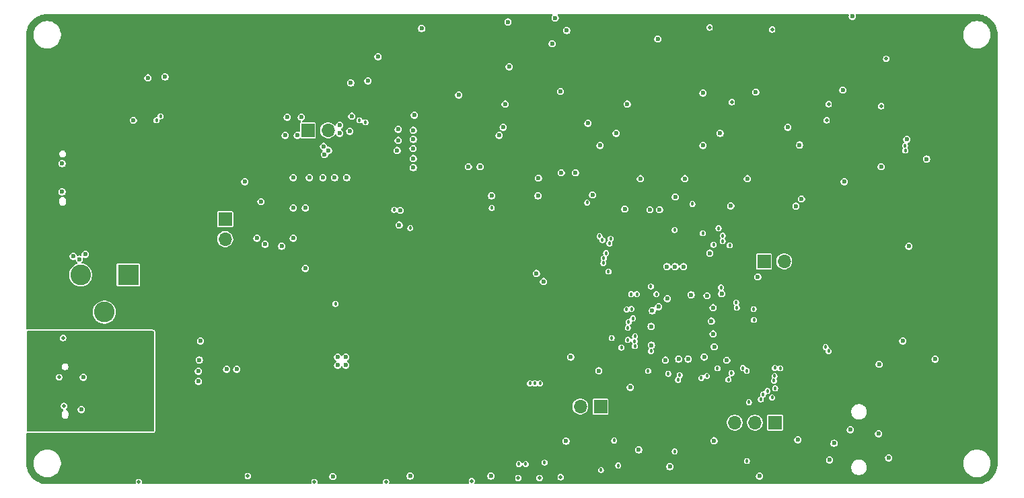
<source format=gbr>
%TF.GenerationSoftware,KiCad,Pcbnew,9.0.0*%
%TF.CreationDate,2025-11-08T16:48:47+03:00*%
%TF.ProjectId,harp.device.quad.dac,68617270-2e64-4657-9669-63652e717561,1.1*%
%TF.SameCoordinates,PX81941e8PY5f5e100*%
%TF.FileFunction,Copper,L2,Inr*%
%TF.FilePolarity,Positive*%
%FSLAX46Y46*%
G04 Gerber Fmt 4.6, Leading zero omitted, Abs format (unit mm)*
G04 Created by KiCad (PCBNEW 9.0.0) date 2025-11-08 16:48:47*
%MOMM*%
%LPD*%
G01*
G04 APERTURE LIST*
%TA.AperFunction,ComponentPad*%
%ADD10R,1.700000X1.700000*%
%TD*%
%TA.AperFunction,ComponentPad*%
%ADD11O,1.700000X1.700000*%
%TD*%
%TA.AperFunction,HeatsinkPad*%
%ADD12O,2.300000X1.300000*%
%TD*%
%TA.AperFunction,HeatsinkPad*%
%ADD13O,2.600000X1.300000*%
%TD*%
%TA.AperFunction,HeatsinkPad*%
%ADD14C,0.500000*%
%TD*%
%TA.AperFunction,ComponentPad*%
%ADD15R,2.600000X2.600000*%
%TD*%
%TA.AperFunction,ComponentPad*%
%ADD16C,2.600000*%
%TD*%
%TA.AperFunction,ViaPad*%
%ADD17C,0.600000*%
%TD*%
%TA.AperFunction,ViaPad*%
%ADD18C,0.500000*%
%TD*%
%TA.AperFunction,ViaPad*%
%ADD19C,0.457200*%
%TD*%
G04 APERTURE END LIST*
D10*
%TO.N,+5V_C*%
%TO.C,Jump3*%
X35809000Y44958000D03*
D11*
%TO.N,+5V*%
X38349000Y44958000D03*
%TD*%
D12*
%TO.N,GND*%
%TO.C,J1*%
X5675000Y43320000D03*
D13*
X1850000Y43320000D03*
D12*
X5675000Y34680000D03*
D13*
X1850000Y34680000D03*
%TD*%
D10*
%TO.N,Run_Reset*%
%TO.C,J18*%
X94605000Y8128000D03*
D11*
%TO.N,SWDIO*%
X92065000Y8128000D03*
%TO.N,SWCLK*%
X89525000Y8128000D03*
%TO.N,GND*%
X86985000Y8128000D03*
%TD*%
D10*
%TO.N,/Communication/UART0_TXD*%
%TO.C,J17*%
X72629000Y10160000D03*
D11*
%TO.N,/Communication/UART0_RXD*%
X70089000Y10160000D03*
%TO.N,GND*%
X67549000Y10160000D03*
%TD*%
D14*
%TO.N,GND*%
%TO.C,U1*%
X82208000Y20916000D03*
X82208000Y20066000D03*
X82208000Y19216000D03*
X83058000Y20916000D03*
X83058000Y20066000D03*
X83058000Y19216000D03*
X83908000Y20916000D03*
X83908000Y20066000D03*
X83908000Y19216000D03*
%TD*%
D10*
%TO.N,Net-(Jump1-Pin_1)*%
%TO.C,Jump1*%
X93213000Y28448000D03*
D11*
%TO.N,Net-(Jump1-Pin_2)*%
X95753000Y28448000D03*
%TD*%
D12*
%TO.N,GND_PC*%
%TO.C,J3*%
X5977000Y16512000D03*
D13*
X2152000Y16512000D03*
D12*
X5977000Y7872000D03*
D13*
X2152000Y7872000D03*
%TD*%
D15*
%TO.N,VDC*%
%TO.C,J2*%
X13200000Y26750000D03*
D16*
%TO.N,GND_DC*%
X7200000Y26750000D03*
%TO.N,unconnected-(J2-Pad3)*%
X10200000Y22050000D03*
%TD*%
D10*
%TO.N,VBUS_C*%
%TO.C,Jump2*%
X25400000Y33787000D03*
D11*
%TO.N,VBUS*%
X25400000Y31247000D03*
%TD*%
D17*
%TO.N,+3.3V*%
X80060800Y34950400D03*
X78841600Y34950400D03*
D18*
%TO.N,GND*%
X75311000Y42799000D03*
D17*
%TO.N,VRail-*%
X103124000Y50038000D03*
%TO.N,+3.3V*%
X69489800Y39624000D03*
X75692000Y35052000D03*
%TO.N,+5V*%
X56007000Y40386000D03*
%TO.N,+3.3V*%
X107950000Y40386000D03*
%TO.N,DAC_Supply*%
X71628000Y36830000D03*
%TO.N,VRail+*%
X66548000Y55880000D03*
D18*
%TO.N,GND*%
X60553800Y1253600D03*
X8179000Y43824000D03*
D17*
X73965000Y14614000D03*
X55423000Y33791000D03*
D18*
X26975000Y18170000D03*
X76454000Y53086000D03*
D17*
X81661200Y30138200D03*
D18*
X81534000Y48006000D03*
D17*
X62535000Y18297000D03*
X7798000Y30362000D03*
D18*
X35484000Y41919000D03*
X7620000Y56642000D03*
X76454000Y58674000D03*
X118110000Y33274000D03*
X114808000Y27178000D03*
X63424000Y33283000D03*
X64262000Y56134000D03*
X116332000Y52832000D03*
D17*
X55550000Y29981000D03*
D18*
X58420000Y52578000D03*
X119888000Y51054000D03*
X51562000Y53594000D03*
X22022000Y9534000D03*
X121666000Y7620000D03*
X58420000Y54102000D03*
D17*
X30480000Y39624000D03*
D18*
X114808000Y39878000D03*
X118110000Y20574000D03*
D17*
X82347000Y21980000D03*
D18*
X89154000Y53086000D03*
D17*
X67488000Y18728800D03*
X91364000Y41157000D03*
X81051600Y29244400D03*
D18*
X20320000Y51562000D03*
X58437000Y56058000D03*
D17*
X30404000Y40903000D03*
X59741000Y33537000D03*
D18*
X58979000Y2930000D03*
X119380000Y16510000D03*
X18466000Y47761000D03*
X14224000Y55372000D03*
X60884000Y50428000D03*
X90729000Y50682000D03*
X58852000Y35814000D03*
X14732000Y58420000D03*
X25654000Y51562000D03*
X51054000Y58420000D03*
X34036000Y53848000D03*
D17*
X19482000Y28330000D03*
X72187000Y34299000D03*
D18*
X52832000Y54102000D03*
X45974000Y54864000D03*
X118110000Y39624000D03*
X9144000Y58420000D03*
X90060000Y55169000D03*
X103048000Y8264000D03*
X63500000Y42672000D03*
D17*
X46406000Y26679000D03*
D18*
X116078000Y13208000D03*
X71348800Y54898400D03*
X31343800Y37626400D03*
D17*
X46025000Y27441000D03*
X61265000Y34299000D03*
X27864000Y27314000D03*
D18*
X53899000Y46110000D03*
X121666000Y9144000D03*
X67818000Y44958000D03*
D17*
X21844000Y26797000D03*
D18*
X78232000Y57150000D03*
X118110000Y7874000D03*
X25705000Y18170000D03*
X22022000Y17154000D03*
D17*
X83540800Y30108000D03*
X5893000Y30362000D03*
D18*
X117856000Y52324000D03*
X35484000Y50047000D03*
D17*
X30404000Y42300000D03*
X60503000Y34299000D03*
D18*
X83058000Y48006000D03*
X25654000Y58420000D03*
X7620000Y53340000D03*
D17*
X17272000Y27559000D03*
D18*
X24562000Y49920000D03*
X71120000Y56388000D03*
D17*
X15875000Y28829000D03*
D18*
X14732000Y54102000D03*
X100330000Y33020000D03*
X98044000Y35052000D03*
X90678000Y52070000D03*
D17*
X61265000Y33537000D03*
D18*
X80823000Y1279000D03*
X94234000Y58928000D03*
X52629000Y46110000D03*
X20320000Y58420000D03*
X74516400Y46745000D03*
D17*
X85436198Y17117299D03*
D18*
X97790000Y53848000D03*
X120142000Y25654000D03*
X53830000Y3145000D03*
D17*
X55677000Y31251000D03*
X82855000Y26171000D03*
D18*
X90094000Y771000D03*
X121666000Y34544000D03*
D17*
X47853800Y29219000D03*
D18*
X116078000Y7620000D03*
D17*
X33528000Y32766000D03*
X48692000Y37601000D03*
D18*
X116078000Y25908000D03*
X52832000Y58420000D03*
D17*
X83617000Y42173000D03*
X21006000Y27568000D03*
D18*
X3353000Y40903000D03*
X18085000Y3057000D03*
D17*
X47828400Y27940000D03*
D18*
X101092000Y8128000D03*
D17*
X57836000Y27441000D03*
D18*
X106934000Y41148000D03*
X94234000Y56388000D03*
D17*
X43942000Y35560000D03*
D18*
X104064000Y35950000D03*
X34544000Y56896000D03*
X43993000Y47126000D03*
D17*
X89840000Y26552000D03*
D18*
X24384000Y46228000D03*
X33020000Y58420000D03*
X36246000Y42554000D03*
X32766000Y56896000D03*
X20320000Y53086000D03*
D17*
X45771000Y23885000D03*
D18*
X25654000Y52832000D03*
X8128000Y54864000D03*
X14478000Y52070000D03*
X80264000Y46990000D03*
X116332000Y27432000D03*
X39929000Y25790000D03*
D17*
X115748000Y18424000D03*
X32258000Y32766000D03*
D18*
X98552000Y34036000D03*
X47244000Y52832000D03*
X70358000Y45212000D03*
X121666000Y27178000D03*
X103302000Y32775000D03*
D17*
X57836000Y28330000D03*
D18*
X38354000Y56896000D03*
X71264000Y53391000D03*
X116078000Y33020000D03*
D17*
X27864000Y28838000D03*
X78740000Y37211000D03*
D18*
X63779600Y57565400D03*
X39167000Y46364000D03*
X38354000Y58420000D03*
X96664000Y51562000D03*
X115062000Y30480000D03*
X114554000Y20320000D03*
X121666000Y52578000D03*
X77216000Y55372000D03*
D17*
X46228000Y31750000D03*
X86030000Y34299000D03*
D18*
X9144000Y56896000D03*
X10211000Y49920000D03*
D17*
X59741000Y34299000D03*
D18*
X15773600Y644000D03*
X64948000Y57286000D03*
X120142000Y34544000D03*
X120142000Y9144000D03*
X58852000Y49031000D03*
D17*
X60503000Y33537000D03*
D18*
X100330000Y34036000D03*
X84582000Y48006000D03*
X12370000Y3057000D03*
X112065000Y46110000D03*
D17*
X47041000Y25028000D03*
D18*
X7036000Y35823000D03*
X120142000Y21844000D03*
X49454000Y17154000D03*
X114554000Y25654000D03*
X86004600Y50199400D03*
X64465400Y52282200D03*
X38354000Y52832000D03*
D17*
X86792000Y33537000D03*
D18*
X114808000Y52832000D03*
X90932000Y57150000D03*
X48311000Y17154000D03*
X119888000Y45720000D03*
D17*
X83617000Y40776000D03*
D18*
X114554000Y33020000D03*
D17*
X55169000Y36458000D03*
D18*
X8890000Y51816000D03*
X12954000Y52070000D03*
D17*
X80696000Y17408000D03*
D18*
X25451000Y2930000D03*
X108204000Y1524000D03*
X98298000Y56896000D03*
X84074000Y45212000D03*
X33020000Y52832000D03*
D17*
X86792000Y34299000D03*
D18*
X114808000Y14478000D03*
D17*
X82524800Y30138200D03*
D18*
X24181000Y3057000D03*
D17*
X92115960Y6826598D03*
D18*
X48565000Y3057000D03*
D17*
X86030000Y33537000D03*
D18*
X116840000Y46990000D03*
X69977000Y34671000D03*
X63170000Y1406000D03*
X71552000Y35188000D03*
X7620000Y58166000D03*
D17*
X29972000Y32766000D03*
X86422945Y23335866D03*
D18*
X66472000Y37474000D03*
X98552000Y33020000D03*
X76454000Y51816000D03*
X38354000Y51562000D03*
D17*
X73076000Y34299000D03*
D18*
X90932000Y55118000D03*
X89154000Y52070000D03*
D17*
X55550000Y32521000D03*
D18*
X42469000Y25663000D03*
X96520000Y52832000D03*
D17*
X66726000Y13665598D03*
D18*
X118110000Y26924000D03*
X54026000Y54238000D03*
X100330000Y42672000D03*
X118110000Y14224000D03*
X116078000Y38608000D03*
X67234000Y32902000D03*
X120142000Y47244000D03*
X114554000Y21844000D03*
X13513000Y46999000D03*
X67601675Y47360773D03*
X114554000Y45720000D03*
D17*
X30480000Y43434000D03*
X45644000Y25028000D03*
D18*
X47498000Y58420000D03*
X103124000Y53594000D03*
X78232000Y53340000D03*
D17*
X68504000Y14487000D03*
D18*
X114554000Y38354000D03*
X44450000Y41402000D03*
X121666000Y33020000D03*
X116332000Y14732000D03*
X20828000Y54864000D03*
X119888000Y14478000D03*
X120142000Y12954000D03*
D17*
X15875000Y27559000D03*
X30988000Y34036000D03*
D18*
X104445000Y47634000D03*
X112065000Y21345000D03*
X107696000Y51054000D03*
X119888000Y20320000D03*
D17*
X62535000Y17408000D03*
D18*
X12954000Y57150000D03*
D17*
X73838000Y33410000D03*
D18*
X28372000Y3184000D03*
D17*
X85268000Y33537000D03*
D18*
X114808000Y47244000D03*
X34544000Y51562000D03*
X116332000Y21844000D03*
X101854000Y52832000D03*
X114554000Y7620000D03*
X90678000Y53086000D03*
X121666000Y45720000D03*
X107950000Y16256000D03*
X99568000Y34036000D03*
D17*
X81585000Y41284000D03*
D18*
X101854000Y51562000D03*
X3353000Y37093000D03*
D17*
X93015000Y41284000D03*
D18*
X121666000Y21844000D03*
X99365000Y50428000D03*
X21844000Y56642000D03*
X116332000Y40132000D03*
X120142000Y38354000D03*
D17*
X55550000Y34934000D03*
D18*
X121666000Y12954000D03*
X119888000Y7620000D03*
X12954000Y58420000D03*
X7620000Y51816000D03*
D17*
X29388000Y27568000D03*
D18*
X94234000Y55372000D03*
D17*
X32258000Y34036000D03*
D18*
X52324000Y51816000D03*
X15291000Y4327000D03*
X90932000Y58420000D03*
X96520000Y37211000D03*
D17*
X29972000Y45212000D03*
D18*
X89840000Y33029000D03*
X86360000Y58928000D03*
X67310000Y41148000D03*
X34544000Y58420000D03*
X89154000Y57404000D03*
X116078000Y20320000D03*
X65456000Y55635000D03*
X121666000Y14478000D03*
X48819000Y16392000D03*
X85852000Y56134000D03*
X45720000Y53340000D03*
D17*
X81712000Y8518000D03*
D18*
X48565000Y49031000D03*
X33020000Y51562000D03*
X83820000Y38100000D03*
X40132000Y54864000D03*
X116078000Y51054000D03*
X16002000Y44958000D03*
X13462000Y53594000D03*
D17*
X33528000Y34036000D03*
D18*
X121666000Y47244000D03*
X76454000Y57150000D03*
X37643000Y4073000D03*
D17*
X46660000Y36576000D03*
D18*
X114808000Y51308000D03*
X25654000Y46237000D03*
X57836000Y42926000D03*
X71137000Y51740000D03*
X78232000Y55372000D03*
X98298000Y53086000D03*
X103378000Y55118000D03*
D17*
X85268000Y34299000D03*
D18*
X32766000Y54864000D03*
X45720000Y51562000D03*
X65710000Y32902000D03*
X51054000Y52070000D03*
D17*
X85623600Y19236800D03*
D18*
X40132000Y56642000D03*
X46990000Y51562000D03*
X77978000Y51816000D03*
X60249000Y49031000D03*
X27432000Y57658000D03*
X57963000Y35823000D03*
X51359000Y46110000D03*
X119888000Y33020000D03*
D17*
X73838000Y34299000D03*
X31242000Y46482000D03*
X73076000Y33410000D03*
D18*
X45720000Y58420000D03*
X116332000Y45720000D03*
X40132000Y51308000D03*
X76962000Y54102000D03*
X72898000Y58420000D03*
X115748000Y43570000D03*
X35433200Y49412000D03*
D17*
X94412000Y41284000D03*
D18*
X112065000Y39760000D03*
X9703000Y43951000D03*
X114554000Y9144000D03*
D17*
X89026576Y4509575D03*
D18*
X61011000Y57921000D03*
D17*
X30988000Y32766000D03*
D18*
X26416000Y54356000D03*
X22098000Y58420000D03*
X35484000Y43062000D03*
X77394000Y31632000D03*
X32690000Y3057000D03*
X40151573Y52596308D03*
D17*
X22606000Y26797000D03*
D18*
X71120000Y58420000D03*
X31674000Y36068000D03*
X64516000Y54610000D03*
X14732000Y56896000D03*
X47244000Y56642000D03*
X52502000Y3057000D03*
X119888000Y39878000D03*
D17*
X92075000Y4073000D03*
X96825000Y41665000D03*
D18*
X103378000Y58420000D03*
D17*
X48184000Y35061000D03*
D18*
X80264000Y58674000D03*
D17*
X46660000Y35814000D03*
D18*
X99568000Y33020000D03*
X21844000Y53086000D03*
D17*
X7036000Y31124000D03*
X17272000Y28829000D03*
D18*
X6909000Y42046000D03*
D17*
X82347000Y17281000D03*
D18*
X103327400Y51850400D03*
X116332000Y9144000D03*
D17*
X31496000Y45466000D03*
D18*
X70358000Y42672000D03*
X65075000Y32648000D03*
X112192000Y13725000D03*
X43183226Y3089257D03*
X25654000Y56896000D03*
X65633800Y1279000D03*
D17*
X44196000Y36830000D03*
D18*
X39116000Y53848000D03*
D17*
X47853800Y30438200D03*
D18*
X98298000Y58674000D03*
X11227000Y43951000D03*
X92227600Y44433600D03*
X98298000Y52070000D03*
X63754000Y51562000D03*
X103378000Y56896000D03*
X89154000Y58420000D03*
D17*
X29972000Y34036000D03*
D18*
X40132000Y58420000D03*
X105918000Y41148000D03*
D17*
X84760000Y8518000D03*
X80061000Y41284000D03*
D18*
X28702000Y32766000D03*
X8890000Y53340000D03*
X45720000Y56896000D03*
X121666000Y39878000D03*
D17*
X48692000Y35814000D03*
X47676000Y35814000D03*
D18*
X27178000Y52832000D03*
X58420000Y58420000D03*
X114554000Y12954000D03*
X78232000Y58674000D03*
X121666000Y20320000D03*
X107696000Y49530000D03*
X20320000Y56642000D03*
X59944000Y52578000D03*
X72390000Y56388000D03*
D17*
X47676000Y36576000D03*
D18*
X119634000Y52578000D03*
X44704000Y39878000D03*
X68101400Y41233200D03*
X71882000Y52324000D03*
D17*
X72187000Y33410000D03*
D18*
X36449000Y33020000D03*
X121666000Y25654000D03*
X21844000Y51562000D03*
X59944000Y58420000D03*
X109728000Y1524000D03*
X116332000Y34544000D03*
D17*
X47244000Y23885000D03*
X82220000Y22742000D03*
D18*
X119888000Y27178000D03*
X51054000Y56896000D03*
X99822000Y8128000D03*
X27178000Y55880000D03*
D17*
X48692000Y36576000D03*
D18*
X114554000Y34544000D03*
X87376000Y37211000D03*
X16307000Y54873000D03*
X107950000Y41656000D03*
X27178000Y51562000D03*
X119126000Y42164000D03*
X36449000Y31623000D03*
D17*
X29972000Y46482000D03*
D18*
X72800322Y50119256D03*
X41580000Y3057000D03*
X121666000Y38354000D03*
X118110000Y45974000D03*
X51816000Y55372000D03*
X121412000Y51054000D03*
X92075000Y37110317D03*
D17*
%TO.N,+3.3V*%
X37712414Y38999624D03*
X86792000Y22615000D03*
X17831000Y51698000D03*
X87884000Y24384000D03*
X97460000Y5978000D03*
X82472053Y16138000D03*
X84051359Y24230929D03*
X37770000Y42935000D03*
X86377679Y29482647D03*
X22022000Y13344000D03*
X92430800Y26501200D03*
X80797600Y16011902D03*
X108890000Y3692000D03*
X48672402Y1406000D03*
X81035566Y23755200D03*
X38405000Y42427000D03*
X86030000Y24120098D03*
X38938400Y1355200D03*
X92634000Y1406000D03*
D18*
X94234000Y57658000D03*
D17*
X26848000Y14868000D03*
X40691000Y38998000D03*
X88519200Y15985600D03*
X39167000Y38998000D03*
D18*
X86360000Y57912000D03*
D17*
X101456000Y3438000D03*
X25578000Y14868000D03*
X13843000Y46228000D03*
X22281453Y18415000D03*
X68299436Y5808600D03*
D18*
X107950000Y48006000D03*
D17*
X50127600Y57794000D03*
X43358000Y51190000D03*
X77444800Y4714400D03*
X68885000Y16392000D03*
X35992000Y38998000D03*
X22022000Y14614000D03*
X79934000Y22742000D03*
X49200000Y46872000D03*
X22156227Y16018227D03*
X85674400Y16403600D03*
X67691000Y39624000D03*
X86792000Y19313000D03*
X41326000Y46745000D03*
X58832402Y1406000D03*
X76378000Y12582000D03*
X86919000Y5851000D03*
X86944199Y17690731D03*
X79146600Y22225000D03*
X60974082Y58622431D03*
X37897000Y41919000D03*
X68377000Y57540000D03*
X79044800Y17881600D03*
X81366777Y2584777D03*
%TO.N,+1V1*%
X81000800Y27786600D03*
X78994000Y20263634D03*
X82016800Y27786600D03*
X86588800Y20922000D03*
X83083600Y27786600D03*
X83658000Y16138000D03*
D19*
%TO.N,Run_Reset*%
X91307210Y10718800D03*
%TO.N,/Core_RP2350/General_Purpose_SW1*%
X93656710Y12122710D03*
%TO.N,/Core_RP2350/General_Purpose_SW2*%
X94234000Y11303000D03*
%TO.N,/Core_RP2350/General_Purpose_SW3*%
X94615000Y12446000D03*
%TO.N,Net-(U1-VREG_AVDD)*%
X87789286Y25167538D03*
D17*
%TO.N,DAC_Supply*%
X64770000Y36703000D03*
X58928000Y36703000D03*
X82042000Y36576000D03*
X97917000Y36322000D03*
%TO.N,VRail-*%
X61138000Y52968000D03*
X83236000Y38871000D03*
X64567000Y26933000D03*
X85522000Y49666000D03*
X96190000Y45348000D03*
X104318000Y59318000D03*
X103302000Y38490000D03*
X77648000Y38871000D03*
X54788000Y49412000D03*
X91110000Y38871000D03*
X71044000Y45856000D03*
X65456000Y25917000D03*
X64831637Y38933743D03*
D19*
%TO.N,+2V5*%
X58950160Y35190679D03*
X84201000Y35687000D03*
D17*
X89027000Y35433000D03*
D19*
X70951000Y35856000D03*
D17*
X97232178Y35405946D03*
%TO.N,VRail+*%
X40564000Y16392000D03*
X92176800Y49767600D03*
D18*
X108585000Y53975000D03*
D17*
X39548000Y16392000D03*
X67589600Y49869200D03*
X72568000Y43062000D03*
X85522000Y43062000D03*
X39548000Y15376000D03*
X59868000Y44332000D03*
X97688725Y43116430D03*
X79832400Y56473200D03*
X40564000Y15376000D03*
X66929200Y59114800D03*
X44628000Y54238000D03*
D18*
%TO.N,AnalogOut1*%
X101346000Y48260000D03*
%TO.N,AnalogOut2*%
X89154000Y48514000D03*
D17*
%TO.N,AnalogOut3*%
X75997000Y48269000D03*
%TO.N,AnalogOut4*%
X60630000Y48269000D03*
D19*
%TO.N,Monitor_Current1*%
X91948000Y21082000D03*
%TO.N,Monitor_Current2*%
X91904110Y22446690D03*
%TO.N,Monitor_Current3*%
X89789000Y22608801D03*
%TO.N,Monitor_Current4*%
X89707712Y23262132D03*
%TO.N,ShortCircuitCh1*%
X87348999Y14986000D03*
%TO.N,ShortCircuitCh2*%
X82400801Y13536732D03*
%TO.N,ShortCircuitCh3*%
X81153000Y14300200D03*
%TO.N,ShortCircuitCh4*%
X82579739Y14119481D03*
D17*
%TO.N,+5V*%
X111430000Y30362000D03*
X114732000Y16138000D03*
X49073000Y40268000D03*
X102023893Y5538582D03*
X47295000Y33029000D03*
X41072000Y44840000D03*
X47168000Y43697000D03*
X72414696Y14676627D03*
X47041000Y42427000D03*
X41199000Y50936000D03*
X39802000Y44586000D03*
X57475600Y40386000D03*
X107620000Y6740000D03*
X47168000Y45094000D03*
X111176000Y43824000D03*
X113670841Y41329159D03*
X15672000Y51571000D03*
X47422000Y34867598D03*
X49073000Y43824000D03*
X110668000Y18424000D03*
X49073000Y44967000D03*
X49073000Y41411000D03*
X49034000Y42672000D03*
X39802000Y45602000D03*
D18*
%TO.N,GND_PC*%
X8814000Y9534000D03*
X2464000Y17789000D03*
X3480000Y14868000D03*
X3480000Y11947000D03*
X11608000Y16773000D03*
X9830000Y16900000D03*
X8306000Y16900000D03*
X12624000Y17154000D03*
X12624000Y9407000D03*
X15545000Y9407000D03*
D17*
%TO.N,VBUS_PC*%
X7544000Y13852000D03*
X7290000Y9788000D03*
D19*
%TO.N,Monitor_BUS*%
X94468059Y13415169D03*
%TO.N,Monitor_12V*%
X94537534Y14020800D03*
X39279718Y23099718D03*
%TO.N,Monitor_5V*%
X94564199Y15025222D03*
%TO.N,Monitor_3V3*%
X95250000Y14986000D03*
D17*
%TO.N,+5V_C*%
X32944000Y44332000D03*
X34976000Y46618000D03*
X33960000Y38998000D03*
X33198000Y46618000D03*
X34468000Y44332000D03*
D19*
%TO.N,+15V*%
X48692000Y32648000D03*
D17*
%TO.N,Net-(C137-Pad2)*%
X27864000Y38490000D03*
%TO.N,Net-(U27-FB)*%
X29896000Y35976402D03*
%TO.N,Net-(U27-PVCC)*%
X29388000Y31378000D03*
X33960000Y31378000D03*
%TO.N,Net-(U27-SW2)*%
X35484000Y27568000D03*
X35484000Y35188000D03*
D18*
%TO.N,Net-(J3-CC2)*%
X5121094Y10238751D03*
%TO.N,Net-(J3-CC1)*%
X4496000Y13852000D03*
%TO.N,Net-(LED1-A)*%
X62281000Y1152000D03*
%TO.N,Net-(LED2-A)*%
X64948000Y1152000D03*
%TO.N,Net-(LED3-A)*%
X67615000Y1279000D03*
%TO.N,Net-(LED8-A)*%
X5004000Y18805000D03*
%TO.N,Net-(R1-Pad1)*%
X14529000Y644000D03*
D19*
%TO.N,/Core_RP2350/QSPI_CS0*%
X72695000Y2168000D03*
X81972710Y4502710D03*
D18*
%TO.N,Net-(R2-Pad1)*%
X28245000Y1406000D03*
%TO.N,Net-(R3-Pad1)*%
X36627000Y644000D03*
%TO.N,Net-(R4-Pad1)*%
X45644000Y644000D03*
%TO.N,Net-(R5-Pad1)*%
X56439000Y771000D03*
D19*
%TO.N,/Core_RP2350/Debug_LED1*%
X62357000Y2921000D03*
X74041000Y18796000D03*
X63754000Y13081000D03*
%TO.N,/Core_RP2350/Debug_LED2*%
X64389000Y13081000D03*
X63226998Y2921000D03*
X75260200Y17601200D03*
%TO.N,/Core_RP2350/Debug_LED3*%
X65024000Y13081000D03*
X65595500Y3111500D03*
X76962000Y17780000D03*
%TO.N,/Core_RP2350/QSPI_CS2*%
X74854000Y2743200D03*
X91059575Y3301999D03*
%TO.N,DAC1_CLR*%
X81966000Y32409400D03*
X75919106Y22390474D03*
%TO.N,DAC2_CLR*%
X76523634Y22468964D03*
X87486284Y32622284D03*
%TO.N,DAC3_CLR*%
X73767776Y30715563D03*
X76972150Y19007890D03*
%TO.N,DAC4_CLR*%
X73634600Y27178000D03*
X76935489Y18390009D03*
D18*
%TO.N,Shunt1+*%
X101092000Y46228000D03*
D17*
%TO.N,Shunt3+*%
X74600000Y44586000D03*
%TO.N,Shunt2+*%
X87681000Y44586000D03*
%TO.N,Shunt4+*%
X60376000Y45348000D03*
%TO.N,VBUS2*%
X6274000Y29092000D03*
X7798000Y29346000D03*
X7036000Y28711000D03*
%TO.N,VBUS*%
X30424302Y30606073D03*
X33960000Y35188000D03*
X32499001Y30362000D03*
D19*
%TO.N,Net-(U26-FB)*%
X46660000Y34938998D03*
%TO.N,MC_UART0_RXD*%
X76481726Y24323199D03*
%TO.N,MC_UART0_TXD*%
X77204506Y24323199D03*
%TO.N,ExtTrigCh2*%
X86016067Y14007067D03*
X110955242Y43026101D03*
%TO.N,ExtTrigCh1*%
X110998000Y42418000D03*
X85315200Y13766800D03*
%TO.N,ExtTrigCh4*%
X89110310Y14378490D03*
X100965000Y17653000D03*
%TO.N,ExtTrigCh3*%
X101346000Y17145000D03*
X88721010Y13548590D03*
%TO.N,HARP_Clk_Sync_In*%
X74345800Y5880000D03*
%TO.N,MC_DigitalOut2*%
X90549096Y15012460D03*
X43053000Y45974000D03*
%TO.N,MC_DigitalOut1*%
X91040888Y14652244D03*
X42291000Y46228000D03*
%TO.N,MC_DigitalOut3*%
X16764000Y46228000D03*
X92811910Y11074090D03*
%TO.N,MC_DigitalOut4*%
X17272000Y46736000D03*
X93091000Y11684000D03*
%TO.N,DAC2_CS*%
X85506492Y32004000D03*
X78637210Y14640790D03*
%TO.N,DAC3&4_SCLK*%
X76174958Y20814537D03*
X72871265Y31126903D03*
X73037882Y28852171D03*
%TO.N,DAC3&4_DIN*%
X76078790Y20071790D03*
X73914000Y31307368D03*
X73328465Y29487816D03*
%TO.N,DAC4_CS*%
X76073000Y18553580D03*
X72985779Y28244800D03*
%TO.N,DAC3_CS*%
X72517000Y31623000D03*
X76719818Y21285200D03*
%TO.N,DAC1_CS*%
X88011000Y31677000D03*
X78994000Y17145000D03*
%TO.N,DAC1&2_SCLK*%
X86868000Y30556200D03*
X79658106Y24325517D03*
%TO.N,DAC1&2_DIN*%
X78967069Y25298400D03*
X88900000Y30480000D03*
X87999245Y31013400D03*
D17*
%TO.N,Net-(J1-CC1)*%
X4877000Y40776000D03*
%TO.N,Net-(J1-CC2)*%
X4877000Y37220000D03*
%TO.N,Net-(U25-1A)*%
X104064000Y7248000D03*
%TO.N,+3.3V*%
X107696000Y15494000D03*
D18*
%TO.N,GND*%
X66395600Y51917600D03*
%TD*%
%TA.AperFunction,Conductor*%
%TO.N,GND_PC*%
G36*
X16377039Y19674315D02*
G01*
X16422794Y19621511D01*
X16434000Y19570000D01*
X16434000Y7118000D01*
X16414315Y7050961D01*
X16361511Y7005206D01*
X16310000Y6994000D01*
X556000Y6994000D01*
X488961Y7013685D01*
X443206Y7066489D01*
X432000Y7118000D01*
X432000Y10291794D01*
X4718194Y10291794D01*
X4718194Y10185708D01*
X4745651Y10083237D01*
X4798693Y9991364D01*
X4873707Y9916350D01*
X4965580Y9863308D01*
X4965582Y9863308D01*
X4970393Y9860530D01*
X5018609Y9809963D01*
X5031833Y9741357D01*
X5005866Y9676491D01*
X4994667Y9665421D01*
X4995256Y9664832D01*
X4909917Y9579494D01*
X4909915Y9579491D01*
X4853633Y9482011D01*
X4824500Y9373281D01*
X4824500Y9010720D01*
X4853633Y8901990D01*
X4881774Y8853250D01*
X4909915Y8804509D01*
X4989509Y8724915D01*
X5086991Y8668633D01*
X5195719Y8639500D01*
X5195721Y8639500D01*
X5308279Y8639500D01*
X5308281Y8639500D01*
X5417009Y8668633D01*
X5514491Y8724915D01*
X5594085Y8804509D01*
X5650367Y8901991D01*
X5679500Y9010719D01*
X5679500Y9373281D01*
X5650367Y9482009D01*
X5594085Y9579491D01*
X5514491Y9659085D01*
X5417009Y9715367D01*
X5417004Y9715370D01*
X5412028Y9717431D01*
X5386479Y9738020D01*
X5360216Y9757681D01*
X5359413Y9759832D01*
X5357625Y9761273D01*
X5347262Y9792412D01*
X5335799Y9823145D01*
X5336287Y9825390D01*
X5335562Y9827568D01*
X5340681Y9847625D01*
X6837100Y9847625D01*
X6837100Y9728375D01*
X6851002Y9676491D01*
X6867964Y9613186D01*
X6897777Y9561550D01*
X6927590Y9509913D01*
X7011913Y9425590D01*
X7115187Y9365964D01*
X7230375Y9335100D01*
X7230377Y9335100D01*
X7349623Y9335100D01*
X7349625Y9335100D01*
X7464813Y9365964D01*
X7568087Y9425590D01*
X7652410Y9509913D01*
X7712036Y9613187D01*
X7742900Y9728375D01*
X7742900Y9847625D01*
X7712036Y9962813D01*
X7652410Y10066087D01*
X7568087Y10150410D01*
X7506948Y10185709D01*
X7464814Y10210036D01*
X7407219Y10225468D01*
X7349625Y10240900D01*
X7230375Y10240900D01*
X7115185Y10210036D01*
X7011913Y10150410D01*
X7011910Y10150408D01*
X6927592Y10066090D01*
X6927590Y10066087D01*
X6867964Y9962815D01*
X6837100Y9847625D01*
X5340681Y9847625D01*
X5343676Y9859357D01*
X5350651Y9891418D01*
X5352486Y9893870D01*
X5352843Y9895267D01*
X5371798Y9919668D01*
X5443495Y9991364D01*
X5496537Y10083237D01*
X5523994Y10185708D01*
X5523994Y10291794D01*
X5496537Y10394265D01*
X5443495Y10486138D01*
X5368481Y10561152D01*
X5368480Y10561153D01*
X5276608Y10614194D01*
X5174137Y10641651D01*
X5068051Y10641651D01*
X4965580Y10614194D01*
X4965579Y10614194D01*
X4873707Y10561153D01*
X4798692Y10486138D01*
X4745651Y10394266D01*
X4745651Y10394265D01*
X4718194Y10291794D01*
X432000Y10291794D01*
X432000Y13905043D01*
X4093100Y13905043D01*
X4093100Y13798957D01*
X4120557Y13696486D01*
X4173599Y13604613D01*
X4248613Y13529599D01*
X4340486Y13476557D01*
X4442957Y13449100D01*
X4442959Y13449100D01*
X4549041Y13449100D01*
X4549043Y13449100D01*
X4651514Y13476557D01*
X4743387Y13529599D01*
X4818401Y13604613D01*
X4871443Y13696486D01*
X4898900Y13798957D01*
X4898900Y13905043D01*
X4897136Y13911625D01*
X7091100Y13911625D01*
X7091100Y13792376D01*
X7121964Y13677186D01*
X7151777Y13625550D01*
X7181590Y13573913D01*
X7265913Y13489590D01*
X7369187Y13429964D01*
X7484375Y13399100D01*
X7484377Y13399100D01*
X7603623Y13399100D01*
X7603625Y13399100D01*
X7718813Y13429964D01*
X7822087Y13489590D01*
X7906410Y13573913D01*
X7966036Y13677187D01*
X7996900Y13792375D01*
X7996900Y13911625D01*
X7966036Y14026813D01*
X7906410Y14130087D01*
X7822087Y14214410D01*
X7751957Y14254900D01*
X7718814Y14274036D01*
X7661219Y14289468D01*
X7603625Y14304900D01*
X7484375Y14304900D01*
X7369185Y14274036D01*
X7265913Y14214410D01*
X7265910Y14214408D01*
X7181592Y14130090D01*
X7181590Y14130087D01*
X7121964Y14026815D01*
X7091100Y13911625D01*
X4897136Y13911625D01*
X4871443Y14007514D01*
X4818401Y14099387D01*
X4743387Y14174401D01*
X4743386Y14174402D01*
X4651514Y14227443D01*
X4549043Y14254900D01*
X4442957Y14254900D01*
X4340486Y14227443D01*
X4340485Y14227443D01*
X4248613Y14174402D01*
X4173598Y14099387D01*
X4120557Y14007515D01*
X4120557Y14007514D01*
X4093100Y13905043D01*
X432000Y13905043D01*
X432000Y15248281D01*
X4824500Y15248281D01*
X4824500Y15135720D01*
X4853633Y15026990D01*
X4881774Y14978250D01*
X4909915Y14929509D01*
X4989509Y14849915D01*
X5086991Y14793633D01*
X5195719Y14764500D01*
X5195721Y14764500D01*
X5308279Y14764500D01*
X5308281Y14764500D01*
X5417009Y14793633D01*
X5514491Y14849915D01*
X5594085Y14929509D01*
X5650367Y15026991D01*
X5679500Y15135719D01*
X5679500Y15248281D01*
X5650367Y15357009D01*
X5594085Y15454491D01*
X5514491Y15534085D01*
X5465750Y15562226D01*
X5417010Y15590367D01*
X5362645Y15604934D01*
X5308281Y15619500D01*
X5195719Y15619500D01*
X5086989Y15590367D01*
X4989509Y15534085D01*
X4989506Y15534083D01*
X4909917Y15454494D01*
X4909915Y15454491D01*
X4853633Y15357011D01*
X4824500Y15248281D01*
X432000Y15248281D01*
X432000Y18858043D01*
X4601100Y18858043D01*
X4601100Y18751957D01*
X4628557Y18649486D01*
X4681599Y18557613D01*
X4756613Y18482599D01*
X4848486Y18429557D01*
X4950957Y18402100D01*
X4950959Y18402100D01*
X5057041Y18402100D01*
X5057043Y18402100D01*
X5159514Y18429557D01*
X5251387Y18482599D01*
X5326401Y18557613D01*
X5379443Y18649486D01*
X5406900Y18751957D01*
X5406900Y18858043D01*
X5379443Y18960514D01*
X5326401Y19052387D01*
X5251387Y19127401D01*
X5251386Y19127402D01*
X5159514Y19180443D01*
X5057043Y19207900D01*
X4950957Y19207900D01*
X4848486Y19180443D01*
X4848485Y19180443D01*
X4756613Y19127402D01*
X4681598Y19052387D01*
X4628557Y18960515D01*
X4628557Y18960514D01*
X4601100Y18858043D01*
X432000Y18858043D01*
X432000Y19570000D01*
X451685Y19637039D01*
X504489Y19682794D01*
X556000Y19694000D01*
X16310000Y19694000D01*
X16377039Y19674315D01*
G37*
%TD.AperFunction*%
%TD*%
%TA.AperFunction,Conductor*%
%TO.N,GND*%
G36*
X66560080Y59598815D02*
G01*
X66605835Y59546011D01*
X66615779Y59476853D01*
X66586754Y59413297D01*
X66580722Y59406819D01*
X66566792Y59392890D01*
X66566790Y59392887D01*
X66507164Y59289615D01*
X66476300Y59174425D01*
X66476300Y59055175D01*
X66480390Y59039911D01*
X66507164Y58939986D01*
X66529950Y58900521D01*
X66566790Y58836713D01*
X66651113Y58752390D01*
X66740548Y58700754D01*
X66745418Y58697942D01*
X66754387Y58692764D01*
X66869575Y58661900D01*
X66869577Y58661900D01*
X66988823Y58661900D01*
X66988825Y58661900D01*
X67104013Y58692764D01*
X67207287Y58752390D01*
X67291610Y58836713D01*
X67351236Y58939987D01*
X67382100Y59055175D01*
X67382100Y59174425D01*
X67351236Y59289613D01*
X67291610Y59392887D01*
X67277678Y59406819D01*
X67244193Y59468142D01*
X67249177Y59537834D01*
X67291049Y59593767D01*
X67356513Y59618184D01*
X67365359Y59618500D01*
X103768042Y59618500D01*
X103835081Y59598815D01*
X103880836Y59546011D01*
X103890780Y59476853D01*
X103887817Y59462407D01*
X103865100Y59377625D01*
X103865100Y59258376D01*
X103895964Y59143186D01*
X103925777Y59091550D01*
X103955590Y59039913D01*
X104039913Y58955590D01*
X104143187Y58895964D01*
X104258375Y58865100D01*
X104258377Y58865100D01*
X104377623Y58865100D01*
X104377625Y58865100D01*
X104492813Y58895964D01*
X104596087Y58955590D01*
X104680410Y59039913D01*
X104740036Y59143187D01*
X104770900Y59258375D01*
X104770900Y59377625D01*
X104748183Y59462408D01*
X104749846Y59532257D01*
X104789009Y59590119D01*
X104853238Y59617623D01*
X104867958Y59618500D01*
X119945149Y59618500D01*
X119996519Y59618500D01*
X120003472Y59618305D01*
X120286239Y59602425D01*
X120300033Y59600871D01*
X120575808Y59554015D01*
X120589359Y59550923D01*
X120791061Y59492813D01*
X120858144Y59473487D01*
X120871269Y59468895D01*
X121129697Y59361850D01*
X121142219Y59355819D01*
X121387031Y59220515D01*
X121398804Y59213118D01*
X121514584Y59130968D01*
X121621403Y59055176D01*
X121626927Y59051257D01*
X121637799Y59042587D01*
X121846366Y58856200D01*
X121856199Y58846367D01*
X122042586Y58637800D01*
X122051256Y58626928D01*
X122213117Y58398805D01*
X122220514Y58387032D01*
X122355818Y58142220D01*
X122361852Y58129691D01*
X122468893Y57871271D01*
X122473486Y57858145D01*
X122550921Y57589361D01*
X122554015Y57575805D01*
X122600868Y57300047D01*
X122602425Y57286229D01*
X122618305Y57003473D01*
X122618500Y56996520D01*
X122618500Y3003481D01*
X122618305Y2996528D01*
X122602425Y2713772D01*
X122600868Y2699954D01*
X122554015Y2424196D01*
X122550921Y2410640D01*
X122473486Y2141856D01*
X122468893Y2128730D01*
X122361852Y1870310D01*
X122355818Y1857781D01*
X122220514Y1612969D01*
X122213117Y1601196D01*
X122051256Y1373073D01*
X122042586Y1362201D01*
X121856199Y1153634D01*
X121846366Y1143801D01*
X121637799Y957414D01*
X121626927Y948744D01*
X121398804Y786883D01*
X121387031Y779486D01*
X121142219Y644182D01*
X121129690Y638148D01*
X120871270Y531107D01*
X120858144Y526514D01*
X120589360Y449079D01*
X120575804Y445985D01*
X120300046Y399132D01*
X120286228Y397575D01*
X120003472Y381695D01*
X119996519Y381500D01*
X56894126Y381500D01*
X56827087Y401185D01*
X56781332Y453989D01*
X56771388Y523147D01*
X56786738Y567499D01*
X56800281Y590957D01*
X56814443Y615486D01*
X56841900Y717957D01*
X56841900Y824043D01*
X56814443Y926514D01*
X56761401Y1018387D01*
X56686387Y1093401D01*
X56686386Y1093402D01*
X56594514Y1146443D01*
X56559686Y1155775D01*
X56492043Y1173900D01*
X56385957Y1173900D01*
X56283486Y1146443D01*
X56283485Y1146443D01*
X56191613Y1093402D01*
X56116598Y1018387D01*
X56063557Y926515D01*
X56063557Y926514D01*
X56036100Y824043D01*
X56036100Y717957D01*
X56063557Y615486D01*
X56077717Y590959D01*
X56091262Y567499D01*
X56107733Y499599D01*
X56084881Y433572D01*
X56029959Y390382D01*
X55983874Y381500D01*
X46152376Y381500D01*
X46085337Y401185D01*
X46039582Y453989D01*
X46029638Y523147D01*
X46032601Y537593D01*
X46040614Y567499D01*
X46046900Y590957D01*
X46046900Y697043D01*
X46019443Y799514D01*
X45966401Y891387D01*
X45891387Y966401D01*
X45891386Y966402D01*
X45799514Y1019443D01*
X45758032Y1030558D01*
X45697043Y1046900D01*
X45590957Y1046900D01*
X45488486Y1019443D01*
X45488485Y1019443D01*
X45396613Y966402D01*
X45321598Y891387D01*
X45268557Y799515D01*
X45268557Y799514D01*
X45241100Y697043D01*
X45241100Y590958D01*
X45255399Y537593D01*
X45253736Y467743D01*
X45214573Y409881D01*
X45150345Y382377D01*
X45135624Y381500D01*
X37135376Y381500D01*
X37068337Y401185D01*
X37022582Y453989D01*
X37012638Y523147D01*
X37015601Y537593D01*
X37023614Y567499D01*
X37029900Y590957D01*
X37029900Y697043D01*
X37002443Y799514D01*
X36949401Y891387D01*
X36874387Y966401D01*
X36874386Y966402D01*
X36782514Y1019443D01*
X36741032Y1030558D01*
X36680043Y1046900D01*
X36573957Y1046900D01*
X36471486Y1019443D01*
X36471485Y1019443D01*
X36379613Y966402D01*
X36304598Y891387D01*
X36251557Y799515D01*
X36251557Y799514D01*
X36224100Y697043D01*
X36224100Y590958D01*
X36238399Y537593D01*
X36236736Y467743D01*
X36197573Y409881D01*
X36133345Y382377D01*
X36118624Y381500D01*
X15037376Y381500D01*
X14970337Y401185D01*
X14924582Y453989D01*
X14914638Y523147D01*
X14917601Y537593D01*
X14925614Y567499D01*
X14931900Y590957D01*
X14931900Y697043D01*
X14904443Y799514D01*
X14851401Y891387D01*
X14776387Y966401D01*
X14776386Y966402D01*
X14684514Y1019443D01*
X14643032Y1030558D01*
X14582043Y1046900D01*
X14475957Y1046900D01*
X14373486Y1019443D01*
X14373485Y1019443D01*
X14281613Y966402D01*
X14206598Y891387D01*
X14153557Y799515D01*
X14153557Y799514D01*
X14126100Y697043D01*
X14126100Y590958D01*
X14140399Y537593D01*
X14138736Y467743D01*
X14099573Y409881D01*
X14035345Y382377D01*
X14020624Y381500D01*
X3003481Y381500D01*
X2996528Y381695D01*
X2713771Y397575D01*
X2699953Y399132D01*
X2424195Y445985D01*
X2410639Y449079D01*
X2141855Y526514D01*
X2128729Y531107D01*
X1870309Y638148D01*
X1857780Y644182D01*
X1612968Y779486D01*
X1601195Y786883D01*
X1373072Y948744D01*
X1362200Y957414D01*
X1210031Y1093401D01*
X1153631Y1143803D01*
X1143800Y1153634D01*
X1139350Y1158613D01*
X957413Y1362201D01*
X948743Y1373073D01*
X786882Y1601196D01*
X779485Y1612969D01*
X644181Y1857781D01*
X638150Y1870303D01*
X531105Y2128731D01*
X526513Y2141856D01*
X499878Y2234307D01*
X449077Y2410641D01*
X445984Y2424196D01*
X443651Y2437926D01*
X399129Y2699967D01*
X397575Y2713761D01*
X381695Y2996528D01*
X381500Y3003481D01*
X381500Y3113220D01*
X1272500Y3113220D01*
X1272500Y2886781D01*
X1272501Y2886765D01*
X1302056Y2662269D01*
X1302057Y2662264D01*
X1302058Y2662258D01*
X1306843Y2644400D01*
X1360667Y2443524D01*
X1447322Y2234319D01*
X1447329Y2234304D01*
X1560553Y2038194D01*
X1698408Y1858538D01*
X1698414Y1858531D01*
X1858530Y1698415D01*
X1858537Y1698409D01*
X2038193Y1560554D01*
X2234303Y1447330D01*
X2234318Y1447323D01*
X2342507Y1402510D01*
X2443522Y1360668D01*
X2662258Y1302058D01*
X2886774Y1272500D01*
X2886781Y1272500D01*
X3113219Y1272500D01*
X3113226Y1272500D01*
X3337742Y1302058D01*
X3556478Y1360668D01*
X3765693Y1447328D01*
X3785984Y1459043D01*
X27842100Y1459043D01*
X27842100Y1352957D01*
X27863659Y1272500D01*
X27869557Y1250487D01*
X27869557Y1250486D01*
X27910028Y1180386D01*
X27922599Y1158613D01*
X27997613Y1083599D01*
X28089486Y1030557D01*
X28191957Y1003100D01*
X28191959Y1003100D01*
X28298041Y1003100D01*
X28298043Y1003100D01*
X28400514Y1030557D01*
X28492387Y1083599D01*
X28567401Y1158613D01*
X28620443Y1250486D01*
X28647900Y1352957D01*
X28647900Y1414825D01*
X38485500Y1414825D01*
X38485500Y1295576D01*
X38516364Y1180386D01*
X38528935Y1158613D01*
X38575990Y1077113D01*
X38660313Y992790D01*
X38763587Y933164D01*
X38878775Y902300D01*
X38878777Y902300D01*
X38998023Y902300D01*
X38998025Y902300D01*
X39113213Y933164D01*
X39216487Y992790D01*
X39300810Y1077113D01*
X39360436Y1180387D01*
X39391300Y1295575D01*
X39391300Y1414825D01*
X39387513Y1428956D01*
X39384112Y1441653D01*
X39384110Y1441658D01*
X39382590Y1447330D01*
X39377688Y1465625D01*
X48219502Y1465625D01*
X48219502Y1346375D01*
X48231377Y1302057D01*
X48250366Y1231186D01*
X48279696Y1180387D01*
X48309992Y1127913D01*
X48394315Y1043590D01*
X48497589Y983964D01*
X48612777Y953100D01*
X48612779Y953100D01*
X48732025Y953100D01*
X48732027Y953100D01*
X48847215Y983964D01*
X48950489Y1043590D01*
X49034812Y1127913D01*
X49094438Y1231187D01*
X49125302Y1346375D01*
X49125302Y1465625D01*
X58379502Y1465625D01*
X58379502Y1346375D01*
X58391377Y1302057D01*
X58410366Y1231186D01*
X58439696Y1180387D01*
X58469992Y1127913D01*
X58554315Y1043590D01*
X58657589Y983964D01*
X58772777Y953100D01*
X58772779Y953100D01*
X58892025Y953100D01*
X58892027Y953100D01*
X59007215Y983964D01*
X59110489Y1043590D01*
X59194812Y1127913D01*
X59239344Y1205043D01*
X61878100Y1205043D01*
X61878100Y1098957D01*
X61896428Y1030558D01*
X61905557Y996487D01*
X61905557Y996486D01*
X61945954Y926514D01*
X61958599Y904613D01*
X62033613Y829599D01*
X62125486Y776557D01*
X62227957Y749100D01*
X62227959Y749100D01*
X62334041Y749100D01*
X62334043Y749100D01*
X62436514Y776557D01*
X62528387Y829599D01*
X62603401Y904613D01*
X62656443Y996486D01*
X62683900Y1098957D01*
X62683900Y1205043D01*
X64545100Y1205043D01*
X64545100Y1098957D01*
X64563428Y1030558D01*
X64572557Y996487D01*
X64572557Y996486D01*
X64612954Y926514D01*
X64625599Y904613D01*
X64700613Y829599D01*
X64792486Y776557D01*
X64894957Y749100D01*
X64894959Y749100D01*
X65001041Y749100D01*
X65001043Y749100D01*
X65103514Y776557D01*
X65195387Y829599D01*
X65270401Y904613D01*
X65323443Y996486D01*
X65350900Y1098957D01*
X65350900Y1205043D01*
X65323443Y1307514D01*
X65309281Y1332043D01*
X67212100Y1332043D01*
X67212100Y1225957D01*
X67238372Y1127911D01*
X67239557Y1123487D01*
X67239557Y1123486D01*
X67285683Y1043591D01*
X67292599Y1031613D01*
X67367613Y956599D01*
X67459486Y903557D01*
X67561957Y876100D01*
X67561959Y876100D01*
X67668041Y876100D01*
X67668043Y876100D01*
X67770514Y903557D01*
X67862387Y956599D01*
X67937401Y1031613D01*
X67990443Y1123486D01*
X68017900Y1225957D01*
X68017900Y1332043D01*
X67990443Y1434514D01*
X67972481Y1465625D01*
X92181100Y1465625D01*
X92181100Y1346375D01*
X92192975Y1302057D01*
X92211964Y1231186D01*
X92241294Y1180387D01*
X92271590Y1127913D01*
X92355913Y1043590D01*
X92459187Y983964D01*
X92574375Y953100D01*
X92574377Y953100D01*
X92693623Y953100D01*
X92693625Y953100D01*
X92808813Y983964D01*
X92912087Y1043590D01*
X92996410Y1127913D01*
X93056036Y1231187D01*
X93086900Y1346375D01*
X93086900Y1465625D01*
X93056036Y1580813D01*
X92996410Y1684087D01*
X92912087Y1768410D01*
X92835722Y1812500D01*
X92808814Y1828036D01*
X92751219Y1843468D01*
X92693625Y1858900D01*
X92574375Y1858900D01*
X92459185Y1828036D01*
X92355913Y1768410D01*
X92355910Y1768408D01*
X92271592Y1684090D01*
X92271590Y1684087D01*
X92211964Y1580815D01*
X92196339Y1522500D01*
X92181100Y1465625D01*
X67972481Y1465625D01*
X67937401Y1526387D01*
X67862387Y1601401D01*
X67862386Y1601402D01*
X67770514Y1654443D01*
X67668043Y1681900D01*
X67561957Y1681900D01*
X67459486Y1654443D01*
X67459485Y1654443D01*
X67367613Y1601402D01*
X67292598Y1526387D01*
X67239557Y1434515D01*
X67239557Y1434514D01*
X67212100Y1332043D01*
X65309281Y1332043D01*
X65270401Y1399387D01*
X65195387Y1474401D01*
X65195386Y1474402D01*
X65103514Y1527443D01*
X65093915Y1530015D01*
X65001043Y1554900D01*
X64894957Y1554900D01*
X64792486Y1527443D01*
X64792485Y1527443D01*
X64700613Y1474402D01*
X64625598Y1399387D01*
X64572557Y1307515D01*
X64572557Y1307514D01*
X64545100Y1205043D01*
X62683900Y1205043D01*
X62656443Y1307514D01*
X62603401Y1399387D01*
X62528387Y1474401D01*
X62528386Y1474402D01*
X62436514Y1527443D01*
X62426915Y1530015D01*
X62334043Y1554900D01*
X62227957Y1554900D01*
X62125486Y1527443D01*
X62125485Y1527443D01*
X62033613Y1474402D01*
X61958598Y1399387D01*
X61905557Y1307515D01*
X61905557Y1307514D01*
X61878100Y1205043D01*
X59239344Y1205043D01*
X59254438Y1231187D01*
X59285302Y1346375D01*
X59285302Y1465625D01*
X59254438Y1580813D01*
X59194812Y1684087D01*
X59110489Y1768410D01*
X59034124Y1812500D01*
X59007216Y1828036D01*
X58949621Y1843468D01*
X58892027Y1858900D01*
X58772777Y1858900D01*
X58657587Y1828036D01*
X58554315Y1768410D01*
X58554312Y1768408D01*
X58469994Y1684090D01*
X58469992Y1684087D01*
X58410366Y1580815D01*
X58394741Y1522500D01*
X58379502Y1465625D01*
X49125302Y1465625D01*
X49094438Y1580813D01*
X49034812Y1684087D01*
X48950489Y1768410D01*
X48874124Y1812500D01*
X48847216Y1828036D01*
X48789621Y1843468D01*
X48732027Y1858900D01*
X48612777Y1858900D01*
X48497587Y1828036D01*
X48394315Y1768410D01*
X48394312Y1768408D01*
X48309994Y1684090D01*
X48309992Y1684087D01*
X48250366Y1580815D01*
X48234741Y1522500D01*
X48219502Y1465625D01*
X39377688Y1465625D01*
X39360436Y1530013D01*
X39300810Y1633287D01*
X39216487Y1717610D01*
X39164850Y1747423D01*
X39113214Y1777236D01*
X39055619Y1792668D01*
X38998025Y1808100D01*
X38878775Y1808100D01*
X38763585Y1777236D01*
X38660313Y1717610D01*
X38660310Y1717608D01*
X38575992Y1633290D01*
X38575990Y1633287D01*
X38516364Y1530015D01*
X38485500Y1414825D01*
X28647900Y1414825D01*
X28647900Y1459043D01*
X28620443Y1561514D01*
X28567401Y1653387D01*
X28492387Y1728401D01*
X28492386Y1728402D01*
X28400514Y1781443D01*
X28381581Y1786516D01*
X28298043Y1808900D01*
X28191957Y1808900D01*
X28089486Y1781443D01*
X28089485Y1781443D01*
X27997613Y1728402D01*
X27922598Y1653387D01*
X27869557Y1561515D01*
X27869557Y1561514D01*
X27842100Y1459043D01*
X3785984Y1459043D01*
X3961807Y1560554D01*
X4141464Y1698410D01*
X4301590Y1858536D01*
X4439446Y2038193D01*
X4543387Y2218225D01*
X72313500Y2218225D01*
X72313500Y2117775D01*
X72339499Y2020746D01*
X72389724Y1933753D01*
X72460753Y1862724D01*
X72547746Y1812499D01*
X72644775Y1786500D01*
X72644778Y1786500D01*
X72745222Y1786500D01*
X72745225Y1786500D01*
X72842254Y1812499D01*
X72929247Y1862724D01*
X73000276Y1933753D01*
X73050501Y2020746D01*
X73076500Y2117775D01*
X73076500Y2218225D01*
X73050501Y2315254D01*
X73000276Y2402247D01*
X72929247Y2473276D01*
X72842254Y2523501D01*
X72842255Y2523501D01*
X72817996Y2530001D01*
X72745225Y2549500D01*
X72644775Y2549500D01*
X72572003Y2530001D01*
X72547745Y2523501D01*
X72460754Y2473277D01*
X72460751Y2473275D01*
X72389725Y2402249D01*
X72389723Y2402246D01*
X72339499Y2315255D01*
X72337204Y2306690D01*
X72313500Y2218225D01*
X4543387Y2218225D01*
X4552672Y2234307D01*
X4639332Y2443522D01*
X4697942Y2662258D01*
X4727500Y2886774D01*
X4727500Y2971225D01*
X61975500Y2971225D01*
X61975500Y2870775D01*
X62001499Y2773746D01*
X62051724Y2686753D01*
X62122753Y2615724D01*
X62209746Y2565499D01*
X62306775Y2539500D01*
X62306778Y2539500D01*
X62407222Y2539500D01*
X62407225Y2539500D01*
X62504254Y2565499D01*
X62591247Y2615724D01*
X62662276Y2686753D01*
X62684611Y2725440D01*
X62735177Y2773656D01*
X62803784Y2786880D01*
X62868649Y2760913D01*
X62899387Y2725439D01*
X62921719Y2686757D01*
X62921721Y2686755D01*
X62921722Y2686753D01*
X62992751Y2615724D01*
X63079744Y2565499D01*
X63176773Y2539500D01*
X63176776Y2539500D01*
X63277220Y2539500D01*
X63277223Y2539500D01*
X63374252Y2565499D01*
X63461245Y2615724D01*
X63532274Y2686753D01*
X63582499Y2773746D01*
X63608498Y2870775D01*
X63608498Y2971225D01*
X63582499Y3068254D01*
X63532274Y3155247D01*
X63525796Y3161725D01*
X65214000Y3161725D01*
X65214000Y3061275D01*
X65239999Y2964246D01*
X65290224Y2877253D01*
X65361253Y2806224D01*
X65448246Y2755999D01*
X65545275Y2730000D01*
X65545278Y2730000D01*
X65645722Y2730000D01*
X65645725Y2730000D01*
X65742754Y2755999D01*
X65807578Y2793425D01*
X74472500Y2793425D01*
X74472500Y2692975D01*
X74498499Y2595946D01*
X74548724Y2508953D01*
X74619753Y2437924D01*
X74706746Y2387699D01*
X74803775Y2361700D01*
X74803778Y2361700D01*
X74904222Y2361700D01*
X74904225Y2361700D01*
X75001254Y2387699D01*
X75088247Y2437924D01*
X75159276Y2508953D01*
X75209501Y2595946D01*
X75222485Y2644402D01*
X80913877Y2644402D01*
X80913877Y2525152D01*
X80918218Y2508952D01*
X80944741Y2409963D01*
X80948345Y2403721D01*
X81004367Y2306690D01*
X81088690Y2222367D01*
X81191964Y2162741D01*
X81307152Y2131877D01*
X81307154Y2131877D01*
X81426400Y2131877D01*
X81426402Y2131877D01*
X81541590Y2162741D01*
X81644864Y2222367D01*
X81729187Y2306690D01*
X81788813Y2409964D01*
X81819677Y2525152D01*
X81819677Y2596280D01*
X104178500Y2596280D01*
X104178500Y2403721D01*
X104216062Y2214882D01*
X104216066Y2214868D01*
X104289746Y2036987D01*
X104289753Y2036974D01*
X104396725Y1876881D01*
X104396728Y1876877D01*
X104532876Y1740729D01*
X104532880Y1740726D01*
X104692973Y1633754D01*
X104692986Y1633747D01*
X104820781Y1580813D01*
X104870874Y1560064D01*
X105059720Y1522501D01*
X105059724Y1522500D01*
X105059725Y1522500D01*
X105252276Y1522500D01*
X105252277Y1522501D01*
X105441126Y1560064D01*
X105617902Y1633287D01*
X105619013Y1633747D01*
X105619013Y1633748D01*
X105619020Y1633750D01*
X105779120Y1740726D01*
X105915274Y1876880D01*
X106022250Y2036980D01*
X106022753Y2038193D01*
X106055716Y2117775D01*
X106095936Y2214874D01*
X106133500Y2403725D01*
X106133500Y2596275D01*
X106095936Y2785126D01*
X106052308Y2890454D01*
X106022253Y2963014D01*
X106022246Y2963027D01*
X105921889Y3113220D01*
X118272500Y3113220D01*
X118272500Y2886781D01*
X118272501Y2886765D01*
X118302056Y2662269D01*
X118302057Y2662264D01*
X118302058Y2662258D01*
X118306843Y2644400D01*
X118360667Y2443524D01*
X118447322Y2234319D01*
X118447329Y2234304D01*
X118560553Y2038194D01*
X118698408Y1858538D01*
X118698414Y1858531D01*
X118858530Y1698415D01*
X118858537Y1698409D01*
X119038193Y1560554D01*
X119234303Y1447330D01*
X119234318Y1447323D01*
X119342507Y1402510D01*
X119443522Y1360668D01*
X119662258Y1302058D01*
X119886774Y1272500D01*
X119886781Y1272500D01*
X120113219Y1272500D01*
X120113226Y1272500D01*
X120337742Y1302058D01*
X120556478Y1360668D01*
X120765693Y1447328D01*
X120961807Y1560554D01*
X121141464Y1698410D01*
X121301590Y1858536D01*
X121439446Y2038193D01*
X121552672Y2234307D01*
X121639332Y2443522D01*
X121697942Y2662258D01*
X121727500Y2886774D01*
X121727500Y3113226D01*
X121697942Y3337742D01*
X121639332Y3556478D01*
X121573220Y3716087D01*
X121552677Y3765682D01*
X121552670Y3765697D01*
X121439446Y3961807D01*
X121301591Y4141463D01*
X121301585Y4141470D01*
X121141469Y4301586D01*
X121141462Y4301592D01*
X120961806Y4439447D01*
X120765696Y4552671D01*
X120765681Y4552678D01*
X120556476Y4639333D01*
X120447110Y4668637D01*
X120337742Y4697942D01*
X120337736Y4697943D01*
X120337731Y4697944D01*
X120113235Y4727499D01*
X120113232Y4727500D01*
X120113226Y4727500D01*
X119886774Y4727500D01*
X119886768Y4727500D01*
X119886764Y4727499D01*
X119662268Y4697944D01*
X119662261Y4697943D01*
X119662258Y4697942D01*
X119616031Y4685556D01*
X119443523Y4639333D01*
X119234318Y4552678D01*
X119234303Y4552671D01*
X119038193Y4439447D01*
X118858537Y4301592D01*
X118858530Y4301586D01*
X118698414Y4141470D01*
X118698408Y4141463D01*
X118560553Y3961807D01*
X118447329Y3765697D01*
X118447322Y3765682D01*
X118360667Y3556477D01*
X118329440Y3439934D01*
X118304204Y3345749D01*
X118302059Y3337745D01*
X118302056Y3337732D01*
X118272501Y3113236D01*
X118272500Y3113220D01*
X105921889Y3113220D01*
X105915274Y3123120D01*
X105915271Y3123124D01*
X105779123Y3259272D01*
X105779119Y3259275D01*
X105619026Y3366247D01*
X105619013Y3366254D01*
X105441132Y3439934D01*
X105441128Y3439936D01*
X105441126Y3439936D01*
X105441122Y3439937D01*
X105441118Y3439938D01*
X105252279Y3477500D01*
X105252275Y3477500D01*
X105059725Y3477500D01*
X105059720Y3477500D01*
X104870881Y3439938D01*
X104870867Y3439934D01*
X104692986Y3366254D01*
X104692973Y3366247D01*
X104532880Y3259275D01*
X104532876Y3259272D01*
X104396728Y3123124D01*
X104396725Y3123120D01*
X104289753Y2963027D01*
X104289746Y2963014D01*
X104216066Y2785133D01*
X104216062Y2785119D01*
X104178500Y2596280D01*
X81819677Y2596280D01*
X81819677Y2644402D01*
X81788813Y2759590D01*
X81729187Y2862864D01*
X81644864Y2947187D01*
X81579196Y2985101D01*
X81541591Y3006813D01*
X81483996Y3022245D01*
X81426402Y3037677D01*
X81307152Y3037677D01*
X81191962Y3006813D01*
X81088690Y2947187D01*
X81088687Y2947185D01*
X81004369Y2862867D01*
X81004367Y2862864D01*
X80944741Y2759592D01*
X80924654Y2684623D01*
X80913877Y2644402D01*
X75222485Y2644402D01*
X75235500Y2692975D01*
X75235500Y2793425D01*
X75209501Y2890454D01*
X75159276Y2977447D01*
X75088247Y3048476D01*
X75001254Y3098701D01*
X75001255Y3098701D01*
X74967098Y3107853D01*
X74904225Y3124700D01*
X74803775Y3124700D01*
X74740902Y3107853D01*
X74706745Y3098701D01*
X74619754Y3048477D01*
X74619751Y3048475D01*
X74548725Y2977449D01*
X74548723Y2977446D01*
X74498499Y2890455D01*
X74493227Y2870778D01*
X74472500Y2793425D01*
X65807578Y2793425D01*
X65829747Y2806224D01*
X65900776Y2877253D01*
X65951001Y2964246D01*
X65977000Y3061275D01*
X65977000Y3161725D01*
X65951001Y3258754D01*
X65944529Y3269964D01*
X65928141Y3298350D01*
X65928139Y3298352D01*
X65910104Y3329590D01*
X65900776Y3345747D01*
X65894299Y3352224D01*
X90678075Y3352224D01*
X90678075Y3251774D01*
X90704074Y3154745D01*
X90754299Y3067752D01*
X90825328Y2996723D01*
X90912321Y2946498D01*
X91009350Y2920499D01*
X91009353Y2920499D01*
X91109797Y2920499D01*
X91109800Y2920499D01*
X91206829Y2946498D01*
X91293822Y2996723D01*
X91364851Y3067752D01*
X91415076Y3154745D01*
X91441075Y3251774D01*
X91441075Y3352224D01*
X91415076Y3449253D01*
X91387149Y3497625D01*
X101003100Y3497625D01*
X101003100Y3378375D01*
X101011843Y3345746D01*
X101033964Y3263186D01*
X101055274Y3226277D01*
X101093590Y3159913D01*
X101177913Y3075590D01*
X101281187Y3015964D01*
X101396375Y2985100D01*
X101396377Y2985100D01*
X101515623Y2985100D01*
X101515625Y2985100D01*
X101630813Y3015964D01*
X101734087Y3075590D01*
X101818410Y3159913D01*
X101878036Y3263187D01*
X101908900Y3378375D01*
X101908900Y3497625D01*
X101878036Y3612813D01*
X101818410Y3716087D01*
X101782872Y3751625D01*
X108437100Y3751625D01*
X108437100Y3632375D01*
X108443826Y3607274D01*
X108467964Y3517186D01*
X108496939Y3467001D01*
X108527590Y3413913D01*
X108611913Y3329590D01*
X108715187Y3269964D01*
X108830375Y3239100D01*
X108830377Y3239100D01*
X108949623Y3239100D01*
X108949625Y3239100D01*
X109064813Y3269964D01*
X109168087Y3329590D01*
X109252410Y3413913D01*
X109312036Y3517187D01*
X109342900Y3632375D01*
X109342900Y3751625D01*
X109312036Y3866813D01*
X109252410Y3970087D01*
X109168087Y4054410D01*
X109116450Y4084223D01*
X109064814Y4114036D01*
X108962452Y4141463D01*
X108949625Y4144900D01*
X108830375Y4144900D01*
X108715185Y4114036D01*
X108611913Y4054410D01*
X108611910Y4054408D01*
X108527592Y3970090D01*
X108527590Y3970087D01*
X108467964Y3866815D01*
X108440869Y3765693D01*
X108437100Y3751625D01*
X101782872Y3751625D01*
X101734087Y3800410D01*
X101682450Y3830223D01*
X101630814Y3860036D01*
X101573219Y3875468D01*
X101515625Y3890900D01*
X101396375Y3890900D01*
X101281185Y3860036D01*
X101177913Y3800410D01*
X101177910Y3800408D01*
X101093592Y3716090D01*
X101093590Y3716087D01*
X101033964Y3612815D01*
X101008341Y3517186D01*
X101003100Y3497625D01*
X91387149Y3497625D01*
X91364851Y3536246D01*
X91293822Y3607275D01*
X91206829Y3657500D01*
X91206830Y3657500D01*
X91182571Y3664000D01*
X91109800Y3683499D01*
X91009350Y3683499D01*
X90936578Y3664000D01*
X90912320Y3657500D01*
X90825329Y3607276D01*
X90825326Y3607274D01*
X90754300Y3536248D01*
X90754298Y3536245D01*
X90704074Y3449254D01*
X90701577Y3439934D01*
X90678075Y3352224D01*
X65894299Y3352224D01*
X65829747Y3416776D01*
X65742754Y3467001D01*
X65742755Y3467001D01*
X65703571Y3477500D01*
X65645725Y3493000D01*
X65545275Y3493000D01*
X65487429Y3477500D01*
X65448245Y3467001D01*
X65361254Y3416777D01*
X65361251Y3416775D01*
X65290225Y3345749D01*
X65290223Y3345746D01*
X65239999Y3258755D01*
X65234733Y3239101D01*
X65214000Y3161725D01*
X63525796Y3161725D01*
X63461245Y3226276D01*
X63374252Y3276501D01*
X63374253Y3276501D01*
X63349994Y3283001D01*
X63277223Y3302500D01*
X63176773Y3302500D01*
X63104001Y3283001D01*
X63079743Y3276501D01*
X62992752Y3226277D01*
X62992749Y3226275D01*
X62921723Y3155249D01*
X62921717Y3155241D01*
X62899386Y3116561D01*
X62848820Y3068345D01*
X62780213Y3055121D01*
X62715348Y3081089D01*
X62684612Y3116561D01*
X62662280Y3155241D01*
X62662277Y3155245D01*
X62662276Y3155247D01*
X62591247Y3226276D01*
X62504254Y3276501D01*
X62504255Y3276501D01*
X62479996Y3283001D01*
X62407225Y3302500D01*
X62306775Y3302500D01*
X62234003Y3283001D01*
X62209745Y3276501D01*
X62122754Y3226277D01*
X62122751Y3226275D01*
X62051725Y3155249D01*
X62051723Y3155246D01*
X62001499Y3068255D01*
X61996200Y3048477D01*
X61975500Y2971225D01*
X4727500Y2971225D01*
X4727500Y3113226D01*
X4697942Y3337742D01*
X4639332Y3556478D01*
X4573220Y3716087D01*
X4552677Y3765682D01*
X4552670Y3765697D01*
X4439446Y3961807D01*
X4301591Y4141463D01*
X4301585Y4141470D01*
X4141469Y4301586D01*
X4141462Y4301592D01*
X3961806Y4439447D01*
X3765696Y4552671D01*
X3765681Y4552678D01*
X3556476Y4639333D01*
X3495015Y4655801D01*
X3337742Y4697942D01*
X3337736Y4697943D01*
X3337731Y4697944D01*
X3113235Y4727499D01*
X3113232Y4727500D01*
X3113226Y4727500D01*
X2886774Y4727500D01*
X2886768Y4727500D01*
X2886764Y4727499D01*
X2662268Y4697944D01*
X2662261Y4697943D01*
X2662258Y4697942D01*
X2616031Y4685556D01*
X2443523Y4639333D01*
X2234318Y4552678D01*
X2234303Y4552671D01*
X2038193Y4439447D01*
X1858537Y4301592D01*
X1858530Y4301586D01*
X1698414Y4141470D01*
X1698408Y4141463D01*
X1560553Y3961807D01*
X1447329Y3765697D01*
X1447322Y3765682D01*
X1360667Y3556477D01*
X1329440Y3439934D01*
X1304204Y3345749D01*
X1302059Y3337745D01*
X1302056Y3337732D01*
X1272501Y3113236D01*
X1272500Y3113220D01*
X381500Y3113220D01*
X381500Y4774025D01*
X76991900Y4774025D01*
X76991900Y4654776D01*
X77022764Y4539586D01*
X77052577Y4487950D01*
X77082390Y4436313D01*
X77166713Y4351990D01*
X77269987Y4292364D01*
X77385175Y4261500D01*
X77385177Y4261500D01*
X77504423Y4261500D01*
X77504425Y4261500D01*
X77619613Y4292364D01*
X77722887Y4351990D01*
X77807210Y4436313D01*
X77866836Y4539587D01*
X77870413Y4552935D01*
X81591210Y4552935D01*
X81591210Y4452485D01*
X81617209Y4355456D01*
X81667434Y4268463D01*
X81738463Y4197434D01*
X81825456Y4147209D01*
X81922485Y4121210D01*
X81922488Y4121210D01*
X82022932Y4121210D01*
X82022935Y4121210D01*
X82119964Y4147209D01*
X82206957Y4197434D01*
X82277986Y4268463D01*
X82328211Y4355456D01*
X82354210Y4452485D01*
X82354210Y4552935D01*
X82328211Y4649964D01*
X82277986Y4736957D01*
X82206957Y4807986D01*
X82119964Y4858211D01*
X82119965Y4858211D01*
X82095706Y4864711D01*
X82022935Y4884210D01*
X81922485Y4884210D01*
X81849713Y4864711D01*
X81825455Y4858211D01*
X81738464Y4807987D01*
X81738461Y4807985D01*
X81667435Y4736959D01*
X81667433Y4736956D01*
X81617209Y4649965D01*
X81617209Y4649964D01*
X81591210Y4552935D01*
X77870413Y4552935D01*
X77897700Y4654775D01*
X77897700Y4774025D01*
X77866836Y4889213D01*
X77807210Y4992487D01*
X77722887Y5076810D01*
X77654063Y5116546D01*
X77619614Y5136436D01*
X77562019Y5151868D01*
X77504425Y5167300D01*
X77385175Y5167300D01*
X77269985Y5136436D01*
X77166713Y5076810D01*
X77166710Y5076808D01*
X77082392Y4992490D01*
X77082390Y4992487D01*
X77022764Y4889215D01*
X76991900Y4774025D01*
X381500Y4774025D01*
X381500Y5868225D01*
X67846536Y5868225D01*
X67846536Y5748975D01*
X67859682Y5699914D01*
X67877400Y5633786D01*
X67907213Y5582150D01*
X67937026Y5530513D01*
X68021349Y5446190D01*
X68124623Y5386564D01*
X68239811Y5355700D01*
X68239813Y5355700D01*
X68359059Y5355700D01*
X68359061Y5355700D01*
X68474249Y5386564D01*
X68577523Y5446190D01*
X68661846Y5530513D01*
X68721472Y5633787D01*
X68752336Y5748975D01*
X68752336Y5868225D01*
X68743557Y5900990D01*
X68742147Y5906253D01*
X68742145Y5906258D01*
X68735723Y5930225D01*
X73964300Y5930225D01*
X73964300Y5829775D01*
X73990299Y5732746D01*
X74040524Y5645753D01*
X74111553Y5574724D01*
X74198546Y5524499D01*
X74295575Y5498500D01*
X74295578Y5498500D01*
X74396022Y5498500D01*
X74396025Y5498500D01*
X74493054Y5524499D01*
X74580047Y5574724D01*
X74651076Y5645753D01*
X74701301Y5732746D01*
X74727300Y5829775D01*
X74727300Y5910625D01*
X86466100Y5910625D01*
X86466100Y5791376D01*
X86496964Y5676186D01*
X86526777Y5624550D01*
X86556590Y5572913D01*
X86640913Y5488590D01*
X86744187Y5428964D01*
X86859375Y5398100D01*
X86859377Y5398100D01*
X86978623Y5398100D01*
X86978625Y5398100D01*
X87093813Y5428964D01*
X87197087Y5488590D01*
X87281410Y5572913D01*
X87341036Y5676187D01*
X87371900Y5791375D01*
X87371900Y5910625D01*
X87341036Y6025813D01*
X87334216Y6037625D01*
X97007100Y6037625D01*
X97007100Y5918376D01*
X97037964Y5803186D01*
X97067777Y5751550D01*
X97097590Y5699913D01*
X97181913Y5615590D01*
X97285187Y5555964D01*
X97400375Y5525100D01*
X97400377Y5525100D01*
X97519623Y5525100D01*
X97519625Y5525100D01*
X97634813Y5555964D01*
X97707979Y5598207D01*
X101570993Y5598207D01*
X101570993Y5478957D01*
X101579773Y5446190D01*
X101601857Y5363768D01*
X101631670Y5312132D01*
X101661483Y5260495D01*
X101745806Y5176172D01*
X101849080Y5116546D01*
X101964268Y5085682D01*
X101964270Y5085682D01*
X102083516Y5085682D01*
X102083518Y5085682D01*
X102198706Y5116546D01*
X102301980Y5176172D01*
X102386303Y5260495D01*
X102445929Y5363769D01*
X102476793Y5478957D01*
X102476793Y5598207D01*
X102445929Y5713395D01*
X102386303Y5816669D01*
X102301980Y5900992D01*
X102250343Y5930805D01*
X102198707Y5960618D01*
X102113632Y5983413D01*
X102083518Y5991482D01*
X101964268Y5991482D01*
X101849078Y5960618D01*
X101745806Y5900992D01*
X101745803Y5900990D01*
X101661485Y5816672D01*
X101661483Y5816669D01*
X101601857Y5713397D01*
X101583732Y5645752D01*
X101570993Y5598207D01*
X97707979Y5598207D01*
X97738087Y5615590D01*
X97822410Y5699913D01*
X97882036Y5803187D01*
X97912900Y5918375D01*
X97912900Y6037625D01*
X97882036Y6152813D01*
X97822410Y6256087D01*
X97738087Y6340410D01*
X97673690Y6377590D01*
X97634814Y6400036D01*
X97577219Y6415468D01*
X97519625Y6430900D01*
X97400375Y6430900D01*
X97285185Y6400036D01*
X97181913Y6340410D01*
X97181910Y6340408D01*
X97097592Y6256090D01*
X97097590Y6256087D01*
X97037964Y6152815D01*
X97007100Y6037625D01*
X87334216Y6037625D01*
X87281410Y6129087D01*
X87197087Y6213410D01*
X87145450Y6243223D01*
X87093814Y6273036D01*
X87036219Y6288468D01*
X86978625Y6303900D01*
X86859375Y6303900D01*
X86744185Y6273036D01*
X86640913Y6213410D01*
X86640910Y6213408D01*
X86556592Y6129090D01*
X86556590Y6129087D01*
X86496964Y6025815D01*
X86466100Y5910625D01*
X74727300Y5910625D01*
X74727300Y5930225D01*
X74701301Y6027254D01*
X74651076Y6114247D01*
X74580047Y6185276D01*
X74493054Y6235501D01*
X74493055Y6235501D01*
X74468796Y6242001D01*
X74396025Y6261500D01*
X74295575Y6261500D01*
X74222803Y6242001D01*
X74198545Y6235501D01*
X74111554Y6185277D01*
X74111551Y6185275D01*
X74040525Y6114249D01*
X74040523Y6114246D01*
X73990299Y6027255D01*
X73990299Y6027254D01*
X73964300Y5930225D01*
X68735723Y5930225D01*
X68721472Y5983413D01*
X68661846Y6086687D01*
X68577523Y6171010D01*
X68525886Y6200823D01*
X68474250Y6230636D01*
X68416655Y6246068D01*
X68359061Y6261500D01*
X68239811Y6261500D01*
X68124621Y6230636D01*
X68021349Y6171010D01*
X68021346Y6171008D01*
X67937028Y6086690D01*
X67937026Y6086687D01*
X67877400Y5983415D01*
X67859973Y5918375D01*
X67846536Y5868225D01*
X381500Y5868225D01*
X381500Y6718086D01*
X401185Y6785125D01*
X453989Y6830880D01*
X523144Y6840824D01*
X556000Y6836100D01*
X556002Y6836100D01*
X16309991Y6836100D01*
X16310000Y6836100D01*
X16343565Y6839709D01*
X16395076Y6850915D01*
X16464914Y6885873D01*
X16517718Y6931628D01*
X16523278Y6936683D01*
X16565819Y7006474D01*
X16585504Y7073513D01*
X16591900Y7118000D01*
X16591900Y8226782D01*
X88522100Y8226782D01*
X88522100Y8029219D01*
X88560638Y7835473D01*
X88560641Y7835464D01*
X88636237Y7652957D01*
X88636243Y7652946D01*
X88745997Y7488686D01*
X88885685Y7348998D01*
X88885688Y7348996D01*
X89049949Y7239241D01*
X89232465Y7163641D01*
X89232467Y7163641D01*
X89232472Y7163639D01*
X89426218Y7125101D01*
X89426221Y7125100D01*
X89426223Y7125100D01*
X89623779Y7125100D01*
X89623780Y7125101D01*
X89688363Y7137947D01*
X89817527Y7163639D01*
X89817530Y7163641D01*
X89817535Y7163641D01*
X90000051Y7239241D01*
X90164312Y7348996D01*
X90304004Y7488688D01*
X90413759Y7652949D01*
X90489359Y7835465D01*
X90527900Y8029223D01*
X90527900Y8226777D01*
X90527900Y8226780D01*
X90527899Y8226782D01*
X91062100Y8226782D01*
X91062100Y8029219D01*
X91100638Y7835473D01*
X91100641Y7835464D01*
X91176237Y7652957D01*
X91176243Y7652946D01*
X91285997Y7488686D01*
X91425685Y7348998D01*
X91425688Y7348996D01*
X91589949Y7239241D01*
X91772465Y7163641D01*
X91772467Y7163641D01*
X91772472Y7163639D01*
X91966218Y7125101D01*
X91966221Y7125100D01*
X91966223Y7125100D01*
X92163779Y7125100D01*
X92163780Y7125101D01*
X92228363Y7137947D01*
X92357527Y7163639D01*
X92357530Y7163641D01*
X92357535Y7163641D01*
X92540051Y7239241D01*
X92704312Y7348996D01*
X92844004Y7488688D01*
X92953759Y7652949D01*
X93029359Y7835465D01*
X93067900Y8029223D01*
X93067900Y8226777D01*
X93067900Y8226780D01*
X93067899Y8226782D01*
X93029361Y8420528D01*
X93029358Y8420537D01*
X92953762Y8603044D01*
X92953761Y8603045D01*
X92953759Y8603051D01*
X92844004Y8767312D01*
X92844002Y8767315D01*
X92704315Y8907002D01*
X92575519Y8993060D01*
X93602100Y8993060D01*
X93602100Y7262946D01*
X93610972Y7218342D01*
X93610973Y7218339D01*
X93630995Y7188375D01*
X93644766Y7167766D01*
X93695342Y7133972D01*
X93695343Y7133972D01*
X93695345Y7133971D01*
X93717642Y7129536D01*
X93739943Y7125100D01*
X95470056Y7125101D01*
X95514658Y7133972D01*
X95565234Y7167766D01*
X95599028Y7218342D01*
X95603185Y7239238D01*
X95607900Y7262941D01*
X95607900Y7307625D01*
X103611100Y7307625D01*
X103611100Y7188375D01*
X103625676Y7133974D01*
X103641964Y7073186D01*
X103671777Y7021550D01*
X103701590Y6969913D01*
X103785913Y6885590D01*
X103889187Y6825964D01*
X104004375Y6795100D01*
X104004377Y6795100D01*
X104123623Y6795100D01*
X104123625Y6795100D01*
X104140513Y6799625D01*
X107167100Y6799625D01*
X107167100Y6680376D01*
X107197964Y6565186D01*
X107227777Y6513550D01*
X107257590Y6461913D01*
X107341913Y6377590D01*
X107445187Y6317964D01*
X107560375Y6287100D01*
X107560377Y6287100D01*
X107679623Y6287100D01*
X107679625Y6287100D01*
X107794813Y6317964D01*
X107898087Y6377590D01*
X107982410Y6461913D01*
X108042036Y6565187D01*
X108072900Y6680375D01*
X108072900Y6799625D01*
X108042036Y6914813D01*
X107982410Y7018087D01*
X107898087Y7102410D01*
X107843417Y7133974D01*
X107794814Y7162036D01*
X107737219Y7177468D01*
X107679625Y7192900D01*
X107560375Y7192900D01*
X107445185Y7162036D01*
X107341913Y7102410D01*
X107341910Y7102408D01*
X107257592Y7018090D01*
X107257590Y7018087D01*
X107197964Y6914815D01*
X107167100Y6799625D01*
X104140513Y6799625D01*
X104238813Y6825964D01*
X104342087Y6885590D01*
X104426410Y6969913D01*
X104486036Y7073187D01*
X104516900Y7188375D01*
X104516900Y7307625D01*
X104486036Y7422813D01*
X104426410Y7526087D01*
X104342087Y7610410D01*
X104290450Y7640223D01*
X104238814Y7670036D01*
X104181219Y7685468D01*
X104123625Y7700900D01*
X104004375Y7700900D01*
X103889185Y7670036D01*
X103785913Y7610410D01*
X103785910Y7610408D01*
X103701592Y7526090D01*
X103701590Y7526087D01*
X103641964Y7422815D01*
X103622185Y7348996D01*
X103611100Y7307625D01*
X95607900Y7307625D01*
X95607900Y7315752D01*
X95607899Y8993055D01*
X95603185Y9016757D01*
X95599028Y9037658D01*
X95599026Y9037660D01*
X95599026Y9037662D01*
X95565234Y9088234D01*
X95565233Y9088235D01*
X95514658Y9122028D01*
X95514657Y9122029D01*
X95514656Y9122029D01*
X95514654Y9122030D01*
X95470059Y9130900D01*
X93739945Y9130900D01*
X93695341Y9122028D01*
X93695338Y9122027D01*
X93644766Y9088235D01*
X93610971Y9037657D01*
X93610970Y9037655D01*
X93602100Y8993060D01*
X92575519Y8993060D01*
X92540054Y9016757D01*
X92540053Y9016758D01*
X92540051Y9016759D01*
X92540048Y9016761D01*
X92540043Y9016763D01*
X92357536Y9092359D01*
X92357527Y9092362D01*
X92163780Y9130900D01*
X92163777Y9130900D01*
X91966223Y9130900D01*
X91966220Y9130900D01*
X91772472Y9092362D01*
X91772463Y9092359D01*
X91589956Y9016763D01*
X91589945Y9016757D01*
X91425685Y8907003D01*
X91285997Y8767315D01*
X91176243Y8603055D01*
X91176237Y8603044D01*
X91100641Y8420537D01*
X91100638Y8420528D01*
X91062100Y8226782D01*
X90527899Y8226782D01*
X90489361Y8420528D01*
X90489358Y8420537D01*
X90413762Y8603044D01*
X90413761Y8603045D01*
X90413759Y8603051D01*
X90304004Y8767312D01*
X90304002Y8767315D01*
X90164314Y8907003D01*
X90000054Y9016757D01*
X90000053Y9016758D01*
X90000051Y9016759D01*
X90000048Y9016761D01*
X90000043Y9016763D01*
X89817536Y9092359D01*
X89817527Y9092362D01*
X89623780Y9130900D01*
X89623777Y9130900D01*
X89426223Y9130900D01*
X89426220Y9130900D01*
X89232472Y9092362D01*
X89232463Y9092359D01*
X89049956Y9016763D01*
X89049945Y9016757D01*
X88885685Y8907003D01*
X88745997Y8767315D01*
X88636243Y8603055D01*
X88636237Y8603044D01*
X88560641Y8420537D01*
X88560638Y8420528D01*
X88522100Y8226782D01*
X16591900Y8226782D01*
X16591900Y10258782D01*
X69086100Y10258782D01*
X69086100Y10061219D01*
X69124638Y9867473D01*
X69124641Y9867464D01*
X69200237Y9684957D01*
X69200243Y9684946D01*
X69309997Y9520686D01*
X69449685Y9380998D01*
X69449688Y9380996D01*
X69613949Y9271241D01*
X69796465Y9195641D01*
X69796467Y9195641D01*
X69796472Y9195639D01*
X69990218Y9157101D01*
X69990221Y9157100D01*
X69990223Y9157100D01*
X70187779Y9157100D01*
X70187780Y9157101D01*
X70252363Y9169947D01*
X70381527Y9195639D01*
X70381530Y9195641D01*
X70381535Y9195641D01*
X70564051Y9271241D01*
X70728312Y9380996D01*
X70868004Y9520688D01*
X70977759Y9684949D01*
X71053359Y9867465D01*
X71091900Y10061223D01*
X71091900Y10258777D01*
X71091900Y10258780D01*
X71091899Y10258782D01*
X71053361Y10452528D01*
X71053358Y10452537D01*
X70977762Y10635044D01*
X70977761Y10635045D01*
X70977759Y10635051D01*
X70868004Y10799312D01*
X70868002Y10799315D01*
X70728315Y10939002D01*
X70599519Y11025060D01*
X71626100Y11025060D01*
X71626100Y9294946D01*
X71634972Y9250342D01*
X71634973Y9250339D01*
X71658671Y9214874D01*
X71668766Y9199766D01*
X71719342Y9165972D01*
X71719343Y9165972D01*
X71719345Y9165971D01*
X71741642Y9161536D01*
X71763943Y9157100D01*
X73494056Y9157101D01*
X73538658Y9165972D01*
X73589234Y9199766D01*
X73623028Y9250342D01*
X73627185Y9271238D01*
X73631900Y9294941D01*
X73631900Y9596280D01*
X104178500Y9596280D01*
X104178500Y9403721D01*
X104216062Y9214882D01*
X104216066Y9214868D01*
X104289746Y9036987D01*
X104289753Y9036974D01*
X104396725Y8876881D01*
X104396728Y8876877D01*
X104532876Y8740729D01*
X104532880Y8740726D01*
X104692973Y8633754D01*
X104692986Y8633747D01*
X104841806Y8572104D01*
X104870874Y8560064D01*
X105059720Y8522501D01*
X105059724Y8522500D01*
X105059725Y8522500D01*
X105252276Y8522500D01*
X105252277Y8522501D01*
X105441126Y8560064D01*
X105619020Y8633750D01*
X105779120Y8740726D01*
X105915274Y8876880D01*
X106022250Y9036980D01*
X106022531Y9037657D01*
X106045190Y9092362D01*
X106095936Y9214874D01*
X106133500Y9403725D01*
X106133500Y9596275D01*
X106095936Y9785126D01*
X106061827Y9867473D01*
X106022253Y9963014D01*
X106022246Y9963027D01*
X105915274Y10123120D01*
X105915271Y10123124D01*
X105779123Y10259272D01*
X105779119Y10259275D01*
X105619026Y10366247D01*
X105619013Y10366254D01*
X105441132Y10439934D01*
X105441128Y10439936D01*
X105441126Y10439936D01*
X105441122Y10439937D01*
X105441118Y10439938D01*
X105252279Y10477500D01*
X105252275Y10477500D01*
X105059725Y10477500D01*
X105059720Y10477500D01*
X104870881Y10439938D01*
X104870867Y10439934D01*
X104692986Y10366254D01*
X104692973Y10366247D01*
X104532880Y10259275D01*
X104532876Y10259272D01*
X104396728Y10123124D01*
X104396725Y10123120D01*
X104289753Y9963027D01*
X104289746Y9963014D01*
X104216066Y9785133D01*
X104216062Y9785119D01*
X104178500Y9596280D01*
X73631900Y9596280D01*
X73631900Y9602367D01*
X73631899Y10769025D01*
X90925710Y10769025D01*
X90925710Y10668575D01*
X90951709Y10571546D01*
X91001934Y10484553D01*
X91072963Y10413524D01*
X91159956Y10363299D01*
X91256985Y10337300D01*
X91256988Y10337300D01*
X91357432Y10337300D01*
X91357435Y10337300D01*
X91454464Y10363299D01*
X91541457Y10413524D01*
X91612486Y10484553D01*
X91662711Y10571546D01*
X91688710Y10668575D01*
X91688710Y10769025D01*
X91662711Y10866054D01*
X91612486Y10953047D01*
X91541457Y11024076D01*
X91541456Y11024077D01*
X91541453Y11024079D01*
X91539764Y11025054D01*
X91539763Y11025054D01*
X91464073Y11068753D01*
X91454464Y11074301D01*
X91454465Y11074301D01*
X91430206Y11080801D01*
X91357435Y11100300D01*
X91256985Y11100300D01*
X91184213Y11080801D01*
X91159955Y11074301D01*
X91072964Y11024077D01*
X91072961Y11024075D01*
X91001935Y10953049D01*
X91001933Y10953046D01*
X90951709Y10866055D01*
X90951709Y10866054D01*
X90925710Y10769025D01*
X73631899Y10769025D01*
X73631899Y10777152D01*
X73631899Y11025055D01*
X73627185Y11048757D01*
X73623028Y11069658D01*
X73623026Y11069660D01*
X73623026Y11069662D01*
X73589234Y11120234D01*
X73583126Y11124315D01*
X92430410Y11124315D01*
X92430410Y11023865D01*
X92456409Y10926836D01*
X92506634Y10839843D01*
X92577663Y10768814D01*
X92664656Y10718589D01*
X92761685Y10692590D01*
X92761688Y10692590D01*
X92862132Y10692590D01*
X92862135Y10692590D01*
X92959164Y10718589D01*
X93046157Y10768814D01*
X93117186Y10839843D01*
X93167411Y10926836D01*
X93193410Y11023865D01*
X93193410Y11124315D01*
X93176662Y11186819D01*
X93178325Y11256665D01*
X93217487Y11314527D01*
X93234438Y11326297D01*
X93238250Y11328499D01*
X93238254Y11328499D01*
X93281081Y11353225D01*
X93852500Y11353225D01*
X93852500Y11252775D01*
X93878499Y11155746D01*
X93928724Y11068753D01*
X93999753Y10997724D01*
X94086746Y10947499D01*
X94183775Y10921500D01*
X94183778Y10921500D01*
X94284222Y10921500D01*
X94284225Y10921500D01*
X94381254Y10947499D01*
X94468247Y10997724D01*
X94539276Y11068753D01*
X94589501Y11155746D01*
X94615500Y11252775D01*
X94615500Y11353225D01*
X94589501Y11450254D01*
X94539276Y11537247D01*
X94468247Y11608276D01*
X94381254Y11658501D01*
X94381255Y11658501D01*
X94356996Y11665001D01*
X94284225Y11684500D01*
X94183775Y11684500D01*
X94125557Y11668901D01*
X94086744Y11658501D01*
X94086743Y11658500D01*
X94068057Y11647712D01*
X94068049Y11647707D01*
X93999753Y11608276D01*
X93969754Y11578278D01*
X93969748Y11578273D01*
X93928725Y11537249D01*
X93928723Y11537246D01*
X93878499Y11450255D01*
X93878364Y11449752D01*
X93852500Y11353225D01*
X93281081Y11353225D01*
X93325247Y11378724D01*
X93396276Y11449753D01*
X93446501Y11536746D01*
X93472500Y11633775D01*
X93472500Y11633778D01*
X93474603Y11641626D01*
X93475827Y11641298D01*
X93500761Y11697671D01*
X93559083Y11736146D01*
X93598358Y11739422D01*
X93598358Y11741210D01*
X93706932Y11741210D01*
X93706935Y11741210D01*
X93803964Y11767209D01*
X93890957Y11817434D01*
X93961986Y11888463D01*
X94012211Y11975456D01*
X94038210Y12072485D01*
X94038210Y12172935D01*
X94012211Y12269964D01*
X93961986Y12356957D01*
X93890957Y12427986D01*
X93803964Y12478211D01*
X93803965Y12478211D01*
X93779706Y12484711D01*
X93706935Y12504210D01*
X93606485Y12504210D01*
X93533713Y12484711D01*
X93509455Y12478211D01*
X93422464Y12427987D01*
X93422461Y12427985D01*
X93351435Y12356959D01*
X93351433Y12356956D01*
X93301209Y12269965D01*
X93301209Y12269964D01*
X93275210Y12172935D01*
X93275210Y12172933D01*
X93275209Y12172929D01*
X93275208Y12172921D01*
X93275205Y12172915D01*
X93273107Y12165084D01*
X93271885Y12165412D01*
X93246937Y12109027D01*
X93188609Y12070560D01*
X93149352Y12067283D01*
X93149352Y12065500D01*
X93141225Y12065500D01*
X93040775Y12065500D01*
X92968003Y12046001D01*
X92943745Y12039501D01*
X92856754Y11989277D01*
X92856751Y11989275D01*
X92785725Y11918249D01*
X92785723Y11918246D01*
X92735499Y11831255D01*
X92735499Y11831254D01*
X92709500Y11734225D01*
X92709500Y11633775D01*
X92716333Y11608275D01*
X92726247Y11571275D01*
X92724584Y11501425D01*
X92685421Y11443563D01*
X92668472Y11431795D01*
X92577666Y11379369D01*
X92577661Y11379365D01*
X92506635Y11308339D01*
X92506633Y11308336D01*
X92456409Y11221345D01*
X92456409Y11221344D01*
X92430410Y11124315D01*
X73583126Y11124315D01*
X73538658Y11154028D01*
X73538657Y11154029D01*
X73538656Y11154029D01*
X73538654Y11154030D01*
X73494059Y11162900D01*
X71763945Y11162900D01*
X71719341Y11154028D01*
X71719338Y11154027D01*
X71668766Y11120235D01*
X71634971Y11069657D01*
X71634970Y11069655D01*
X71626100Y11025060D01*
X70599519Y11025060D01*
X70564054Y11048757D01*
X70564053Y11048758D01*
X70564051Y11048759D01*
X70564048Y11048761D01*
X70564043Y11048763D01*
X70381536Y11124359D01*
X70381527Y11124362D01*
X70187780Y11162900D01*
X70187777Y11162900D01*
X69990223Y11162900D01*
X69990220Y11162900D01*
X69796472Y11124362D01*
X69796463Y11124359D01*
X69613956Y11048763D01*
X69613945Y11048757D01*
X69449685Y10939003D01*
X69309997Y10799315D01*
X69200243Y10635055D01*
X69200237Y10635044D01*
X69124641Y10452537D01*
X69124638Y10452528D01*
X69086100Y10258782D01*
X16591900Y10258782D01*
X16591900Y12641625D01*
X75925100Y12641625D01*
X75925100Y12522376D01*
X75955964Y12407186D01*
X75984965Y12356957D01*
X76015590Y12303913D01*
X76099913Y12219590D01*
X76203187Y12159964D01*
X76318375Y12129100D01*
X76318377Y12129100D01*
X76437623Y12129100D01*
X76437625Y12129100D01*
X76552813Y12159964D01*
X76656087Y12219590D01*
X76740410Y12303913D01*
X76800036Y12407187D01*
X76830900Y12522375D01*
X76830900Y12641625D01*
X76800036Y12756813D01*
X76740410Y12860087D01*
X76656087Y12944410D01*
X76591690Y12981590D01*
X76552814Y13004036D01*
X76495219Y13019468D01*
X76437625Y13034900D01*
X76318375Y13034900D01*
X76203185Y13004036D01*
X76099913Y12944410D01*
X76099910Y12944408D01*
X76015592Y12860090D01*
X76015590Y12860087D01*
X75955964Y12756815D01*
X75925100Y12641625D01*
X16591900Y12641625D01*
X16591900Y13403625D01*
X21569100Y13403625D01*
X21569100Y13284375D01*
X21580102Y13243316D01*
X21599964Y13169186D01*
X21621883Y13131223D01*
X21659590Y13065913D01*
X21743913Y12981590D01*
X21847187Y12921964D01*
X21962375Y12891100D01*
X21962377Y12891100D01*
X22081623Y12891100D01*
X22081625Y12891100D01*
X22196813Y12921964D01*
X22300087Y12981590D01*
X22384410Y13065913D01*
X22422118Y13131225D01*
X63372500Y13131225D01*
X63372500Y13030775D01*
X63398499Y12933746D01*
X63448724Y12846753D01*
X63519753Y12775724D01*
X63606746Y12725499D01*
X63703775Y12699500D01*
X63703778Y12699500D01*
X63804222Y12699500D01*
X63804225Y12699500D01*
X63901254Y12725499D01*
X63988247Y12775724D01*
X63988253Y12775731D01*
X63994692Y12780670D01*
X63996550Y12778248D01*
X64045142Y12804781D01*
X64114834Y12799797D01*
X64147081Y12779072D01*
X64148308Y12780670D01*
X64154749Y12775728D01*
X64154753Y12775724D01*
X64241746Y12725499D01*
X64338775Y12699500D01*
X64338778Y12699500D01*
X64439222Y12699500D01*
X64439225Y12699500D01*
X64536254Y12725499D01*
X64623247Y12775724D01*
X64623253Y12775731D01*
X64629692Y12780670D01*
X64631550Y12778248D01*
X64680142Y12804781D01*
X64749834Y12799797D01*
X64782081Y12779072D01*
X64783308Y12780670D01*
X64789749Y12775728D01*
X64789753Y12775724D01*
X64876746Y12725499D01*
X64973775Y12699500D01*
X64973778Y12699500D01*
X65074222Y12699500D01*
X65074225Y12699500D01*
X65171254Y12725499D01*
X65258247Y12775724D01*
X65329276Y12846753D01*
X65379501Y12933746D01*
X65405500Y13030775D01*
X65405500Y13131225D01*
X65379501Y13228254D01*
X65329276Y13315247D01*
X65258247Y13386276D01*
X65171254Y13436501D01*
X65171255Y13436501D01*
X65146996Y13443001D01*
X65074225Y13462500D01*
X64973775Y13462500D01*
X64901003Y13443001D01*
X64876745Y13436501D01*
X64789754Y13386277D01*
X64783308Y13381330D01*
X64781453Y13383747D01*
X64732812Y13357210D01*
X64663122Y13362221D01*
X64630912Y13382921D01*
X64629692Y13381330D01*
X64623248Y13386275D01*
X64623247Y13386276D01*
X64536254Y13436501D01*
X64536255Y13436501D01*
X64511996Y13443001D01*
X64439225Y13462500D01*
X64338775Y13462500D01*
X64266003Y13443001D01*
X64241745Y13436501D01*
X64154754Y13386277D01*
X64148308Y13381330D01*
X64146453Y13383747D01*
X64097812Y13357210D01*
X64028122Y13362221D01*
X63995912Y13382921D01*
X63994692Y13381330D01*
X63988248Y13386275D01*
X63988247Y13386276D01*
X63901254Y13436501D01*
X63901255Y13436501D01*
X63876996Y13443001D01*
X63804225Y13462500D01*
X63703775Y13462500D01*
X63631003Y13443001D01*
X63606745Y13436501D01*
X63519754Y13386277D01*
X63519751Y13386275D01*
X63448725Y13315249D01*
X63448723Y13315246D01*
X63398499Y13228255D01*
X63398499Y13228254D01*
X63372500Y13131225D01*
X22422118Y13131225D01*
X22444036Y13169187D01*
X22474900Y13284375D01*
X22474900Y13403625D01*
X22444036Y13518813D01*
X22404693Y13586957D01*
X82019301Y13586957D01*
X82019301Y13486507D01*
X82045300Y13389478D01*
X82095525Y13302485D01*
X82166554Y13231456D01*
X82253547Y13181231D01*
X82350576Y13155232D01*
X82350579Y13155232D01*
X82451023Y13155232D01*
X82451026Y13155232D01*
X82548055Y13181231D01*
X82635048Y13231456D01*
X82706077Y13302485D01*
X82756302Y13389478D01*
X82782301Y13486507D01*
X82782301Y13586957D01*
X82758438Y13676015D01*
X82760101Y13745860D01*
X82789873Y13795122D01*
X82801661Y13807090D01*
X82813986Y13814205D01*
X82816806Y13817025D01*
X84933700Y13817025D01*
X84933700Y13716575D01*
X84959699Y13619546D01*
X85009924Y13532553D01*
X85080953Y13461524D01*
X85167946Y13411299D01*
X85264975Y13385300D01*
X85264978Y13385300D01*
X85365422Y13385300D01*
X85365425Y13385300D01*
X85462454Y13411299D01*
X85549447Y13461524D01*
X85620476Y13532553D01*
X85658732Y13598815D01*
X88339510Y13598815D01*
X88339510Y13498365D01*
X88365509Y13401336D01*
X88415734Y13314343D01*
X88486763Y13243314D01*
X88573756Y13193089D01*
X88670785Y13167090D01*
X88670788Y13167090D01*
X88771232Y13167090D01*
X88771235Y13167090D01*
X88868264Y13193089D01*
X88955257Y13243314D01*
X89026286Y13314343D01*
X89076511Y13401336D01*
X89093675Y13465394D01*
X94086559Y13465394D01*
X94086559Y13364944D01*
X94112558Y13267915D01*
X94162783Y13180922D01*
X94233812Y13109893D01*
X94320805Y13059668D01*
X94417834Y13033669D01*
X94417837Y13033669D01*
X94423768Y13032888D01*
X94487664Y13004622D01*
X94526136Y12946298D01*
X94526968Y12876433D01*
X94489896Y12817209D01*
X94469583Y12802562D01*
X94380756Y12751279D01*
X94380751Y12751275D01*
X94309725Y12680249D01*
X94309723Y12680246D01*
X94259499Y12593255D01*
X94259499Y12593254D01*
X94233500Y12496225D01*
X94233500Y12496223D01*
X94233500Y12395774D01*
X94244357Y12355253D01*
X94244368Y12355215D01*
X94259499Y12298746D01*
X94309724Y12211753D01*
X94380753Y12140724D01*
X94467746Y12090499D01*
X94564775Y12064500D01*
X94564778Y12064500D01*
X94665222Y12064500D01*
X94665225Y12064500D01*
X94762254Y12090499D01*
X94849247Y12140724D01*
X94920276Y12211753D01*
X94970501Y12298746D01*
X94996500Y12395775D01*
X94996500Y12496225D01*
X94970501Y12593254D01*
X94920276Y12680247D01*
X94849247Y12751276D01*
X94762254Y12801501D01*
X94762255Y12801501D01*
X94699076Y12818430D01*
X94665225Y12827500D01*
X94665224Y12827500D01*
X94665217Y12827502D01*
X94659283Y12828283D01*
X94595388Y12856553D01*
X94556920Y12914879D01*
X94556092Y12984744D01*
X94593168Y13043966D01*
X94613477Y13058609D01*
X94615309Y13059668D01*
X94615313Y13059668D01*
X94702306Y13109893D01*
X94773335Y13180922D01*
X94823560Y13267915D01*
X94849559Y13364944D01*
X94849559Y13465394D01*
X94823560Y13562423D01*
X94796142Y13609913D01*
X94779671Y13677813D01*
X94802523Y13743840D01*
X94815839Y13759583D01*
X94842810Y13786553D01*
X94893035Y13873546D01*
X94919034Y13970575D01*
X94919034Y14071025D01*
X94893035Y14168054D01*
X94842810Y14255047D01*
X94771781Y14326076D01*
X94684788Y14376301D01*
X94684789Y14376301D01*
X94657605Y14383585D01*
X94587759Y14402300D01*
X94487309Y14402300D01*
X94444846Y14390923D01*
X94390279Y14376301D01*
X94303288Y14326077D01*
X94303285Y14326075D01*
X94232259Y14255049D01*
X94232257Y14255046D01*
X94182033Y14168055D01*
X94174990Y14141771D01*
X94156034Y14071025D01*
X94156034Y13970575D01*
X94174709Y13900879D01*
X94182033Y13873546D01*
X94209450Y13826058D01*
X94225922Y13758158D01*
X94203069Y13692131D01*
X94189746Y13676380D01*
X94162782Y13649415D01*
X94112558Y13562424D01*
X94112558Y13562423D01*
X94086559Y13465394D01*
X89093675Y13465394D01*
X89102510Y13498365D01*
X89102510Y13598815D01*
X89076511Y13695844D01*
X89026286Y13782837D01*
X89023814Y13785309D01*
X89022395Y13787906D01*
X89021340Y13789282D01*
X89021554Y13789447D01*
X88990329Y13846632D01*
X88995313Y13916324D01*
X89037185Y13972257D01*
X89102649Y13996674D01*
X89111495Y13996990D01*
X89160532Y13996990D01*
X89160535Y13996990D01*
X89257564Y14022989D01*
X89344557Y14073214D01*
X89415586Y14144243D01*
X89465811Y14231236D01*
X89491810Y14328265D01*
X89491810Y14428715D01*
X89465811Y14525744D01*
X89415586Y14612737D01*
X89344557Y14683766D01*
X89257564Y14733991D01*
X89257565Y14733991D01*
X89233306Y14740491D01*
X89160535Y14759990D01*
X89060085Y14759990D01*
X88987313Y14740491D01*
X88963055Y14733991D01*
X88876064Y14683767D01*
X88876061Y14683765D01*
X88805035Y14612739D01*
X88805033Y14612736D01*
X88754809Y14525745D01*
X88749409Y14505591D01*
X88728810Y14428715D01*
X88728810Y14328265D01*
X88754809Y14231236D01*
X88800009Y14152946D01*
X88805033Y14144245D01*
X88805035Y14144242D01*
X88807506Y14141771D01*
X88808924Y14139175D01*
X88809980Y14137798D01*
X88809765Y14137634D01*
X88840991Y14080448D01*
X88836007Y14010756D01*
X88794135Y13954823D01*
X88728671Y13930406D01*
X88719825Y13930090D01*
X88670785Y13930090D01*
X88598013Y13910591D01*
X88573755Y13904091D01*
X88486764Y13853867D01*
X88486761Y13853865D01*
X88415735Y13782839D01*
X88415733Y13782836D01*
X88365509Y13695845D01*
X88360194Y13676010D01*
X88339510Y13598815D01*
X85658732Y13598815D01*
X85670701Y13619546D01*
X85670701Y13619548D01*
X85672093Y13621958D01*
X85722660Y13670174D01*
X85791267Y13683398D01*
X85841481Y13667346D01*
X85868813Y13651566D01*
X85965842Y13625567D01*
X85965845Y13625567D01*
X86066289Y13625567D01*
X86066292Y13625567D01*
X86163321Y13651566D01*
X86250314Y13701791D01*
X86321343Y13772820D01*
X86371568Y13859813D01*
X86397567Y13956842D01*
X86397567Y14057292D01*
X86371568Y14154321D01*
X86321343Y14241314D01*
X86250314Y14312343D01*
X86163321Y14362568D01*
X86163322Y14362568D01*
X86139063Y14369068D01*
X86066292Y14388567D01*
X85965842Y14388567D01*
X85893070Y14369068D01*
X85868812Y14362568D01*
X85781821Y14312344D01*
X85781818Y14312342D01*
X85710790Y14241314D01*
X85659172Y14151908D01*
X85608605Y14103693D01*
X85539997Y14090471D01*
X85489786Y14106521D01*
X85462454Y14122301D01*
X85462455Y14122301D01*
X85438196Y14128801D01*
X85365425Y14148300D01*
X85264975Y14148300D01*
X85192203Y14128801D01*
X85167945Y14122301D01*
X85080954Y14072077D01*
X85080951Y14072075D01*
X85009925Y14001049D01*
X85009923Y14001046D01*
X84959699Y13914055D01*
X84957029Y13904091D01*
X84933700Y13817025D01*
X82816806Y13817025D01*
X82885015Y13885234D01*
X82935240Y13972227D01*
X82961239Y14069256D01*
X82961239Y14169706D01*
X82935240Y14266735D01*
X82885015Y14353728D01*
X82813986Y14424757D01*
X82726993Y14474982D01*
X82726994Y14474982D01*
X82702735Y14481482D01*
X82629964Y14500981D01*
X82529514Y14500981D01*
X82456742Y14481482D01*
X82432484Y14474982D01*
X82345493Y14424758D01*
X82345490Y14424756D01*
X82274464Y14353730D01*
X82274462Y14353727D01*
X82224238Y14266736D01*
X82224238Y14266735D01*
X82198239Y14169706D01*
X82198239Y14069256D01*
X82222101Y13980203D01*
X82220438Y13910354D01*
X82181276Y13852491D01*
X82170121Y13844746D01*
X82166552Y13842007D01*
X82095526Y13770981D01*
X82095524Y13770978D01*
X82045300Y13683987D01*
X82045300Y13683986D01*
X82019301Y13586957D01*
X22404693Y13586957D01*
X22384410Y13622087D01*
X22300087Y13706410D01*
X22234852Y13744074D01*
X22196814Y13766036D01*
X22120230Y13786556D01*
X22081625Y13796900D01*
X21962375Y13796900D01*
X21847185Y13766036D01*
X21743913Y13706410D01*
X21743910Y13706408D01*
X21659592Y13622090D01*
X21659590Y13622087D01*
X21599964Y13518815D01*
X21577909Y13436501D01*
X21569100Y13403625D01*
X16591900Y13403625D01*
X16591900Y14673625D01*
X21569100Y14673625D01*
X21569100Y14554376D01*
X21599964Y14439186D01*
X21618809Y14406547D01*
X21659590Y14335913D01*
X21743913Y14251590D01*
X21847187Y14191964D01*
X21962375Y14161100D01*
X21962377Y14161100D01*
X22081623Y14161100D01*
X22081625Y14161100D01*
X22196813Y14191964D01*
X22300087Y14251590D01*
X22384410Y14335913D01*
X22444036Y14439187D01*
X22474900Y14554375D01*
X22474900Y14673625D01*
X22444036Y14788813D01*
X22384410Y14892087D01*
X22348872Y14927625D01*
X25125100Y14927625D01*
X25125100Y14808375D01*
X25139458Y14754791D01*
X25155964Y14693186D01*
X25177607Y14655701D01*
X25215590Y14589913D01*
X25299913Y14505590D01*
X25389348Y14453954D01*
X25400604Y14447455D01*
X25403187Y14445964D01*
X25518375Y14415100D01*
X25518377Y14415100D01*
X25637623Y14415100D01*
X25637625Y14415100D01*
X25752813Y14445964D01*
X25856087Y14505590D01*
X25940410Y14589913D01*
X26000036Y14693187D01*
X26030900Y14808375D01*
X26030900Y14927625D01*
X26395100Y14927625D01*
X26395100Y14808375D01*
X26409458Y14754791D01*
X26425964Y14693186D01*
X26447607Y14655701D01*
X26485590Y14589913D01*
X26569913Y14505590D01*
X26659348Y14453954D01*
X26670604Y14447455D01*
X26673187Y14445964D01*
X26788375Y14415100D01*
X26788377Y14415100D01*
X26907623Y14415100D01*
X26907625Y14415100D01*
X27022813Y14445964D01*
X27126087Y14505590D01*
X27210410Y14589913D01*
X27270036Y14693187D01*
X27281575Y14736252D01*
X71961796Y14736252D01*
X71961796Y14617002D01*
X71964885Y14605475D01*
X71992660Y14501813D01*
X72022473Y14450177D01*
X72052286Y14398540D01*
X72136609Y14314217D01*
X72218849Y14266735D01*
X72239089Y14255049D01*
X72239883Y14254591D01*
X72355071Y14223727D01*
X72355073Y14223727D01*
X72474319Y14223727D01*
X72474321Y14223727D01*
X72589509Y14254591D01*
X72692783Y14314217D01*
X72777106Y14398540D01*
X72836732Y14501814D01*
X72867596Y14617002D01*
X72867596Y14691015D01*
X78255710Y14691015D01*
X78255710Y14590565D01*
X78281709Y14493536D01*
X78331934Y14406543D01*
X78402963Y14335514D01*
X78489956Y14285289D01*
X78586985Y14259290D01*
X78586988Y14259290D01*
X78687432Y14259290D01*
X78687435Y14259290D01*
X78784464Y14285289D01*
X78871457Y14335514D01*
X78886368Y14350425D01*
X80771500Y14350425D01*
X80771500Y14249975D01*
X80797499Y14152946D01*
X80847724Y14065953D01*
X80918753Y13994924D01*
X81005746Y13944699D01*
X81102775Y13918700D01*
X81102778Y13918700D01*
X81203222Y13918700D01*
X81203225Y13918700D01*
X81300254Y13944699D01*
X81387247Y13994924D01*
X81458276Y14065953D01*
X81508501Y14152946D01*
X81534500Y14249975D01*
X81534500Y14350425D01*
X81508501Y14447454D01*
X81458276Y14534447D01*
X81387247Y14605476D01*
X81300254Y14655701D01*
X81300255Y14655701D01*
X81275996Y14662201D01*
X81203225Y14681700D01*
X81102775Y14681700D01*
X81030003Y14662201D01*
X81005745Y14655701D01*
X80918754Y14605477D01*
X80918751Y14605475D01*
X80847725Y14534449D01*
X80847723Y14534446D01*
X80797499Y14447455D01*
X80789606Y14417997D01*
X80771500Y14350425D01*
X78886368Y14350425D01*
X78942486Y14406543D01*
X78992711Y14493536D01*
X79018710Y14590565D01*
X79018710Y14691015D01*
X78992711Y14788044D01*
X78942486Y14875037D01*
X78871457Y14946066D01*
X78784464Y14996291D01*
X78784465Y14996291D01*
X78741717Y15007745D01*
X78687435Y15022290D01*
X78586985Y15022290D01*
X78532703Y15007745D01*
X78489955Y14996291D01*
X78402964Y14946067D01*
X78402961Y14946065D01*
X78331935Y14875039D01*
X78331933Y14875036D01*
X78281709Y14788045D01*
X78278608Y14776472D01*
X78255710Y14691015D01*
X72867596Y14691015D01*
X72867596Y14736252D01*
X72836732Y14851440D01*
X72777106Y14954714D01*
X72695595Y15036225D01*
X86967499Y15036225D01*
X86967499Y14935775D01*
X86993498Y14838746D01*
X87043723Y14751753D01*
X87114752Y14680724D01*
X87201745Y14630499D01*
X87298774Y14604500D01*
X87298777Y14604500D01*
X87399221Y14604500D01*
X87399224Y14604500D01*
X87496253Y14630499D01*
X87583246Y14680724D01*
X87654275Y14751753D01*
X87704500Y14838746D01*
X87730499Y14935775D01*
X87730499Y15036225D01*
X87723409Y15062685D01*
X90167596Y15062685D01*
X90167596Y14962235D01*
X90193595Y14865206D01*
X90243820Y14778213D01*
X90314849Y14707184D01*
X90401842Y14656959D01*
X90498871Y14630960D01*
X90498874Y14630960D01*
X90556485Y14630960D01*
X90623524Y14611275D01*
X90669279Y14558471D01*
X90676258Y14539060D01*
X90685387Y14504990D01*
X90735612Y14417997D01*
X90806641Y14346968D01*
X90893634Y14296743D01*
X90990663Y14270744D01*
X90990666Y14270744D01*
X91091110Y14270744D01*
X91091113Y14270744D01*
X91188142Y14296743D01*
X91275135Y14346968D01*
X91346164Y14417997D01*
X91396389Y14504990D01*
X91422388Y14602019D01*
X91422388Y14702469D01*
X91396389Y14799498D01*
X91346164Y14886491D01*
X91275135Y14957520D01*
X91188142Y15007745D01*
X91188143Y15007745D01*
X91163884Y15014245D01*
X91091113Y15033744D01*
X91033499Y15033744D01*
X90966460Y15053429D01*
X90947381Y15075447D01*
X94182699Y15075447D01*
X94182699Y14974997D01*
X94208698Y14877968D01*
X94258923Y14790975D01*
X94329952Y14719946D01*
X94416945Y14669721D01*
X94513974Y14643722D01*
X94614424Y14643722D01*
X94711453Y14669721D01*
X94798446Y14719946D01*
X94799803Y14721304D01*
X94801228Y14722082D01*
X94804891Y14724892D01*
X94805329Y14724322D01*
X94861121Y14754791D01*
X94930813Y14749812D01*
X94975169Y14721308D01*
X95015753Y14680724D01*
X95102746Y14630499D01*
X95199775Y14604500D01*
X95199778Y14604500D01*
X95300222Y14604500D01*
X95300225Y14604500D01*
X95397254Y14630499D01*
X95484247Y14680724D01*
X95555276Y14751753D01*
X95605501Y14838746D01*
X95631500Y14935775D01*
X95631500Y15036225D01*
X95605501Y15133254D01*
X95555276Y15220247D01*
X95484247Y15291276D01*
X95397254Y15341501D01*
X95397255Y15341501D01*
X95372996Y15348001D01*
X95300225Y15367500D01*
X95199775Y15367500D01*
X95127003Y15348001D01*
X95102745Y15341501D01*
X95015754Y15291277D01*
X95015748Y15291273D01*
X95014385Y15289909D01*
X95012953Y15289128D01*
X95009308Y15286330D01*
X95008871Y15286899D01*
X94953060Y15256428D01*
X94883368Y15261417D01*
X94839029Y15289915D01*
X94798447Y15330497D01*
X94798446Y15330498D01*
X94711453Y15380723D01*
X94711454Y15380723D01*
X94687195Y15387223D01*
X94614424Y15406722D01*
X94513974Y15406722D01*
X94441202Y15387223D01*
X94416944Y15380723D01*
X94329953Y15330499D01*
X94329950Y15330497D01*
X94258924Y15259471D01*
X94258922Y15259468D01*
X94208698Y15172477D01*
X94208698Y15172476D01*
X94182699Y15075447D01*
X90947381Y15075447D01*
X90920705Y15106233D01*
X90913724Y15125650D01*
X90904597Y15159714D01*
X90854372Y15246707D01*
X90783343Y15317736D01*
X90696350Y15367961D01*
X90696351Y15367961D01*
X90672092Y15374461D01*
X90599321Y15393960D01*
X90498871Y15393960D01*
X90426099Y15374461D01*
X90401841Y15367961D01*
X90314850Y15317737D01*
X90314847Y15317735D01*
X90243821Y15246709D01*
X90243819Y15246706D01*
X90193595Y15159715D01*
X90186505Y15133255D01*
X90167596Y15062685D01*
X87723409Y15062685D01*
X87704500Y15133254D01*
X87654275Y15220247D01*
X87583246Y15291276D01*
X87496253Y15341501D01*
X87496254Y15341501D01*
X87471995Y15348001D01*
X87399224Y15367500D01*
X87298774Y15367500D01*
X87226002Y15348001D01*
X87201744Y15341501D01*
X87114753Y15291277D01*
X87114750Y15291275D01*
X87043724Y15220249D01*
X87043722Y15220246D01*
X86993498Y15133255D01*
X86986258Y15106233D01*
X86967499Y15036225D01*
X72695595Y15036225D01*
X72692783Y15039037D01*
X72641146Y15068850D01*
X72589510Y15098663D01*
X72488790Y15125650D01*
X72474321Y15129527D01*
X72355071Y15129527D01*
X72239881Y15098663D01*
X72136609Y15039037D01*
X72136606Y15039035D01*
X72052288Y14954717D01*
X72052286Y14954714D01*
X71992660Y14851442D01*
X71975673Y14788044D01*
X71961796Y14736252D01*
X27281575Y14736252D01*
X27300900Y14808375D01*
X27300900Y14927625D01*
X27270036Y15042813D01*
X27210410Y15146087D01*
X27126087Y15230410D01*
X27072382Y15261417D01*
X27022814Y15290036D01*
X26965219Y15305468D01*
X26907625Y15320900D01*
X26788375Y15320900D01*
X26673185Y15290036D01*
X26569913Y15230410D01*
X26569910Y15230408D01*
X26485592Y15146090D01*
X26485590Y15146087D01*
X26425964Y15042815D01*
X26403110Y14957521D01*
X26395100Y14927625D01*
X26030900Y14927625D01*
X26000036Y15042813D01*
X25940410Y15146087D01*
X25856087Y15230410D01*
X25802382Y15261417D01*
X25752814Y15290036D01*
X25695219Y15305468D01*
X25637625Y15320900D01*
X25518375Y15320900D01*
X25403185Y15290036D01*
X25299913Y15230410D01*
X25299910Y15230408D01*
X25215592Y15146090D01*
X25215590Y15146087D01*
X25155964Y15042815D01*
X25133110Y14957521D01*
X25125100Y14927625D01*
X22348872Y14927625D01*
X22300087Y14976410D01*
X22235690Y15013590D01*
X22196814Y15036036D01*
X22097363Y15062683D01*
X22081625Y15066900D01*
X21962375Y15066900D01*
X21847185Y15036036D01*
X21743913Y14976410D01*
X21743910Y14976408D01*
X21659592Y14892090D01*
X21659590Y14892087D01*
X21599964Y14788815D01*
X21569100Y14673625D01*
X16591900Y14673625D01*
X16591900Y16077852D01*
X21703327Y16077852D01*
X21703327Y15958602D01*
X21712069Y15925977D01*
X21734191Y15843413D01*
X21760390Y15798036D01*
X21793817Y15740140D01*
X21878140Y15655817D01*
X21981414Y15596191D01*
X22096602Y15565327D01*
X22096604Y15565327D01*
X22215850Y15565327D01*
X22215852Y15565327D01*
X22331040Y15596191D01*
X22434314Y15655817D01*
X22518637Y15740140D01*
X22578263Y15843414D01*
X22609127Y15958602D01*
X22609127Y16077852D01*
X22578263Y16193040D01*
X22518637Y16296314D01*
X22434314Y16380637D01*
X22372914Y16416087D01*
X22331041Y16440263D01*
X22288636Y16451625D01*
X39095100Y16451625D01*
X39095100Y16332376D01*
X39125964Y16217186D01*
X39143557Y16186715D01*
X39185590Y16113913D01*
X39269913Y16029590D01*
X39336082Y15991387D01*
X39384297Y15940819D01*
X39397519Y15872212D01*
X39371551Y15807347D01*
X39336082Y15776613D01*
X39269913Y15738410D01*
X39269910Y15738408D01*
X39185592Y15654090D01*
X39185590Y15654087D01*
X39125964Y15550815D01*
X39119444Y15526481D01*
X39095100Y15435625D01*
X39095100Y15316375D01*
X39109826Y15261417D01*
X39125964Y15201186D01*
X39147387Y15164082D01*
X39185590Y15097913D01*
X39269913Y15013590D01*
X39358856Y14962238D01*
X39367029Y14957519D01*
X39373187Y14953964D01*
X39488375Y14923100D01*
X39488377Y14923100D01*
X39607623Y14923100D01*
X39607625Y14923100D01*
X39722813Y14953964D01*
X39826087Y15013590D01*
X39910410Y15097913D01*
X39948613Y15164083D01*
X39999180Y15212298D01*
X40067787Y15225520D01*
X40132652Y15199552D01*
X40163386Y15164083D01*
X40201590Y15097913D01*
X40285913Y15013590D01*
X40374856Y14962238D01*
X40383029Y14957519D01*
X40389187Y14953964D01*
X40504375Y14923100D01*
X40504377Y14923100D01*
X40623623Y14923100D01*
X40623625Y14923100D01*
X40738813Y14953964D01*
X40842087Y15013590D01*
X40926410Y15097913D01*
X40986036Y15201187D01*
X41016900Y15316375D01*
X41016900Y15435625D01*
X40986036Y15550813D01*
X40985091Y15552449D01*
X40963488Y15589867D01*
X40926410Y15654087D01*
X40842087Y15738410D01*
X40775917Y15776614D01*
X40727702Y15827180D01*
X40714480Y15895787D01*
X40740448Y15960652D01*
X40775918Y15991387D01*
X40842087Y16029590D01*
X40926410Y16113913D01*
X40986036Y16217187D01*
X41016900Y16332375D01*
X41016900Y16451625D01*
X68432100Y16451625D01*
X68432100Y16332376D01*
X68462964Y16217186D01*
X68480557Y16186715D01*
X68522590Y16113913D01*
X68606913Y16029590D01*
X68710187Y15969964D01*
X68825375Y15939100D01*
X68825377Y15939100D01*
X68944623Y15939100D01*
X68944625Y15939100D01*
X69059813Y15969964D01*
X69163087Y16029590D01*
X69205024Y16071527D01*
X80344700Y16071527D01*
X80344700Y15952277D01*
X80354411Y15916036D01*
X80375564Y15837088D01*
X80405377Y15785452D01*
X80435190Y15733815D01*
X80519513Y15649492D01*
X80622787Y15589866D01*
X80737975Y15559002D01*
X80737977Y15559002D01*
X80857223Y15559002D01*
X80857225Y15559002D01*
X80972413Y15589866D01*
X81075687Y15649492D01*
X81160010Y15733815D01*
X81219636Y15837089D01*
X81250500Y15952277D01*
X81250500Y16071527D01*
X81219636Y16186715D01*
X81213337Y16197625D01*
X82019153Y16197625D01*
X82019153Y16078375D01*
X82028035Y16045225D01*
X82050017Y15963186D01*
X82077240Y15916036D01*
X82109643Y15859913D01*
X82193966Y15775590D01*
X82297240Y15715964D01*
X82412428Y15685100D01*
X82412430Y15685100D01*
X82531676Y15685100D01*
X82531678Y15685100D01*
X82646866Y15715964D01*
X82750140Y15775590D01*
X82834463Y15859913D01*
X82894089Y15963187D01*
X82924953Y16078375D01*
X82924953Y16197625D01*
X83205100Y16197625D01*
X83205100Y16078375D01*
X83213982Y16045225D01*
X83235964Y15963186D01*
X83263187Y15916036D01*
X83295590Y15859913D01*
X83379913Y15775590D01*
X83483187Y15715964D01*
X83598375Y15685100D01*
X83598377Y15685100D01*
X83717623Y15685100D01*
X83717625Y15685100D01*
X83832813Y15715964D01*
X83936087Y15775590D01*
X84020410Y15859913D01*
X84080036Y15963187D01*
X84110900Y16078375D01*
X84110900Y16197625D01*
X84080036Y16312813D01*
X84024298Y16409352D01*
X84024298Y16409354D01*
X84020414Y16416081D01*
X84020411Y16416084D01*
X84020410Y16416087D01*
X83973272Y16463225D01*
X85221500Y16463225D01*
X85221500Y16343976D01*
X85252364Y16228786D01*
X85280484Y16180082D01*
X85311990Y16125513D01*
X85396313Y16041190D01*
X85499587Y15981564D01*
X85614775Y15950700D01*
X85614777Y15950700D01*
X85734023Y15950700D01*
X85734025Y15950700D01*
X85849213Y15981564D01*
X85952487Y16041190D01*
X85956522Y16045225D01*
X88066300Y16045225D01*
X88066300Y15925976D01*
X88097164Y15810786D01*
X88117485Y15775590D01*
X88156790Y15707513D01*
X88241113Y15623190D01*
X88330548Y15571554D01*
X88341331Y15565328D01*
X88344387Y15563564D01*
X88459575Y15532700D01*
X88459577Y15532700D01*
X88578823Y15532700D01*
X88578825Y15532700D01*
X88656920Y15553625D01*
X107243100Y15553625D01*
X107243100Y15434375D01*
X107253929Y15393960D01*
X107273964Y15319186D01*
X107292934Y15286330D01*
X107333590Y15215913D01*
X107417913Y15131590D01*
X107521187Y15071964D01*
X107636375Y15041100D01*
X107636377Y15041100D01*
X107755623Y15041100D01*
X107755625Y15041100D01*
X107870813Y15071964D01*
X107974087Y15131590D01*
X108058410Y15215913D01*
X108118036Y15319187D01*
X108148900Y15434375D01*
X108148900Y15553625D01*
X108118036Y15668813D01*
X108058410Y15772087D01*
X107974087Y15856410D01*
X107905885Y15895787D01*
X107870814Y15916036D01*
X107784735Y15939100D01*
X107755625Y15946900D01*
X107636375Y15946900D01*
X107521185Y15916036D01*
X107417913Y15856410D01*
X107417910Y15856408D01*
X107333592Y15772090D01*
X107333590Y15772087D01*
X107273964Y15668815D01*
X107246236Y15565328D01*
X107243100Y15553625D01*
X88656920Y15553625D01*
X88694013Y15563564D01*
X88797287Y15623190D01*
X88881610Y15707513D01*
X88941236Y15810787D01*
X88972100Y15925975D01*
X88972100Y16045225D01*
X88941236Y16160413D01*
X88919751Y16197625D01*
X114279100Y16197625D01*
X114279100Y16078375D01*
X114287982Y16045225D01*
X114309964Y15963186D01*
X114337187Y15916036D01*
X114369590Y15859913D01*
X114453913Y15775590D01*
X114557187Y15715964D01*
X114672375Y15685100D01*
X114672377Y15685100D01*
X114791623Y15685100D01*
X114791625Y15685100D01*
X114906813Y15715964D01*
X115010087Y15775590D01*
X115094410Y15859913D01*
X115154036Y15963187D01*
X115184900Y16078375D01*
X115184900Y16197625D01*
X115154036Y16312813D01*
X115094410Y16416087D01*
X115010087Y16500410D01*
X114937219Y16542481D01*
X114906814Y16560036D01*
X114838220Y16578415D01*
X114791625Y16590900D01*
X114672375Y16590900D01*
X114557185Y16560036D01*
X114453913Y16500410D01*
X114453910Y16500408D01*
X114369592Y16416090D01*
X114369590Y16416087D01*
X114309964Y16312815D01*
X114284341Y16217186D01*
X114279100Y16197625D01*
X88919751Y16197625D01*
X88881610Y16263687D01*
X88797287Y16348010D01*
X88740776Y16380637D01*
X88694014Y16407636D01*
X88636419Y16423068D01*
X88578825Y16438500D01*
X88459575Y16438500D01*
X88344385Y16407636D01*
X88241113Y16348010D01*
X88241110Y16348008D01*
X88156792Y16263690D01*
X88156790Y16263687D01*
X88097164Y16160415D01*
X88066300Y16045225D01*
X85956522Y16045225D01*
X86036810Y16125513D01*
X86096436Y16228787D01*
X86127300Y16343975D01*
X86127300Y16463225D01*
X86096436Y16578413D01*
X86036810Y16681687D01*
X85952487Y16766010D01*
X85869305Y16814036D01*
X85849214Y16825636D01*
X85791619Y16841068D01*
X85734025Y16856500D01*
X85614775Y16856500D01*
X85499585Y16825636D01*
X85396313Y16766010D01*
X85396310Y16766008D01*
X85311992Y16681690D01*
X85311990Y16681687D01*
X85252364Y16578415D01*
X85221500Y16463225D01*
X83973272Y16463225D01*
X83936087Y16500410D01*
X83863219Y16542481D01*
X83832814Y16560036D01*
X83764220Y16578415D01*
X83717625Y16590900D01*
X83598375Y16590900D01*
X83483185Y16560036D01*
X83379913Y16500410D01*
X83379910Y16500408D01*
X83295592Y16416090D01*
X83295590Y16416087D01*
X83235964Y16312815D01*
X83210341Y16217186D01*
X83205100Y16197625D01*
X82924953Y16197625D01*
X82894089Y16312813D01*
X82834463Y16416087D01*
X82750140Y16500410D01*
X82677272Y16542481D01*
X82646867Y16560036D01*
X82578273Y16578415D01*
X82531678Y16590900D01*
X82412428Y16590900D01*
X82297238Y16560036D01*
X82193966Y16500410D01*
X82193963Y16500408D01*
X82109645Y16416090D01*
X82109643Y16416087D01*
X82050017Y16312815D01*
X82024394Y16217186D01*
X82019153Y16197625D01*
X81213337Y16197625D01*
X81160010Y16289989D01*
X81075687Y16374312D01*
X81017969Y16407636D01*
X80972414Y16433938D01*
X80914819Y16449370D01*
X80857225Y16464802D01*
X80737975Y16464802D01*
X80622785Y16433938D01*
X80519513Y16374312D01*
X80519510Y16374310D01*
X80435192Y16289992D01*
X80435190Y16289989D01*
X80375564Y16186717D01*
X80346535Y16078377D01*
X80344700Y16071527D01*
X69205024Y16071527D01*
X69247410Y16113913D01*
X69307036Y16217187D01*
X69337900Y16332375D01*
X69337900Y16451625D01*
X69307036Y16566813D01*
X69306091Y16568449D01*
X69285613Y16603918D01*
X69247410Y16670087D01*
X69163087Y16754410D01*
X69102310Y16789500D01*
X69059814Y16814036D01*
X68963942Y16839724D01*
X68944625Y16844900D01*
X68825375Y16844900D01*
X68710185Y16814036D01*
X68606913Y16754410D01*
X68606910Y16754408D01*
X68522592Y16670090D01*
X68522590Y16670087D01*
X68462964Y16566815D01*
X68432100Y16451625D01*
X41016900Y16451625D01*
X40986036Y16566813D01*
X40985091Y16568449D01*
X40964613Y16603918D01*
X40926410Y16670087D01*
X40842087Y16754410D01*
X40781310Y16789500D01*
X40738814Y16814036D01*
X40642942Y16839724D01*
X40623625Y16844900D01*
X40504375Y16844900D01*
X40389185Y16814036D01*
X40285913Y16754410D01*
X40285910Y16754408D01*
X40201592Y16670090D01*
X40201590Y16670087D01*
X40163387Y16603918D01*
X40112819Y16555703D01*
X40044212Y16542481D01*
X39979347Y16568449D01*
X39948613Y16603918D01*
X39910410Y16670087D01*
X39826087Y16754410D01*
X39765310Y16789500D01*
X39722814Y16814036D01*
X39626942Y16839724D01*
X39607625Y16844900D01*
X39488375Y16844900D01*
X39373185Y16814036D01*
X39269913Y16754410D01*
X39269910Y16754408D01*
X39185592Y16670090D01*
X39185590Y16670087D01*
X39125964Y16566815D01*
X39095100Y16451625D01*
X22288636Y16451625D01*
X22273446Y16455695D01*
X22215852Y16471127D01*
X22096602Y16471127D01*
X21981412Y16440263D01*
X21878140Y16380637D01*
X21878137Y16380635D01*
X21793819Y16296317D01*
X21793817Y16296314D01*
X21734191Y16193042D01*
X21712989Y16113913D01*
X21703327Y16077852D01*
X16591900Y16077852D01*
X16591900Y17651425D01*
X74878700Y17651425D01*
X74878700Y17550975D01*
X74904699Y17453946D01*
X74954924Y17366953D01*
X75025953Y17295924D01*
X75112946Y17245699D01*
X75209975Y17219700D01*
X75209978Y17219700D01*
X75310422Y17219700D01*
X75310425Y17219700D01*
X75407454Y17245699D01*
X75494447Y17295924D01*
X75565476Y17366953D01*
X75615701Y17453946D01*
X75641700Y17550975D01*
X75641700Y17651425D01*
X75615701Y17748454D01*
X75565476Y17835447D01*
X75494447Y17906476D01*
X75407454Y17956701D01*
X75407455Y17956701D01*
X75383196Y17963201D01*
X75310425Y17982700D01*
X75209975Y17982700D01*
X75137203Y17963201D01*
X75112945Y17956701D01*
X75025954Y17906477D01*
X75025951Y17906475D01*
X74954925Y17835449D01*
X74954923Y17835446D01*
X74904699Y17748455D01*
X74904699Y17748454D01*
X74878700Y17651425D01*
X16591900Y17651425D01*
X16591900Y18474625D01*
X21828553Y18474625D01*
X21828553Y18355375D01*
X21838210Y18319335D01*
X21859417Y18240186D01*
X21883728Y18198080D01*
X21919043Y18136913D01*
X22003366Y18052590D01*
X22106640Y17992964D01*
X22221828Y17962100D01*
X22221830Y17962100D01*
X22341076Y17962100D01*
X22341078Y17962100D01*
X22456266Y17992964D01*
X22559540Y18052590D01*
X22643863Y18136913D01*
X22703489Y18240187D01*
X22734353Y18355375D01*
X22734353Y18474625D01*
X22703489Y18589813D01*
X22643863Y18693087D01*
X22559540Y18777410D01*
X22507903Y18807223D01*
X22456267Y18837036D01*
X22421972Y18846225D01*
X73659500Y18846225D01*
X73659500Y18745775D01*
X73685499Y18648746D01*
X73735724Y18561753D01*
X73806753Y18490724D01*
X73893746Y18440499D01*
X73990775Y18414500D01*
X73990778Y18414500D01*
X74091222Y18414500D01*
X74091225Y18414500D01*
X74188254Y18440499D01*
X74275247Y18490724D01*
X74346276Y18561753D01*
X74370555Y18603805D01*
X75691500Y18603805D01*
X75691500Y18503355D01*
X75717499Y18406326D01*
X75767724Y18319333D01*
X75838753Y18248304D01*
X75925746Y18198079D01*
X76022775Y18172080D01*
X76022778Y18172080D01*
X76123222Y18172080D01*
X76123225Y18172080D01*
X76220254Y18198079D01*
X76307247Y18248304D01*
X76369313Y18310371D01*
X76430632Y18343853D01*
X76500324Y18338869D01*
X76556258Y18296998D01*
X76565316Y18283033D01*
X76572790Y18269616D01*
X76579988Y18242755D01*
X76630213Y18155762D01*
X76643766Y18142209D01*
X76652182Y18127102D01*
X76656232Y18109212D01*
X76665023Y18093114D01*
X76663788Y18075846D01*
X76667612Y18058957D01*
X76661347Y18041718D01*
X76660039Y18023422D01*
X76651245Y18004757D01*
X76606499Y17927255D01*
X76600931Y17906475D01*
X76580500Y17830225D01*
X76580500Y17729775D01*
X76606499Y17632746D01*
X76656724Y17545753D01*
X76727753Y17474724D01*
X76814746Y17424499D01*
X76911775Y17398500D01*
X76911778Y17398500D01*
X77012222Y17398500D01*
X77012225Y17398500D01*
X77109254Y17424499D01*
X77196247Y17474724D01*
X77267276Y17545753D01*
X77317501Y17632746D01*
X77343500Y17729775D01*
X77343500Y17830225D01*
X77317501Y17927254D01*
X77309435Y17941225D01*
X78591900Y17941225D01*
X78591900Y17821976D01*
X78622764Y17706786D01*
X78652577Y17655150D01*
X78682390Y17603513D01*
X78682392Y17603511D01*
X78710009Y17575894D01*
X78743494Y17514571D01*
X78738510Y17444879D01*
X78710009Y17400532D01*
X78688725Y17379249D01*
X78688723Y17379246D01*
X78638499Y17292255D01*
X78638499Y17292254D01*
X78612500Y17195225D01*
X78612500Y17094775D01*
X78638499Y16997746D01*
X78688724Y16910753D01*
X78759753Y16839724D01*
X78846746Y16789499D01*
X78943775Y16763500D01*
X78943778Y16763500D01*
X79044222Y16763500D01*
X79044225Y16763500D01*
X79141254Y16789499D01*
X79228247Y16839724D01*
X79299276Y16910753D01*
X79349501Y16997746D01*
X79375500Y17094775D01*
X79375500Y17195225D01*
X79349501Y17292254D01*
X79304268Y17370600D01*
X79287796Y17438498D01*
X79310649Y17504525D01*
X79323964Y17520268D01*
X79407210Y17603513D01*
X79466836Y17706787D01*
X79478510Y17750356D01*
X86491299Y17750356D01*
X86491299Y17631106D01*
X86498693Y17603511D01*
X86522163Y17515917D01*
X86545947Y17474724D01*
X86581789Y17412644D01*
X86666112Y17328321D01*
X86744949Y17282804D01*
X86764527Y17271500D01*
X86769386Y17268695D01*
X86884574Y17237831D01*
X86884576Y17237831D01*
X87003822Y17237831D01*
X87003824Y17237831D01*
X87119012Y17268695D01*
X87222286Y17328321D01*
X87306609Y17412644D01*
X87366235Y17515918D01*
X87397099Y17631106D01*
X87397099Y17703225D01*
X100583500Y17703225D01*
X100583500Y17602775D01*
X100609499Y17505746D01*
X100659724Y17418753D01*
X100730753Y17347724D01*
X100817746Y17297499D01*
X100872595Y17282803D01*
X100932253Y17246440D01*
X100962783Y17183594D01*
X100964500Y17163029D01*
X100964500Y17094775D01*
X100990499Y16997746D01*
X101040724Y16910753D01*
X101111753Y16839724D01*
X101198746Y16789499D01*
X101295775Y16763500D01*
X101295778Y16763500D01*
X101396222Y16763500D01*
X101396225Y16763500D01*
X101493254Y16789499D01*
X101580247Y16839724D01*
X101651276Y16910753D01*
X101701501Y16997746D01*
X101727500Y17094775D01*
X101727500Y17195225D01*
X101701501Y17292254D01*
X101651276Y17379247D01*
X101580247Y17450276D01*
X101493254Y17500501D01*
X101493255Y17500501D01*
X101475642Y17505220D01*
X101438404Y17515199D01*
X101378746Y17551562D01*
X101348217Y17614409D01*
X101346500Y17634972D01*
X101346500Y17703223D01*
X101346500Y17703225D01*
X101320501Y17800254D01*
X101270276Y17887247D01*
X101199247Y17958276D01*
X101112254Y18008501D01*
X101112255Y18008501D01*
X101087996Y18015001D01*
X101015225Y18034500D01*
X100914775Y18034500D01*
X100842003Y18015001D01*
X100817745Y18008501D01*
X100730754Y17958277D01*
X100730751Y17958275D01*
X100659725Y17887249D01*
X100659723Y17887246D01*
X100609499Y17800255D01*
X100609499Y17800254D01*
X100583500Y17703225D01*
X87397099Y17703225D01*
X87397099Y17750356D01*
X87366235Y17865544D01*
X87306609Y17968818D01*
X87222286Y18053141D01*
X87151536Y18093989D01*
X87119013Y18112767D01*
X87061418Y18128199D01*
X87003824Y18143631D01*
X86884574Y18143631D01*
X86769384Y18112767D01*
X86666112Y18053141D01*
X86666109Y18053139D01*
X86581791Y17968821D01*
X86581789Y17968818D01*
X86522163Y17865546D01*
X86510489Y17821976D01*
X86491299Y17750356D01*
X79478510Y17750356D01*
X79497700Y17821975D01*
X79497700Y17941225D01*
X79466836Y18056413D01*
X79463846Y18061591D01*
X79435497Y18110693D01*
X79407210Y18159687D01*
X79322887Y18244010D01*
X79255298Y18283033D01*
X79219614Y18303636D01*
X79161023Y18319335D01*
X79104425Y18334500D01*
X78985175Y18334500D01*
X78869985Y18303636D01*
X78766713Y18244010D01*
X78766710Y18244008D01*
X78682392Y18159690D01*
X78682390Y18159687D01*
X78622764Y18056415D01*
X78591900Y17941225D01*
X77309435Y17941225D01*
X77267276Y18014247D01*
X77253851Y18027672D01*
X77245482Y18042593D01*
X77241339Y18060644D01*
X77232465Y18076896D01*
X77233687Y18093989D01*
X77229854Y18110693D01*
X77236128Y18128118D01*
X77237449Y18146588D01*
X77246236Y18165239D01*
X77290990Y18242755D01*
X77316989Y18339784D01*
X77316989Y18440234D01*
X77305362Y18483625D01*
X110215100Y18483625D01*
X110215100Y18364376D01*
X110245964Y18249186D01*
X110275471Y18198080D01*
X110305590Y18145913D01*
X110389913Y18061590D01*
X110493187Y18001964D01*
X110608375Y17971100D01*
X110608377Y17971100D01*
X110727623Y17971100D01*
X110727625Y17971100D01*
X110842813Y18001964D01*
X110946087Y18061590D01*
X111030410Y18145913D01*
X111090036Y18249187D01*
X111120900Y18364375D01*
X111120900Y18483625D01*
X111090036Y18598813D01*
X111030410Y18702087D01*
X110946087Y18786410D01*
X110894450Y18816223D01*
X110842814Y18846036D01*
X110761214Y18867900D01*
X110727625Y18876900D01*
X110608375Y18876900D01*
X110493185Y18846036D01*
X110389913Y18786410D01*
X110389910Y18786408D01*
X110305592Y18702090D01*
X110305590Y18702087D01*
X110245964Y18598815D01*
X110215100Y18483625D01*
X77305362Y18483625D01*
X77290990Y18537263D01*
X77243165Y18620099D01*
X77240138Y18627307D01*
X77237072Y18654563D01*
X77230605Y18681221D01*
X77233223Y18688787D01*
X77232329Y18696739D01*
X77244486Y18721327D01*
X77253458Y18747248D01*
X77262712Y18758190D01*
X77263297Y18759371D01*
X77264140Y18759877D01*
X77266775Y18762993D01*
X77277426Y18773643D01*
X77327651Y18860636D01*
X77353650Y18957665D01*
X77353650Y19058115D01*
X77327651Y19155144D01*
X77277426Y19242137D01*
X77206397Y19313166D01*
X77119404Y19363391D01*
X77119405Y19363391D01*
X77095146Y19369891D01*
X77084943Y19372625D01*
X86339100Y19372625D01*
X86339100Y19253375D01*
X86354532Y19195781D01*
X86369964Y19138186D01*
X86391274Y19101277D01*
X86429590Y19034913D01*
X86513913Y18950590D01*
X86617187Y18890964D01*
X86732375Y18860100D01*
X86732377Y18860100D01*
X86851623Y18860100D01*
X86851625Y18860100D01*
X86966813Y18890964D01*
X87070087Y18950590D01*
X87154410Y19034913D01*
X87214036Y19138187D01*
X87244900Y19253375D01*
X87244900Y19372625D01*
X87214036Y19487813D01*
X87154410Y19591087D01*
X87070087Y19675410D01*
X87018450Y19705223D01*
X86966814Y19735036D01*
X86909219Y19750468D01*
X86851625Y19765900D01*
X86732375Y19765900D01*
X86617185Y19735036D01*
X86513913Y19675410D01*
X86513910Y19675408D01*
X86429592Y19591090D01*
X86429590Y19591087D01*
X86369964Y19487815D01*
X86343592Y19389390D01*
X86339100Y19372625D01*
X77084943Y19372625D01*
X77022375Y19389390D01*
X76921925Y19389390D01*
X76849153Y19369891D01*
X76824895Y19363391D01*
X76737904Y19313167D01*
X76737901Y19313165D01*
X76666875Y19242139D01*
X76666873Y19242136D01*
X76616649Y19155145D01*
X76616649Y19155144D01*
X76590650Y19058115D01*
X76590650Y18957665D01*
X76596702Y18935080D01*
X76615716Y18864118D01*
X76614053Y18794268D01*
X76574890Y18736406D01*
X76510662Y18708902D01*
X76441760Y18720489D01*
X76390060Y18767487D01*
X76388553Y18770026D01*
X76378276Y18787827D01*
X76307248Y18858855D01*
X76307247Y18858856D01*
X76220254Y18909081D01*
X76220255Y18909081D01*
X76195996Y18915581D01*
X76123225Y18935080D01*
X76022775Y18935080D01*
X75950003Y18915581D01*
X75925745Y18909081D01*
X75838754Y18858857D01*
X75838751Y18858855D01*
X75767725Y18787829D01*
X75767723Y18787826D01*
X75717499Y18700835D01*
X75717499Y18700834D01*
X75691500Y18603805D01*
X74370555Y18603805D01*
X74396501Y18648746D01*
X74422500Y18745775D01*
X74422500Y18846225D01*
X74396501Y18943254D01*
X74346276Y19030247D01*
X74275247Y19101276D01*
X74188254Y19151501D01*
X74188255Y19151501D01*
X74163996Y19158001D01*
X74091225Y19177500D01*
X73990775Y19177500D01*
X73918003Y19158001D01*
X73893745Y19151501D01*
X73806754Y19101277D01*
X73806751Y19101275D01*
X73735725Y19030249D01*
X73735723Y19030246D01*
X73685499Y18943255D01*
X73685499Y18943254D01*
X73659500Y18846225D01*
X22421972Y18846225D01*
X22374831Y18858856D01*
X22341078Y18867900D01*
X22221828Y18867900D01*
X22106638Y18837036D01*
X22003366Y18777410D01*
X22003363Y18777408D01*
X21919045Y18693090D01*
X21919043Y18693087D01*
X21859417Y18589815D01*
X21830964Y18483623D01*
X21828553Y18474625D01*
X16591900Y18474625D01*
X16591900Y19570000D01*
X16588291Y19603565D01*
X16577085Y19655076D01*
X16542127Y19724914D01*
X16496372Y19777718D01*
X16491317Y19783278D01*
X16421526Y19825819D01*
X16354487Y19845504D01*
X16354484Y19845505D01*
X16310002Y19851900D01*
X16310000Y19851900D01*
X556000Y19851900D01*
X555992Y19851900D01*
X519133Y19847936D01*
X518958Y19849555D01*
X455983Y19857480D01*
X402382Y19902298D01*
X381519Y19968980D01*
X381500Y19971164D01*
X381500Y20122015D01*
X75697290Y20122015D01*
X75697290Y20021565D01*
X75723289Y19924536D01*
X75773514Y19837543D01*
X75844543Y19766514D01*
X75931536Y19716289D01*
X76028565Y19690290D01*
X76028568Y19690290D01*
X76129012Y19690290D01*
X76129015Y19690290D01*
X76226044Y19716289D01*
X76313037Y19766514D01*
X76384066Y19837543D01*
X76434291Y19924536D01*
X76460290Y20021565D01*
X76460290Y20122015D01*
X76434291Y20219044D01*
X76384066Y20306037D01*
X76370510Y20319593D01*
X76368006Y20323259D01*
X78541100Y20323259D01*
X78541100Y20204010D01*
X78571964Y20088820D01*
X78601777Y20037184D01*
X78631590Y19985547D01*
X78715913Y19901224D01*
X78791679Y19857480D01*
X78807594Y19848291D01*
X78819187Y19841598D01*
X78934375Y19810734D01*
X78934377Y19810734D01*
X79053623Y19810734D01*
X79053625Y19810734D01*
X79168813Y19841598D01*
X79272087Y19901224D01*
X79356410Y19985547D01*
X79416036Y20088821D01*
X79446900Y20204009D01*
X79446900Y20323259D01*
X79416036Y20438447D01*
X79356410Y20541721D01*
X79272087Y20626044D01*
X79200660Y20667283D01*
X79168814Y20685670D01*
X79102105Y20703544D01*
X79053625Y20716534D01*
X78934375Y20716534D01*
X78819185Y20685670D01*
X78715913Y20626044D01*
X78715910Y20626042D01*
X78631592Y20541724D01*
X78631590Y20541721D01*
X78571964Y20438449D01*
X78541100Y20323259D01*
X76368006Y20323259D01*
X76363980Y20329155D01*
X76356631Y20351817D01*
X76345212Y20372729D01*
X76346049Y20384446D01*
X76342427Y20395617D01*
X76348496Y20418655D01*
X76350196Y20442421D01*
X76357234Y20451824D01*
X76360227Y20463181D01*
X76377791Y20479283D01*
X76392068Y20498354D01*
X76404380Y20506475D01*
X76406788Y20507866D01*
X76409205Y20509261D01*
X76480234Y20580290D01*
X76530459Y20667283D01*
X76556458Y20764312D01*
X76556458Y20779700D01*
X76576143Y20846739D01*
X76628947Y20892494D01*
X76680458Y20903700D01*
X76770040Y20903700D01*
X76770043Y20903700D01*
X76867072Y20929699D01*
X76954065Y20979924D01*
X76955766Y20981625D01*
X86135900Y20981625D01*
X86135900Y20862375D01*
X86139818Y20847753D01*
X86166764Y20747186D01*
X86191962Y20703544D01*
X86226390Y20643913D01*
X86310713Y20559590D01*
X86413987Y20499964D01*
X86529175Y20469100D01*
X86529177Y20469100D01*
X86648423Y20469100D01*
X86648425Y20469100D01*
X86763613Y20499964D01*
X86866887Y20559590D01*
X86951210Y20643913D01*
X87010836Y20747187D01*
X87041700Y20862375D01*
X87041700Y20981625D01*
X87010836Y21096813D01*
X86990391Y21132225D01*
X91566500Y21132225D01*
X91566500Y21031775D01*
X91592499Y20934746D01*
X91642724Y20847753D01*
X91713753Y20776724D01*
X91800746Y20726499D01*
X91897775Y20700500D01*
X91897778Y20700500D01*
X91998222Y20700500D01*
X91998225Y20700500D01*
X92095254Y20726499D01*
X92182247Y20776724D01*
X92253276Y20847753D01*
X92303501Y20934746D01*
X92329500Y21031775D01*
X92329500Y21132225D01*
X92303501Y21229254D01*
X92253276Y21316247D01*
X92182247Y21387276D01*
X92095254Y21437501D01*
X92095255Y21437501D01*
X92070996Y21444001D01*
X91998225Y21463500D01*
X91897775Y21463500D01*
X91825003Y21444001D01*
X91800745Y21437501D01*
X91713754Y21387277D01*
X91713751Y21387275D01*
X91642725Y21316249D01*
X91642723Y21316246D01*
X91592499Y21229255D01*
X91592499Y21229254D01*
X91566500Y21132225D01*
X86990391Y21132225D01*
X86951210Y21200087D01*
X86866887Y21284410D01*
X86805180Y21320037D01*
X86763614Y21344036D01*
X86706019Y21359468D01*
X86648425Y21374900D01*
X86529175Y21374900D01*
X86413985Y21344036D01*
X86310713Y21284410D01*
X86310710Y21284408D01*
X86226392Y21200090D01*
X86226390Y21200087D01*
X86166764Y21096815D01*
X86149338Y21031778D01*
X86135900Y20981625D01*
X76955766Y20981625D01*
X77025094Y21050953D01*
X77075319Y21137946D01*
X77101318Y21234975D01*
X77101318Y21335425D01*
X77075319Y21432454D01*
X77025094Y21519447D01*
X76954065Y21590476D01*
X76867072Y21640701D01*
X76867073Y21640701D01*
X76842814Y21647201D01*
X76770043Y21666700D01*
X76669593Y21666700D01*
X76596821Y21647201D01*
X76572563Y21640701D01*
X76485572Y21590477D01*
X76485569Y21590475D01*
X76414543Y21519449D01*
X76414541Y21519446D01*
X76364317Y21432455D01*
X76364317Y21432454D01*
X76338318Y21335425D01*
X76338318Y21335423D01*
X76338318Y21320037D01*
X76318633Y21252998D01*
X76265829Y21207243D01*
X76214318Y21196037D01*
X76124733Y21196037D01*
X76051961Y21176538D01*
X76027703Y21170038D01*
X75940712Y21119814D01*
X75940709Y21119812D01*
X75869683Y21048786D01*
X75869681Y21048783D01*
X75819457Y20961792D01*
X75814098Y20941790D01*
X75793458Y20864762D01*
X75793458Y20764312D01*
X75814530Y20685670D01*
X75819457Y20667283D01*
X75869681Y20580292D01*
X75869683Y20580289D01*
X75875050Y20574922D01*
X75908535Y20513599D01*
X75903551Y20443907D01*
X75861679Y20387974D01*
X75849378Y20379859D01*
X75844549Y20377071D01*
X75844541Y20377065D01*
X75773515Y20306039D01*
X75773513Y20306036D01*
X75723289Y20219045D01*
X75719260Y20204009D01*
X75697290Y20122015D01*
X381500Y20122015D01*
X381500Y22164352D01*
X8747100Y22164352D01*
X8747100Y21935649D01*
X8782875Y21709777D01*
X8853542Y21492283D01*
X8853543Y21492280D01*
X8941306Y21320037D01*
X8957368Y21288514D01*
X9091790Y21103499D01*
X9253499Y20941790D01*
X9438514Y20807368D01*
X9523010Y20764315D01*
X9642279Y20703544D01*
X9642282Y20703543D01*
X9751029Y20668210D01*
X9859778Y20632875D01*
X9964391Y20616306D01*
X10085649Y20597100D01*
X10085654Y20597100D01*
X10314351Y20597100D01*
X10423850Y20614444D01*
X10540222Y20632875D01*
X10757720Y20703544D01*
X10961486Y20807368D01*
X11146501Y20941790D01*
X11308210Y21103499D01*
X11442632Y21288514D01*
X11546456Y21492280D01*
X11617125Y21709778D01*
X11641328Y21862591D01*
X11652900Y21935649D01*
X11652900Y22164352D01*
X11630856Y22303527D01*
X11617125Y22390222D01*
X11610534Y22410508D01*
X11600724Y22440699D01*
X75537606Y22440699D01*
X75537606Y22340249D01*
X75563605Y22243220D01*
X75613830Y22156227D01*
X75684859Y22085198D01*
X75771852Y22034973D01*
X75868881Y22008974D01*
X75868884Y22008974D01*
X75969328Y22008974D01*
X75969331Y22008974D01*
X76066360Y22034973D01*
X76153353Y22085198D01*
X76185626Y22117472D01*
X76246946Y22150956D01*
X76316638Y22145972D01*
X76335304Y22137178D01*
X76376380Y22113463D01*
X76473409Y22087464D01*
X76473412Y22087464D01*
X76573856Y22087464D01*
X76573859Y22087464D01*
X76670888Y22113463D01*
X76757881Y22163688D01*
X76828910Y22234717D01*
X76857724Y22284625D01*
X78693700Y22284625D01*
X78693700Y22165375D01*
X78698899Y22145972D01*
X78724564Y22050186D01*
X78733347Y22034974D01*
X78784190Y21946913D01*
X78868513Y21862590D01*
X78971787Y21802964D01*
X79086975Y21772100D01*
X79086977Y21772100D01*
X79206223Y21772100D01*
X79206225Y21772100D01*
X79321413Y21802964D01*
X79424687Y21862590D01*
X79509010Y21946913D01*
X79568636Y22050187D01*
X79599500Y22165375D01*
X79599500Y22201153D01*
X79619185Y22268192D01*
X79671989Y22313947D01*
X79741147Y22323891D01*
X79755594Y22320928D01*
X79759182Y22319967D01*
X79759187Y22319964D01*
X79874375Y22289100D01*
X79874378Y22289100D01*
X79993623Y22289100D01*
X79993625Y22289100D01*
X80108813Y22319964D01*
X80212087Y22379590D01*
X80296410Y22463913D01*
X80356036Y22567187D01*
X80384823Y22674625D01*
X86339100Y22674625D01*
X86339100Y22555375D01*
X86353110Y22503087D01*
X86369964Y22440186D01*
X86398811Y22390223D01*
X86429590Y22336913D01*
X86513913Y22252590D01*
X86617187Y22192964D01*
X86732375Y22162100D01*
X86732377Y22162100D01*
X86851623Y22162100D01*
X86851625Y22162100D01*
X86966813Y22192964D01*
X87070087Y22252590D01*
X87154410Y22336913D01*
X87214036Y22440187D01*
X87244900Y22555375D01*
X87244900Y22674625D01*
X87214036Y22789813D01*
X87211363Y22794442D01*
X87192972Y22826296D01*
X87154410Y22893087D01*
X87070087Y22977410D01*
X87018450Y23007223D01*
X86966814Y23037036D01*
X86909219Y23052468D01*
X86851625Y23067900D01*
X86732375Y23067900D01*
X86617185Y23037036D01*
X86513913Y22977410D01*
X86513910Y22977408D01*
X86429592Y22893090D01*
X86429590Y22893087D01*
X86369964Y22789815D01*
X86344760Y22695750D01*
X86339100Y22674625D01*
X80384823Y22674625D01*
X80386900Y22682375D01*
X80386900Y22801625D01*
X80356036Y22916813D01*
X80296410Y23020087D01*
X80212087Y23104410D01*
X80133226Y23149941D01*
X80108814Y23164036D01*
X80051219Y23179468D01*
X79993625Y23194900D01*
X79874375Y23194900D01*
X79759185Y23164036D01*
X79655913Y23104410D01*
X79655910Y23104408D01*
X79571592Y23020090D01*
X79571590Y23020087D01*
X79511964Y22916815D01*
X79481100Y22801625D01*
X79481100Y22765848D01*
X79461415Y22698809D01*
X79408611Y22653054D01*
X79339453Y22643110D01*
X79325007Y22646073D01*
X79298953Y22653054D01*
X79206225Y22677900D01*
X79086975Y22677900D01*
X78971785Y22647036D01*
X78868513Y22587410D01*
X78868510Y22587408D01*
X78784192Y22503090D01*
X78784190Y22503087D01*
X78724564Y22399815D01*
X78694899Y22289101D01*
X78693700Y22284625D01*
X76857724Y22284625D01*
X76879135Y22321710D01*
X76905134Y22418739D01*
X76905134Y22519189D01*
X76879135Y22616218D01*
X76828910Y22703211D01*
X76757881Y22774240D01*
X76670888Y22824465D01*
X76670889Y22824465D01*
X76646630Y22830965D01*
X76573859Y22850464D01*
X76473409Y22850464D01*
X76400637Y22830965D01*
X76376379Y22824465D01*
X76289388Y22774241D01*
X76289385Y22774239D01*
X76257113Y22741967D01*
X76195790Y22708482D01*
X76126098Y22713468D01*
X76107434Y22722261D01*
X76066360Y22745975D01*
X76066361Y22745975D01*
X76028737Y22756056D01*
X75969331Y22771974D01*
X75868881Y22771974D01*
X75809475Y22756056D01*
X75771851Y22745975D01*
X75684860Y22695751D01*
X75684857Y22695749D01*
X75613831Y22624723D01*
X75613829Y22624720D01*
X75563605Y22537729D01*
X75563446Y22537135D01*
X75537606Y22440699D01*
X11600724Y22440699D01*
X11546457Y22607718D01*
X11546456Y22607721D01*
X11476907Y22744218D01*
X11442632Y22811486D01*
X11308210Y22996501D01*
X11154768Y23149943D01*
X38898218Y23149943D01*
X38898218Y23049493D01*
X38924217Y22952464D01*
X38974442Y22865471D01*
X39045471Y22794442D01*
X39132464Y22744217D01*
X39229493Y22718218D01*
X39229496Y22718218D01*
X39329940Y22718218D01*
X39329943Y22718218D01*
X39426972Y22744217D01*
X39513965Y22794442D01*
X39584994Y22865471D01*
X39635219Y22952464D01*
X39661218Y23049493D01*
X39661218Y23149943D01*
X39635219Y23246972D01*
X39584994Y23333965D01*
X39513965Y23404994D01*
X39426972Y23455219D01*
X39426973Y23455219D01*
X39382538Y23467125D01*
X39329943Y23481218D01*
X39229493Y23481218D01*
X39176898Y23467125D01*
X39132463Y23455219D01*
X39045472Y23404995D01*
X39045469Y23404993D01*
X38974443Y23333967D01*
X38974441Y23333964D01*
X38924217Y23246973D01*
X38924217Y23246972D01*
X38898218Y23149943D01*
X11154768Y23149943D01*
X11146501Y23158210D01*
X10961486Y23292632D01*
X10757720Y23396457D01*
X10757717Y23396458D01*
X10540223Y23467125D01*
X10314351Y23502900D01*
X10314346Y23502900D01*
X10085654Y23502900D01*
X10085649Y23502900D01*
X9859776Y23467125D01*
X9642282Y23396458D01*
X9642279Y23396457D01*
X9438513Y23292632D01*
X9332955Y23215939D01*
X9253499Y23158210D01*
X9253497Y23158208D01*
X9253496Y23158208D01*
X9091792Y22996504D01*
X9091792Y22996503D01*
X9091790Y22996501D01*
X9059795Y22952464D01*
X8957368Y22811487D01*
X8853543Y22607721D01*
X8853542Y22607718D01*
X8782875Y22390224D01*
X8747100Y22164352D01*
X381500Y22164352D01*
X381500Y23814825D01*
X80582666Y23814825D01*
X80582666Y23695575D01*
X80596584Y23643632D01*
X80613530Y23580386D01*
X80621024Y23567407D01*
X80673156Y23477113D01*
X80757479Y23392790D01*
X80846914Y23341154D01*
X80859365Y23333965D01*
X80860753Y23333164D01*
X80975941Y23302300D01*
X80975943Y23302300D01*
X81095189Y23302300D01*
X81095191Y23302300D01*
X81132725Y23312357D01*
X89326212Y23312357D01*
X89326212Y23211907D01*
X89342816Y23149941D01*
X89352211Y23114878D01*
X89402435Y23027887D01*
X89402437Y23027884D01*
X89454345Y22975976D01*
X89487830Y22914653D01*
X89482846Y22844961D01*
X89474052Y22826296D01*
X89433499Y22756056D01*
X89432403Y22751966D01*
X89407500Y22659026D01*
X89407500Y22558576D01*
X89433499Y22461547D01*
X89483724Y22374554D01*
X89554753Y22303525D01*
X89641746Y22253300D01*
X89738775Y22227301D01*
X89738778Y22227301D01*
X89839222Y22227301D01*
X89839225Y22227301D01*
X89936254Y22253300D01*
X90023247Y22303525D01*
X90094276Y22374554D01*
X90144501Y22461547D01*
X90153978Y22496915D01*
X91522610Y22496915D01*
X91522610Y22396465D01*
X91548609Y22299436D01*
X91598834Y22212443D01*
X91669863Y22141414D01*
X91756856Y22091189D01*
X91853885Y22065190D01*
X91853888Y22065190D01*
X91954332Y22065190D01*
X91954335Y22065190D01*
X92051364Y22091189D01*
X92138357Y22141414D01*
X92209386Y22212443D01*
X92259611Y22299436D01*
X92285610Y22396465D01*
X92285610Y22496915D01*
X92259611Y22593944D01*
X92209386Y22680937D01*
X92138357Y22751966D01*
X92051364Y22802191D01*
X92051365Y22802191D01*
X92027106Y22808691D01*
X91954335Y22828190D01*
X91853885Y22828190D01*
X91781113Y22808691D01*
X91756855Y22802191D01*
X91669864Y22751967D01*
X91669861Y22751965D01*
X91598835Y22680939D01*
X91598833Y22680936D01*
X91548609Y22593945D01*
X91541439Y22567187D01*
X91522610Y22496915D01*
X90153978Y22496915D01*
X90170500Y22558576D01*
X90170500Y22659026D01*
X90144501Y22756055D01*
X90094276Y22843048D01*
X90042366Y22894958D01*
X90008881Y22956281D01*
X90013865Y23025973D01*
X90022653Y23044627D01*
X90063213Y23114878D01*
X90089212Y23211907D01*
X90089212Y23312357D01*
X90063213Y23409386D01*
X90012988Y23496379D01*
X89941959Y23567408D01*
X89854966Y23617633D01*
X89854967Y23617633D01*
X89830708Y23624133D01*
X89757937Y23643632D01*
X89657487Y23643632D01*
X89584715Y23624133D01*
X89560457Y23617633D01*
X89473466Y23567409D01*
X89473463Y23567407D01*
X89402437Y23496381D01*
X89402435Y23496378D01*
X89352211Y23409387D01*
X89352211Y23409386D01*
X89326212Y23312357D01*
X81132725Y23312357D01*
X81210379Y23333164D01*
X81313653Y23392790D01*
X81397976Y23477113D01*
X81457602Y23580387D01*
X81488466Y23695575D01*
X81488466Y23814825D01*
X81457602Y23930013D01*
X81456974Y23931100D01*
X81444423Y23952840D01*
X81397976Y24033287D01*
X81313653Y24117610D01*
X81262016Y24147423D01*
X81210380Y24177236D01*
X81206546Y24178263D01*
X81095191Y24208100D01*
X80975941Y24208100D01*
X80860751Y24177236D01*
X80757479Y24117610D01*
X80757476Y24117608D01*
X80673158Y24033290D01*
X80673156Y24033287D01*
X80613530Y23930015D01*
X80589950Y23842011D01*
X80582666Y23814825D01*
X381500Y23814825D01*
X381500Y24373424D01*
X76100226Y24373424D01*
X76100226Y24272974D01*
X76126225Y24175945D01*
X76176450Y24088952D01*
X76247479Y24017923D01*
X76334472Y23967698D01*
X76431501Y23941699D01*
X76431504Y23941699D01*
X76531948Y23941699D01*
X76531951Y23941699D01*
X76628980Y23967698D01*
X76715973Y24017923D01*
X76755435Y24057385D01*
X76816758Y24090870D01*
X76886450Y24085886D01*
X76930797Y24057385D01*
X76970259Y24017923D01*
X77057252Y23967698D01*
X77154281Y23941699D01*
X77154284Y23941699D01*
X77254728Y23941699D01*
X77254731Y23941699D01*
X77351760Y23967698D01*
X77438753Y24017923D01*
X77509782Y24088952D01*
X77560007Y24175945D01*
X77586006Y24272974D01*
X77586006Y24373424D01*
X77585385Y24375742D01*
X79276606Y24375742D01*
X79276606Y24275292D01*
X79302605Y24178263D01*
X79352830Y24091270D01*
X79423859Y24020241D01*
X79510852Y23970016D01*
X79607881Y23944017D01*
X79607884Y23944017D01*
X79708328Y23944017D01*
X79708331Y23944017D01*
X79805360Y23970016D01*
X79892353Y24020241D01*
X79963382Y24091270D01*
X80013607Y24178263D01*
X80039606Y24275292D01*
X80039606Y24290554D01*
X83598459Y24290554D01*
X83598459Y24171305D01*
X83629323Y24056115D01*
X83650036Y24020241D01*
X83688949Y23952842D01*
X83773272Y23868519D01*
X83876546Y23808893D01*
X83991734Y23778029D01*
X83991736Y23778029D01*
X84110982Y23778029D01*
X84110984Y23778029D01*
X84226172Y23808893D01*
X84329446Y23868519D01*
X84413769Y23952842D01*
X84473395Y24056116D01*
X84504259Y24171304D01*
X84504259Y24179723D01*
X85577100Y24179723D01*
X85577100Y24060473D01*
X85587879Y24020243D01*
X85607964Y23945284D01*
X85616780Y23930015D01*
X85667590Y23842011D01*
X85751913Y23757688D01*
X85855187Y23698062D01*
X85970375Y23667198D01*
X85970377Y23667198D01*
X86089623Y23667198D01*
X86089625Y23667198D01*
X86204813Y23698062D01*
X86308087Y23757688D01*
X86392410Y23842011D01*
X86452036Y23945285D01*
X86482900Y24060473D01*
X86482900Y24179723D01*
X86452036Y24294911D01*
X86392410Y24398185D01*
X86308087Y24482508D01*
X86256450Y24512321D01*
X86204814Y24542134D01*
X86142558Y24558815D01*
X86089625Y24572998D01*
X85970375Y24572998D01*
X85855185Y24542134D01*
X85751913Y24482508D01*
X85751910Y24482506D01*
X85667592Y24398188D01*
X85667590Y24398185D01*
X85607964Y24294913D01*
X85602086Y24272974D01*
X85577100Y24179723D01*
X84504259Y24179723D01*
X84504259Y24290554D01*
X84473395Y24405742D01*
X84413769Y24509016D01*
X84329446Y24593339D01*
X84268591Y24628474D01*
X84226173Y24652965D01*
X84168578Y24668397D01*
X84110984Y24683829D01*
X83991734Y24683829D01*
X83876544Y24652965D01*
X83773272Y24593339D01*
X83773269Y24593337D01*
X83688951Y24509019D01*
X83688949Y24509016D01*
X83629323Y24405744D01*
X83598459Y24290554D01*
X80039606Y24290554D01*
X80039606Y24375742D01*
X80013607Y24472771D01*
X79963382Y24559764D01*
X79892353Y24630793D01*
X79805360Y24681018D01*
X79805361Y24681018D01*
X79767282Y24691221D01*
X79708331Y24707017D01*
X79607881Y24707017D01*
X79548930Y24691221D01*
X79510851Y24681018D01*
X79423860Y24630794D01*
X79423857Y24630792D01*
X79352831Y24559766D01*
X79352829Y24559763D01*
X79302605Y24472772D01*
X79302605Y24472771D01*
X79276606Y24375742D01*
X77585385Y24375742D01*
X77560007Y24470453D01*
X77509782Y24557446D01*
X77438753Y24628475D01*
X77351760Y24678700D01*
X77351761Y24678700D01*
X77327502Y24685200D01*
X77254731Y24704699D01*
X77154281Y24704699D01*
X77081509Y24685200D01*
X77057251Y24678700D01*
X76970260Y24628476D01*
X76970257Y24628474D01*
X76930797Y24589013D01*
X76869474Y24555528D01*
X76799782Y24560512D01*
X76755435Y24589013D01*
X76715974Y24628474D01*
X76715973Y24628475D01*
X76628980Y24678700D01*
X76628981Y24678700D01*
X76604722Y24685200D01*
X76531951Y24704699D01*
X76431501Y24704699D01*
X76358729Y24685200D01*
X76334471Y24678700D01*
X76247480Y24628476D01*
X76247477Y24628474D01*
X76176451Y24557448D01*
X76176449Y24557445D01*
X76126225Y24470454D01*
X76126225Y24470453D01*
X76100226Y24373424D01*
X381500Y24373424D01*
X381500Y26864352D01*
X5747100Y26864352D01*
X5747100Y26635649D01*
X5782875Y26409777D01*
X5853542Y26192283D01*
X5853543Y26192280D01*
X5957368Y25988514D01*
X6091790Y25803499D01*
X6253499Y25641790D01*
X6438514Y25507368D01*
X6499043Y25476527D01*
X6642279Y25403544D01*
X6642282Y25403543D01*
X6751029Y25368210D01*
X6859778Y25332875D01*
X6964391Y25316306D01*
X7085649Y25297100D01*
X7085654Y25297100D01*
X7314351Y25297100D01*
X7426056Y25314793D01*
X7540222Y25332875D01*
X7752306Y25401785D01*
X7757717Y25403543D01*
X7757720Y25403544D01*
X7961486Y25507368D01*
X8146501Y25641790D01*
X8308210Y25803499D01*
X8442632Y25988514D01*
X8546456Y26192280D01*
X8617125Y26409778D01*
X8641048Y26560823D01*
X8652900Y26635649D01*
X8652900Y26864352D01*
X8626545Y27030746D01*
X8617125Y27090222D01*
X8572285Y27228225D01*
X8546457Y27307718D01*
X8546456Y27307721D01*
X8493196Y27412249D01*
X8442632Y27511486D01*
X8308210Y27696501D01*
X8146501Y27858210D01*
X7961486Y27992632D01*
X7906007Y28020900D01*
X7819339Y28065060D01*
X11747100Y28065060D01*
X11747100Y25434946D01*
X11755972Y25390342D01*
X11755973Y25390339D01*
X11789765Y25339767D01*
X11789766Y25339766D01*
X11840342Y25305972D01*
X11840343Y25305972D01*
X11840345Y25305971D01*
X11862642Y25301536D01*
X11884943Y25297100D01*
X14515056Y25297101D01*
X14559658Y25305972D01*
X14610234Y25339766D01*
X14616153Y25348625D01*
X78585569Y25348625D01*
X78585569Y25248175D01*
X78611568Y25151146D01*
X78661793Y25064153D01*
X78732822Y24993124D01*
X78819815Y24942899D01*
X78916844Y24916900D01*
X78916847Y24916900D01*
X79017291Y24916900D01*
X79017294Y24916900D01*
X79114323Y24942899D01*
X79201316Y24993124D01*
X79272345Y25064153D01*
X79322570Y25151146D01*
X79340420Y25217763D01*
X87407786Y25217763D01*
X87407786Y25117313D01*
X87422031Y25064152D01*
X87433785Y25020284D01*
X87484009Y24933293D01*
X87484011Y24933290D01*
X87550720Y24866581D01*
X87584205Y24805258D01*
X87579221Y24735566D01*
X87550723Y24691221D01*
X87521590Y24662087D01*
X87461964Y24558815D01*
X87431100Y24443625D01*
X87431100Y24324376D01*
X87461964Y24209186D01*
X87483835Y24171306D01*
X87521590Y24105913D01*
X87605913Y24021590D01*
X87695239Y23970017D01*
X87699255Y23967698D01*
X87709187Y23961964D01*
X87824375Y23931100D01*
X87824377Y23931100D01*
X87943623Y23931100D01*
X87943625Y23931100D01*
X88058813Y23961964D01*
X88162087Y24021590D01*
X88246410Y24105913D01*
X88306036Y24209187D01*
X88336900Y24324375D01*
X88336900Y24443625D01*
X88306036Y24558813D01*
X88246410Y24662087D01*
X88162087Y24746410D01*
X88137905Y24760372D01*
X88089692Y24810938D01*
X88076470Y24879545D01*
X88092521Y24929757D01*
X88094560Y24933290D01*
X88094562Y24933291D01*
X88144787Y25020284D01*
X88170786Y25117313D01*
X88170786Y25217763D01*
X88144787Y25314792D01*
X88094562Y25401785D01*
X88023533Y25472814D01*
X87936540Y25523039D01*
X87936541Y25523039D01*
X87900686Y25532646D01*
X87839511Y25549038D01*
X87739061Y25549038D01*
X87677886Y25532646D01*
X87642031Y25523039D01*
X87555040Y25472815D01*
X87555037Y25472813D01*
X87484011Y25401787D01*
X87484009Y25401784D01*
X87433785Y25314793D01*
X87431421Y25305971D01*
X87407786Y25217763D01*
X79340420Y25217763D01*
X79348569Y25248175D01*
X79348569Y25348625D01*
X79322570Y25445654D01*
X79272345Y25532647D01*
X79201316Y25603676D01*
X79114323Y25653901D01*
X79114324Y25653901D01*
X79090065Y25660401D01*
X79017294Y25679900D01*
X78916844Y25679900D01*
X78844072Y25660401D01*
X78819814Y25653901D01*
X78732823Y25603677D01*
X78732820Y25603675D01*
X78661794Y25532649D01*
X78661792Y25532646D01*
X78611568Y25445655D01*
X78611568Y25445654D01*
X78585569Y25348625D01*
X14616153Y25348625D01*
X14644028Y25390342D01*
X14652900Y25434943D01*
X14652900Y25976625D01*
X65003100Y25976625D01*
X65003100Y25857376D01*
X65033964Y25742186D01*
X65063777Y25690550D01*
X65093590Y25638913D01*
X65177913Y25554590D01*
X65281187Y25494964D01*
X65396375Y25464100D01*
X65396377Y25464100D01*
X65515623Y25464100D01*
X65515625Y25464100D01*
X65630813Y25494964D01*
X65734087Y25554590D01*
X65818410Y25638913D01*
X65878036Y25742187D01*
X65908900Y25857375D01*
X65908900Y25976625D01*
X65878036Y26091813D01*
X65818410Y26195087D01*
X65734087Y26279410D01*
X65682450Y26309223D01*
X65630814Y26339036D01*
X65573219Y26354468D01*
X65515625Y26369900D01*
X65396375Y26369900D01*
X65281185Y26339036D01*
X65177913Y26279410D01*
X65177910Y26279408D01*
X65093592Y26195090D01*
X65093590Y26195087D01*
X65033964Y26091815D01*
X65003100Y25976625D01*
X14652900Y25976625D01*
X14652899Y26758186D01*
X14652899Y26992625D01*
X64114100Y26992625D01*
X64114100Y26873375D01*
X64116717Y26863608D01*
X64144964Y26758186D01*
X64174777Y26706550D01*
X64204590Y26654913D01*
X64288913Y26570590D01*
X64392187Y26510964D01*
X64507375Y26480100D01*
X64507377Y26480100D01*
X64626623Y26480100D01*
X64626625Y26480100D01*
X64741813Y26510964D01*
X64828174Y26560825D01*
X91977900Y26560825D01*
X91977900Y26441576D01*
X92008764Y26326386D01*
X92035888Y26279408D01*
X92068390Y26223113D01*
X92152713Y26138790D01*
X92255987Y26079164D01*
X92371175Y26048300D01*
X92371177Y26048300D01*
X92490423Y26048300D01*
X92490425Y26048300D01*
X92605613Y26079164D01*
X92708887Y26138790D01*
X92793210Y26223113D01*
X92852836Y26326387D01*
X92883700Y26441575D01*
X92883700Y26560825D01*
X92852836Y26676013D01*
X92793210Y26779287D01*
X92708887Y26863610D01*
X92657250Y26893423D01*
X92605614Y26923236D01*
X92529041Y26943753D01*
X92490425Y26954100D01*
X92371175Y26954100D01*
X92255985Y26923236D01*
X92152713Y26863610D01*
X92152710Y26863608D01*
X92068392Y26779290D01*
X92068390Y26779287D01*
X92008764Y26676015D01*
X91977900Y26560825D01*
X64828174Y26560825D01*
X64845087Y26570590D01*
X64929410Y26654913D01*
X64989036Y26758187D01*
X65019900Y26873375D01*
X65019900Y26992625D01*
X64989036Y27107813D01*
X64984828Y27115101D01*
X64950620Y27174351D01*
X64950619Y27174352D01*
X64929410Y27211087D01*
X64912272Y27228225D01*
X73253100Y27228225D01*
X73253100Y27127775D01*
X73279099Y27030746D01*
X73329324Y26943753D01*
X73400353Y26872724D01*
X73487346Y26822499D01*
X73584375Y26796500D01*
X73584378Y26796500D01*
X73684822Y26796500D01*
X73684825Y26796500D01*
X73781854Y26822499D01*
X73868847Y26872724D01*
X73939876Y26943753D01*
X73990101Y27030746D01*
X74016100Y27127775D01*
X74016100Y27228225D01*
X73990101Y27325254D01*
X73939876Y27412247D01*
X73868847Y27483276D01*
X73781854Y27533501D01*
X73781855Y27533501D01*
X73757596Y27540001D01*
X73684825Y27559500D01*
X73584375Y27559500D01*
X73511603Y27540001D01*
X73487345Y27533501D01*
X73400354Y27483277D01*
X73400351Y27483275D01*
X73329325Y27412249D01*
X73329323Y27412246D01*
X73279099Y27325255D01*
X73279099Y27325254D01*
X73253100Y27228225D01*
X64912272Y27228225D01*
X64845087Y27295410D01*
X64778766Y27333701D01*
X64741814Y27355036D01*
X64684219Y27370468D01*
X64626625Y27385900D01*
X64507375Y27385900D01*
X64392185Y27355036D01*
X64288913Y27295410D01*
X64288910Y27295408D01*
X64204592Y27211090D01*
X64204590Y27211087D01*
X64144964Y27107815D01*
X64124314Y27030746D01*
X64114100Y26992625D01*
X14652899Y26992625D01*
X14652899Y27627625D01*
X35031100Y27627625D01*
X35031100Y27508375D01*
X35045676Y27453974D01*
X35061964Y27393186D01*
X35083991Y27355036D01*
X35121590Y27289913D01*
X35205913Y27205590D01*
X35309187Y27145964D01*
X35424375Y27115100D01*
X35424377Y27115100D01*
X35543623Y27115100D01*
X35543625Y27115100D01*
X35658813Y27145964D01*
X35762087Y27205590D01*
X35846410Y27289913D01*
X35906036Y27393187D01*
X35936900Y27508375D01*
X35936900Y27627625D01*
X35906036Y27742813D01*
X35846410Y27846087D01*
X35846272Y27846225D01*
X80547900Y27846225D01*
X80547900Y27726976D01*
X80578764Y27611786D01*
X80595417Y27582943D01*
X80638390Y27508513D01*
X80722713Y27424190D01*
X80825987Y27364564D01*
X80941175Y27333700D01*
X80941177Y27333700D01*
X81060423Y27333700D01*
X81060425Y27333700D01*
X81175613Y27364564D01*
X81278887Y27424190D01*
X81363210Y27508513D01*
X81401413Y27574683D01*
X81451980Y27622898D01*
X81520587Y27636120D01*
X81585452Y27610152D01*
X81616186Y27574683D01*
X81654390Y27508513D01*
X81738713Y27424190D01*
X81841987Y27364564D01*
X81957175Y27333700D01*
X81957177Y27333700D01*
X82076423Y27333700D01*
X82076425Y27333700D01*
X82191613Y27364564D01*
X82294887Y27424190D01*
X82379210Y27508513D01*
X82438836Y27611787D01*
X82438836Y27611789D01*
X82442813Y27618676D01*
X82493381Y27666891D01*
X82561988Y27680113D01*
X82626852Y27654145D01*
X82657587Y27618676D01*
X82661563Y27611789D01*
X82661564Y27611787D01*
X82721190Y27508513D01*
X82805513Y27424190D01*
X82908787Y27364564D01*
X83023975Y27333700D01*
X83023977Y27333700D01*
X83143223Y27333700D01*
X83143225Y27333700D01*
X83258413Y27364564D01*
X83361687Y27424190D01*
X83446010Y27508513D01*
X83505636Y27611787D01*
X83536500Y27726975D01*
X83536500Y27846225D01*
X83505636Y27961413D01*
X83504691Y27963049D01*
X83477265Y28010552D01*
X83446010Y28064687D01*
X83361687Y28149010D01*
X83299722Y28184786D01*
X83258414Y28208636D01*
X83200819Y28224068D01*
X83143225Y28239500D01*
X83023975Y28239500D01*
X82908785Y28208636D01*
X82805513Y28149010D01*
X82805510Y28149008D01*
X82721192Y28064690D01*
X82721190Y28064687D01*
X82657587Y27954525D01*
X82607019Y27906310D01*
X82538412Y27893088D01*
X82473547Y27919056D01*
X82442813Y27954525D01*
X82410465Y28010552D01*
X82379210Y28064687D01*
X82294887Y28149010D01*
X82232922Y28184786D01*
X82191614Y28208636D01*
X82134019Y28224068D01*
X82076425Y28239500D01*
X81957175Y28239500D01*
X81841985Y28208636D01*
X81738713Y28149010D01*
X81738710Y28149008D01*
X81654392Y28064690D01*
X81654390Y28064687D01*
X81623137Y28010555D01*
X81616187Y27998518D01*
X81565619Y27950303D01*
X81497012Y27937081D01*
X81432147Y27963049D01*
X81401413Y27998518D01*
X81394465Y28010552D01*
X81363210Y28064687D01*
X81278887Y28149010D01*
X81216922Y28184786D01*
X81175614Y28208636D01*
X81118019Y28224068D01*
X81060425Y28239500D01*
X80941175Y28239500D01*
X80825985Y28208636D01*
X80722713Y28149010D01*
X80722710Y28149008D01*
X80638392Y28064690D01*
X80638390Y28064687D01*
X80578764Y27961415D01*
X80547900Y27846225D01*
X35846272Y27846225D01*
X35762087Y27930410D01*
X35692077Y27970831D01*
X35658814Y27990036D01*
X35582241Y28010553D01*
X35543625Y28020900D01*
X35424375Y28020900D01*
X35309185Y27990036D01*
X35205913Y27930410D01*
X35205910Y27930408D01*
X35121592Y27846090D01*
X35121590Y27846087D01*
X35061964Y27742815D01*
X35042185Y27668996D01*
X35031100Y27627625D01*
X14652899Y27627625D01*
X14652899Y27635752D01*
X14652899Y28065055D01*
X14652898Y28065060D01*
X14644028Y28109658D01*
X14644026Y28109660D01*
X14644026Y28109662D01*
X14610234Y28160234D01*
X14599919Y28167126D01*
X14559658Y28194028D01*
X14559657Y28194029D01*
X14559656Y28194029D01*
X14559654Y28194030D01*
X14515059Y28202900D01*
X11884945Y28202900D01*
X11840341Y28194028D01*
X11840338Y28194027D01*
X11789766Y28160235D01*
X11755971Y28109657D01*
X11755970Y28109655D01*
X11747100Y28065060D01*
X7819339Y28065060D01*
X7757720Y28096457D01*
X7757717Y28096458D01*
X7540222Y28167126D01*
X7428719Y28184786D01*
X7365584Y28214715D01*
X7328653Y28274027D01*
X7328953Y28295025D01*
X72604279Y28295025D01*
X72604279Y28194575D01*
X72630278Y28097546D01*
X72680503Y28010553D01*
X72751532Y27939524D01*
X72838525Y27889299D01*
X72935554Y27863300D01*
X72935557Y27863300D01*
X73036001Y27863300D01*
X73036004Y27863300D01*
X73133033Y27889299D01*
X73220026Y27939524D01*
X73291055Y28010553D01*
X73341280Y28097546D01*
X73367279Y28194575D01*
X73367279Y28295025D01*
X73341280Y28392054D01*
X73306866Y28451660D01*
X73290394Y28519559D01*
X73313247Y28585586D01*
X73326569Y28601336D01*
X73343158Y28617924D01*
X73393383Y28704917D01*
X73419382Y28801946D01*
X73419382Y28902396D01*
X73397702Y28983307D01*
X73399365Y29053152D01*
X73438527Y29111014D01*
X73470031Y29129960D01*
X73475710Y29132313D01*
X73475719Y29132315D01*
X73562712Y29182540D01*
X73633741Y29253569D01*
X73683966Y29340562D01*
X73709965Y29437591D01*
X73709965Y29538041D01*
X73708831Y29542272D01*
X85924779Y29542272D01*
X85924779Y29423022D01*
X85929441Y29405623D01*
X85955643Y29307833D01*
X85979327Y29266813D01*
X86015269Y29204560D01*
X86099592Y29120237D01*
X86202866Y29060611D01*
X86318054Y29029747D01*
X86318056Y29029747D01*
X86437302Y29029747D01*
X86437304Y29029747D01*
X86552492Y29060611D01*
X86655766Y29120237D01*
X86740089Y29204560D01*
X86799715Y29307834D01*
X86801115Y29313060D01*
X92210100Y29313060D01*
X92210100Y27582946D01*
X92218972Y27538342D01*
X92218973Y27538339D01*
X92238995Y27508375D01*
X92252766Y27487766D01*
X92303342Y27453972D01*
X92303343Y27453972D01*
X92303345Y27453971D01*
X92325642Y27449536D01*
X92347943Y27445100D01*
X94078056Y27445101D01*
X94122658Y27453972D01*
X94173234Y27487766D01*
X94207028Y27538342D01*
X94215900Y27582943D01*
X94215899Y28546782D01*
X94750100Y28546782D01*
X94750100Y28349219D01*
X94788638Y28155473D01*
X94788641Y28155464D01*
X94864237Y27972957D01*
X94864243Y27972946D01*
X94973997Y27808686D01*
X95113685Y27668998D01*
X95113688Y27668996D01*
X95277949Y27559241D01*
X95460465Y27483641D01*
X95460467Y27483641D01*
X95460472Y27483639D01*
X95654218Y27445101D01*
X95654221Y27445100D01*
X95654223Y27445100D01*
X95851779Y27445100D01*
X95851780Y27445101D01*
X95916363Y27457947D01*
X96045527Y27483639D01*
X96045530Y27483641D01*
X96045535Y27483641D01*
X96228051Y27559241D01*
X96392312Y27668996D01*
X96532004Y27808688D01*
X96641759Y27972949D01*
X96717359Y28155465D01*
X96719557Y28166511D01*
X96745119Y28295025D01*
X96755900Y28349223D01*
X96755900Y28546777D01*
X96755900Y28546780D01*
X96755899Y28546782D01*
X96717361Y28740528D01*
X96717358Y28740537D01*
X96709046Y28760603D01*
X96641759Y28923051D01*
X96532004Y29087312D01*
X96532002Y29087315D01*
X96392314Y29227003D01*
X96228054Y29336757D01*
X96228053Y29336758D01*
X96228051Y29336759D01*
X96228048Y29336761D01*
X96228043Y29336763D01*
X96045536Y29412359D01*
X96045527Y29412362D01*
X95851780Y29450900D01*
X95851777Y29450900D01*
X95654223Y29450900D01*
X95654220Y29450900D01*
X95460472Y29412362D01*
X95460463Y29412359D01*
X95277956Y29336763D01*
X95277945Y29336757D01*
X95113685Y29227003D01*
X94973997Y29087315D01*
X94864243Y28923055D01*
X94864237Y28923044D01*
X94788641Y28740537D01*
X94788638Y28740528D01*
X94750100Y28546782D01*
X94215899Y28546782D01*
X94215899Y29313056D01*
X94207028Y29357658D01*
X94207026Y29357660D01*
X94207026Y29357662D01*
X94173234Y29408234D01*
X94173233Y29408235D01*
X94122658Y29442028D01*
X94122657Y29442029D01*
X94122656Y29442029D01*
X94122654Y29442030D01*
X94078059Y29450900D01*
X92347945Y29450900D01*
X92303341Y29442028D01*
X92303338Y29442027D01*
X92252766Y29408235D01*
X92218971Y29357657D01*
X92218970Y29357655D01*
X92210100Y29313060D01*
X86801115Y29313060D01*
X86830579Y29423022D01*
X86830579Y29542272D01*
X86799715Y29657460D01*
X86740089Y29760734D01*
X86655766Y29845057D01*
X86604129Y29874870D01*
X86552493Y29904683D01*
X86494898Y29920115D01*
X86437304Y29935547D01*
X86318054Y29935547D01*
X86202864Y29904683D01*
X86099592Y29845057D01*
X86099589Y29845055D01*
X86015271Y29760737D01*
X86015269Y29760734D01*
X85955643Y29657462D01*
X85946701Y29624087D01*
X85924779Y29542272D01*
X73708831Y29542272D01*
X73683966Y29635070D01*
X73633741Y29722063D01*
X73562712Y29793092D01*
X73475719Y29843317D01*
X73475720Y29843317D01*
X73451461Y29849817D01*
X73378690Y29869316D01*
X73278240Y29869316D01*
X73205468Y29849817D01*
X73181210Y29843317D01*
X73094219Y29793093D01*
X73094216Y29793091D01*
X73023190Y29722065D01*
X73023188Y29722062D01*
X72972964Y29635071D01*
X72972964Y29635070D01*
X72946965Y29538041D01*
X72946965Y29437591D01*
X72968384Y29357655D01*
X72968644Y29356685D01*
X72966981Y29286836D01*
X72927818Y29228973D01*
X72896326Y29210033D01*
X72890633Y29207675D01*
X72803636Y29157448D01*
X72803633Y29157446D01*
X72732607Y29086420D01*
X72732605Y29086417D01*
X72682381Y28999426D01*
X72682381Y28999425D01*
X72656382Y28902396D01*
X72656382Y28801946D01*
X72664775Y28770623D01*
X72682381Y28704916D01*
X72682382Y28704915D01*
X72716793Y28645313D01*
X72733266Y28577412D01*
X72710413Y28511386D01*
X72697089Y28495634D01*
X72680505Y28479050D01*
X72680502Y28479046D01*
X72630278Y28392055D01*
X72630278Y28392054D01*
X72604279Y28295025D01*
X7328953Y28295025D01*
X7329651Y28343890D01*
X7360435Y28394939D01*
X7398410Y28432913D01*
X7458036Y28536187D01*
X7488900Y28651375D01*
X7488900Y28770625D01*
X7488899Y28770627D01*
X7487839Y28778681D01*
X7490118Y28778982D01*
X7491493Y28836973D01*
X7530650Y28894840D01*
X7594875Y28922351D01*
X7641696Y28919005D01*
X7738375Y28893100D01*
X7738378Y28893100D01*
X7857623Y28893100D01*
X7857625Y28893100D01*
X7972813Y28923964D01*
X8076087Y28983590D01*
X8160410Y29067913D01*
X8220036Y29171187D01*
X8250900Y29286375D01*
X8250900Y29405625D01*
X8220036Y29520813D01*
X8160410Y29624087D01*
X8076087Y29708410D01*
X8024450Y29738223D01*
X7972814Y29768036D01*
X7915219Y29783468D01*
X7857625Y29798900D01*
X7738375Y29798900D01*
X7623185Y29768036D01*
X7519913Y29708410D01*
X7519910Y29708408D01*
X7435592Y29624090D01*
X7435590Y29624087D01*
X7375964Y29520815D01*
X7345100Y29405625D01*
X7345100Y29286377D01*
X7346161Y29278319D01*
X7343884Y29278020D01*
X7342500Y29220009D01*
X7303334Y29162149D01*
X7239104Y29134648D01*
X7192298Y29137997D01*
X7095625Y29163900D01*
X6976375Y29163900D01*
X6860317Y29132803D01*
X6790467Y29134466D01*
X6732605Y29173629D01*
X6708449Y29220485D01*
X6706703Y29227003D01*
X6696036Y29266813D01*
X6636410Y29370087D01*
X6552087Y29454410D01*
X6500450Y29484223D01*
X6448814Y29514036D01*
X6391219Y29529468D01*
X6333625Y29544900D01*
X6214375Y29544900D01*
X6099185Y29514036D01*
X5995913Y29454410D01*
X5995910Y29454408D01*
X5911592Y29370090D01*
X5911590Y29370087D01*
X5851964Y29266815D01*
X5821100Y29151625D01*
X5821100Y29032376D01*
X5851964Y28917186D01*
X5870078Y28885813D01*
X5911590Y28813913D01*
X5995913Y28729590D01*
X6085348Y28677954D01*
X6098781Y28670198D01*
X6099187Y28669964D01*
X6214375Y28639100D01*
X6214377Y28639100D01*
X6333622Y28639100D01*
X6333625Y28639100D01*
X6448813Y28669964D01*
X6448817Y28669967D01*
X6449681Y28670198D01*
X6519531Y28668535D01*
X6577394Y28629373D01*
X6601549Y28582519D01*
X6613964Y28536187D01*
X6673590Y28432913D01*
X6757913Y28348590D01*
X6757916Y28348588D01*
X6764362Y28343642D01*
X6762910Y28341750D01*
X6802735Y28299983D01*
X6815959Y28231376D01*
X6789991Y28166511D01*
X6733077Y28125982D01*
X6730839Y28125231D01*
X6642279Y28096456D01*
X6438513Y27992632D01*
X6362055Y27937081D01*
X6253499Y27858210D01*
X6253497Y27858208D01*
X6253496Y27858208D01*
X6091792Y27696504D01*
X6091792Y27696503D01*
X6091790Y27696501D01*
X6047653Y27635752D01*
X5957368Y27511487D01*
X5853543Y27307721D01*
X5853542Y27307718D01*
X5782875Y27090224D01*
X5747100Y26864352D01*
X381500Y26864352D01*
X381500Y31345782D01*
X24397100Y31345782D01*
X24397100Y31148219D01*
X24435638Y30954473D01*
X24435641Y30954464D01*
X24511237Y30771957D01*
X24511243Y30771946D01*
X24620997Y30607686D01*
X24760685Y30467998D01*
X24760688Y30467996D01*
X24924949Y30358241D01*
X25107465Y30282641D01*
X25107467Y30282641D01*
X25107472Y30282639D01*
X25301218Y30244101D01*
X25301221Y30244100D01*
X25301223Y30244100D01*
X25498779Y30244100D01*
X25498780Y30244101D01*
X25563363Y30256947D01*
X25692527Y30282639D01*
X25692530Y30282641D01*
X25692535Y30282641D01*
X25875051Y30358241D01*
X26039312Y30467996D01*
X26179004Y30607688D01*
X26217765Y30665698D01*
X29971402Y30665698D01*
X29971402Y30546448D01*
X29982246Y30505978D01*
X30002266Y30431259D01*
X30014375Y30410287D01*
X30061892Y30327986D01*
X30146215Y30243663D01*
X30249489Y30184037D01*
X30364677Y30153173D01*
X30364679Y30153173D01*
X30483925Y30153173D01*
X30483927Y30153173D01*
X30599115Y30184037D01*
X30702389Y30243663D01*
X30786712Y30327986D01*
X30840775Y30421625D01*
X32046101Y30421625D01*
X32046101Y30302375D01*
X32059887Y30250924D01*
X32076965Y30187186D01*
X32096603Y30153173D01*
X32136591Y30083913D01*
X32220914Y29999590D01*
X32324188Y29939964D01*
X32439376Y29909100D01*
X32439378Y29909100D01*
X32558624Y29909100D01*
X32558626Y29909100D01*
X32673814Y29939964D01*
X32777088Y29999590D01*
X32861411Y30083913D01*
X32921037Y30187187D01*
X32951901Y30302375D01*
X32951901Y30421625D01*
X32921037Y30536813D01*
X32861411Y30640087D01*
X32777088Y30724410D01*
X32699852Y30769003D01*
X32673815Y30784036D01*
X32616220Y30799468D01*
X32558626Y30814900D01*
X32439376Y30814900D01*
X32324186Y30784036D01*
X32220914Y30724410D01*
X32220911Y30724408D01*
X32136593Y30640090D01*
X32136591Y30640087D01*
X32076965Y30536815D01*
X32058526Y30467998D01*
X32046101Y30421625D01*
X30840775Y30421625D01*
X30846338Y30431260D01*
X30877202Y30546448D01*
X30877202Y30665698D01*
X30846338Y30780886D01*
X30843803Y30785276D01*
X30822816Y30821627D01*
X30786712Y30884160D01*
X30702389Y30968483D01*
X30644177Y31002092D01*
X30599116Y31028109D01*
X30541521Y31043541D01*
X30483927Y31058973D01*
X30364677Y31058973D01*
X30249487Y31028109D01*
X30146215Y30968483D01*
X30146212Y30968481D01*
X30061894Y30884163D01*
X30061892Y30884160D01*
X30002266Y30780888D01*
X29971402Y30665698D01*
X26217765Y30665698D01*
X26288759Y30771949D01*
X26364359Y30954465D01*
X26364658Y30955964D01*
X26393290Y31099911D01*
X26402900Y31148223D01*
X26402900Y31345777D01*
X26402900Y31345780D01*
X26387826Y31421560D01*
X26387826Y31421561D01*
X26384631Y31437625D01*
X28935100Y31437625D01*
X28935100Y31318375D01*
X28936550Y31312965D01*
X28965964Y31203186D01*
X28990833Y31160113D01*
X29025590Y31099913D01*
X29109913Y31015590D01*
X29213187Y30955964D01*
X29328375Y30925100D01*
X29328377Y30925100D01*
X29447623Y30925100D01*
X29447625Y30925100D01*
X29562813Y30955964D01*
X29666087Y31015590D01*
X29750410Y31099913D01*
X29810036Y31203187D01*
X29840900Y31318375D01*
X29840900Y31437625D01*
X33507100Y31437625D01*
X33507100Y31318375D01*
X33508550Y31312965D01*
X33537964Y31203186D01*
X33562833Y31160113D01*
X33597590Y31099913D01*
X33681913Y31015590D01*
X33785187Y30955964D01*
X33900375Y30925100D01*
X33900377Y30925100D01*
X34019623Y30925100D01*
X34019625Y30925100D01*
X34134813Y30955964D01*
X34238087Y31015590D01*
X34322410Y31099913D01*
X34382036Y31203187D01*
X34412900Y31318375D01*
X34412900Y31437625D01*
X34382036Y31552813D01*
X34322410Y31656087D01*
X34305272Y31673225D01*
X72135500Y31673225D01*
X72135500Y31572775D01*
X72161499Y31475746D01*
X72211724Y31388753D01*
X72282753Y31317724D01*
X72369746Y31267499D01*
X72397859Y31259966D01*
X72457518Y31223602D01*
X72488048Y31160756D01*
X72489765Y31140192D01*
X72489765Y31076678D01*
X72515764Y30979649D01*
X72565989Y30892656D01*
X72637018Y30821627D01*
X72724011Y30771402D01*
X72821040Y30745403D01*
X72821043Y30745403D01*
X72921487Y30745403D01*
X72921490Y30745403D01*
X72997567Y30765788D01*
X73386276Y30765788D01*
X73386276Y30665338D01*
X73412275Y30568309D01*
X73462500Y30481316D01*
X73533529Y30410287D01*
X73620522Y30360062D01*
X73717551Y30334063D01*
X73717554Y30334063D01*
X73817998Y30334063D01*
X73818001Y30334063D01*
X73915030Y30360062D01*
X74002023Y30410287D01*
X74073052Y30481316D01*
X74123277Y30568309D01*
X74133490Y30606425D01*
X86486500Y30606425D01*
X86486500Y30505975D01*
X86512499Y30408946D01*
X86562724Y30321953D01*
X86633753Y30250924D01*
X86720746Y30200699D01*
X86817775Y30174700D01*
X86817778Y30174700D01*
X86918222Y30174700D01*
X86918225Y30174700D01*
X87015254Y30200699D01*
X87102247Y30250924D01*
X87173276Y30321953D01*
X87223501Y30408946D01*
X87249500Y30505975D01*
X87249500Y30530225D01*
X88518500Y30530225D01*
X88518500Y30429775D01*
X88544499Y30332746D01*
X88594724Y30245753D01*
X88665753Y30174724D01*
X88752746Y30124499D01*
X88849775Y30098500D01*
X88849778Y30098500D01*
X88950222Y30098500D01*
X88950225Y30098500D01*
X89047254Y30124499D01*
X89134247Y30174724D01*
X89205276Y30245753D01*
X89255501Y30332746D01*
X89279316Y30421625D01*
X110977100Y30421625D01*
X110977100Y30302375D01*
X110990886Y30250924D01*
X111007964Y30187186D01*
X111027602Y30153173D01*
X111067590Y30083913D01*
X111151913Y29999590D01*
X111255187Y29939964D01*
X111370375Y29909100D01*
X111370377Y29909100D01*
X111489623Y29909100D01*
X111489625Y29909100D01*
X111604813Y29939964D01*
X111708087Y29999590D01*
X111792410Y30083913D01*
X111852036Y30187187D01*
X111882900Y30302375D01*
X111882900Y30421625D01*
X111852036Y30536813D01*
X111792410Y30640087D01*
X111708087Y30724410D01*
X111630851Y30769003D01*
X111604814Y30784036D01*
X111547219Y30799468D01*
X111489625Y30814900D01*
X111370375Y30814900D01*
X111255185Y30784036D01*
X111151913Y30724410D01*
X111151910Y30724408D01*
X111067592Y30640090D01*
X111067590Y30640087D01*
X111007964Y30536815D01*
X110989525Y30467998D01*
X110977100Y30421625D01*
X89279316Y30421625D01*
X89281500Y30429775D01*
X89281500Y30530225D01*
X89255501Y30627254D01*
X89205276Y30714247D01*
X89134247Y30785276D01*
X89047254Y30835501D01*
X89047255Y30835501D01*
X89022996Y30842001D01*
X88950225Y30861500D01*
X88849775Y30861500D01*
X88777003Y30842001D01*
X88752745Y30835501D01*
X88665754Y30785277D01*
X88665751Y30785275D01*
X88594725Y30714249D01*
X88594723Y30714246D01*
X88544499Y30627255D01*
X88544499Y30627254D01*
X88518500Y30530225D01*
X87249500Y30530225D01*
X87249500Y30606425D01*
X87223501Y30703454D01*
X87173276Y30790447D01*
X87102247Y30861476D01*
X87015254Y30911701D01*
X87015255Y30911701D01*
X86990996Y30918201D01*
X86918225Y30937700D01*
X86817775Y30937700D01*
X86745003Y30918201D01*
X86720745Y30911701D01*
X86633754Y30861477D01*
X86633751Y30861475D01*
X86562725Y30790449D01*
X86562723Y30790446D01*
X86512499Y30703455D01*
X86512499Y30703454D01*
X86486500Y30606425D01*
X74133490Y30606425D01*
X74149276Y30665338D01*
X74149276Y30765788D01*
X74123277Y30862817D01*
X74123272Y30862825D01*
X74121505Y30867094D01*
X74120092Y30880232D01*
X74114128Y30892023D01*
X74116429Y30914300D01*
X74114035Y30936563D01*
X74120110Y30949942D01*
X74121307Y30961523D01*
X74134115Y30980780D01*
X74139189Y30991951D01*
X74146473Y31001068D01*
X74148247Y31002092D01*
X74209780Y31063625D01*
X87617745Y31063625D01*
X87617745Y30963175D01*
X87643744Y30866146D01*
X87693969Y30779153D01*
X87764998Y30708124D01*
X87851991Y30657899D01*
X87949020Y30631900D01*
X87949023Y30631900D01*
X88049467Y30631900D01*
X88049470Y30631900D01*
X88146499Y30657899D01*
X88233492Y30708124D01*
X88304521Y30779153D01*
X88354746Y30866146D01*
X88380745Y30963175D01*
X88380745Y31063625D01*
X88354746Y31160654D01*
X88304521Y31247647D01*
X88300526Y31251642D01*
X88267041Y31312965D01*
X88272025Y31382657D01*
X88300526Y31427004D01*
X88316276Y31442753D01*
X88366501Y31529746D01*
X88392500Y31626775D01*
X88392500Y31727225D01*
X88366501Y31824254D01*
X88316276Y31911247D01*
X88245247Y31982276D01*
X88158254Y32032501D01*
X88158255Y32032501D01*
X88133996Y32039001D01*
X88061225Y32058500D01*
X87960775Y32058500D01*
X87888003Y32039001D01*
X87863745Y32032501D01*
X87776754Y31982277D01*
X87776751Y31982275D01*
X87705725Y31911249D01*
X87705723Y31911246D01*
X87655499Y31824255D01*
X87655499Y31824254D01*
X87629500Y31727225D01*
X87629500Y31626775D01*
X87655499Y31529746D01*
X87698871Y31454622D01*
X87705723Y31442755D01*
X87705725Y31442752D01*
X87709718Y31438759D01*
X87743203Y31377436D01*
X87738219Y31307744D01*
X87709720Y31263399D01*
X87693971Y31247650D01*
X87693968Y31247646D01*
X87643744Y31160655D01*
X87640413Y31148223D01*
X87617745Y31063625D01*
X74209780Y31063625D01*
X74219276Y31073121D01*
X74269501Y31160114D01*
X74295500Y31257143D01*
X74295500Y31357593D01*
X74269501Y31454622D01*
X74219276Y31541615D01*
X74148247Y31612644D01*
X74061254Y31662869D01*
X74061255Y31662869D01*
X74036996Y31669369D01*
X73964225Y31688868D01*
X73863775Y31688868D01*
X73791003Y31669369D01*
X73766745Y31662869D01*
X73679754Y31612645D01*
X73679751Y31612643D01*
X73608725Y31541617D01*
X73608723Y31541614D01*
X73558499Y31454623D01*
X73558499Y31454622D01*
X73532500Y31357593D01*
X73532500Y31257143D01*
X73546958Y31203187D01*
X73558500Y31160110D01*
X73560272Y31155833D01*
X73567739Y31086363D01*
X73536463Y31023885D01*
X73533391Y31020702D01*
X73472914Y30960226D01*
X73472912Y30960223D01*
X73462500Y30949810D01*
X73412275Y30862817D01*
X73386276Y30765788D01*
X72997567Y30765788D01*
X73018519Y30771402D01*
X73105512Y30821627D01*
X73176541Y30892656D01*
X73226766Y30979649D01*
X73252765Y31076678D01*
X73252765Y31177128D01*
X73226766Y31274157D01*
X73176541Y31361150D01*
X73105512Y31432179D01*
X73018519Y31482404D01*
X73018516Y31482405D01*
X72990404Y31489938D01*
X72930744Y31526304D01*
X72900216Y31589151D01*
X72898500Y31609712D01*
X72898500Y31673223D01*
X72898500Y31673225D01*
X72872501Y31770254D01*
X72822276Y31857247D01*
X72751247Y31928276D01*
X72664254Y31978501D01*
X72664255Y31978501D01*
X72639996Y31985001D01*
X72567225Y32004500D01*
X72466775Y32004500D01*
X72394003Y31985001D01*
X72369745Y31978501D01*
X72282754Y31928277D01*
X72282751Y31928275D01*
X72211725Y31857249D01*
X72211723Y31857246D01*
X72161499Y31770255D01*
X72161364Y31769752D01*
X72135500Y31673225D01*
X34305272Y31673225D01*
X34238087Y31740410D01*
X34186395Y31770255D01*
X34134814Y31800036D01*
X34077219Y31815468D01*
X34019625Y31830900D01*
X33900375Y31830900D01*
X33785185Y31800036D01*
X33681913Y31740410D01*
X33681910Y31740408D01*
X33597592Y31656090D01*
X33597590Y31656087D01*
X33537964Y31552815D01*
X33511654Y31454622D01*
X33507100Y31437625D01*
X29840900Y31437625D01*
X29810036Y31552813D01*
X29750410Y31656087D01*
X29666087Y31740410D01*
X29614395Y31770255D01*
X29562814Y31800036D01*
X29505219Y31815468D01*
X29447625Y31830900D01*
X29328375Y31830900D01*
X29213185Y31800036D01*
X29109913Y31740410D01*
X29109910Y31740408D01*
X29025592Y31656090D01*
X29025590Y31656087D01*
X28965964Y31552815D01*
X28939654Y31454622D01*
X28935100Y31437625D01*
X26384631Y31437625D01*
X26364361Y31539528D01*
X26364358Y31539537D01*
X26363496Y31541617D01*
X26298421Y31698724D01*
X26288762Y31722044D01*
X26288761Y31722045D01*
X26288759Y31722051D01*
X26179004Y31886312D01*
X26179002Y31886315D01*
X26039314Y32026003D01*
X25875054Y32135757D01*
X25875053Y32135758D01*
X25875051Y32135759D01*
X25875048Y32135761D01*
X25875043Y32135763D01*
X25692536Y32211359D01*
X25692527Y32211362D01*
X25498780Y32249900D01*
X25498777Y32249900D01*
X25301223Y32249900D01*
X25301220Y32249900D01*
X25107472Y32211362D01*
X25107463Y32211359D01*
X24924956Y32135763D01*
X24924945Y32135757D01*
X24760685Y32026003D01*
X24620997Y31886315D01*
X24511243Y31722055D01*
X24511237Y31722044D01*
X24435641Y31539537D01*
X24435638Y31539528D01*
X24397100Y31345782D01*
X381500Y31345782D01*
X381500Y34652060D01*
X24397100Y34652060D01*
X24397100Y32921946D01*
X24405972Y32877342D01*
X24405973Y32877339D01*
X24421444Y32854186D01*
X24439766Y32826766D01*
X24490342Y32792972D01*
X24490343Y32792972D01*
X24490345Y32792971D01*
X24512642Y32788536D01*
X24534943Y32784100D01*
X26265056Y32784101D01*
X26309658Y32792972D01*
X26360234Y32826766D01*
X26394028Y32877342D01*
X26402900Y32921943D01*
X26402900Y33088625D01*
X46842100Y33088625D01*
X46842100Y32969375D01*
X46846414Y32953276D01*
X46872964Y32854186D01*
X46902777Y32802550D01*
X46932590Y32750913D01*
X47016913Y32666590D01*
X47120187Y32606964D01*
X47235375Y32576100D01*
X47235377Y32576100D01*
X47354623Y32576100D01*
X47354625Y32576100D01*
X47469813Y32606964D01*
X47573087Y32666590D01*
X47604722Y32698225D01*
X48310500Y32698225D01*
X48310500Y32597775D01*
X48336499Y32500746D01*
X48386724Y32413753D01*
X48457753Y32342724D01*
X48544746Y32292499D01*
X48641775Y32266500D01*
X48641778Y32266500D01*
X48742222Y32266500D01*
X48742225Y32266500D01*
X48839254Y32292499D01*
X48926247Y32342724D01*
X48997276Y32413753D01*
X49023760Y32459625D01*
X81584500Y32459625D01*
X81584500Y32359175D01*
X81610499Y32262146D01*
X81660724Y32175153D01*
X81731753Y32104124D01*
X81818746Y32053899D01*
X81915775Y32027900D01*
X81915778Y32027900D01*
X82016222Y32027900D01*
X82016225Y32027900D01*
X82113254Y32053899D01*
X82113819Y32054225D01*
X85124992Y32054225D01*
X85124992Y31953775D01*
X85150991Y31856746D01*
X85201216Y31769753D01*
X85272245Y31698724D01*
X85359238Y31648499D01*
X85456267Y31622500D01*
X85456270Y31622500D01*
X85556714Y31622500D01*
X85556717Y31622500D01*
X85653746Y31648499D01*
X85740739Y31698724D01*
X85811768Y31769753D01*
X85861993Y31856746D01*
X85887992Y31953775D01*
X85887992Y32054225D01*
X85861993Y32151254D01*
X85811768Y32238247D01*
X85740739Y32309276D01*
X85653746Y32359501D01*
X85653747Y32359501D01*
X85629488Y32366001D01*
X85556717Y32385500D01*
X85456267Y32385500D01*
X85383495Y32366001D01*
X85359237Y32359501D01*
X85272246Y32309277D01*
X85272243Y32309275D01*
X85201217Y32238249D01*
X85201215Y32238246D01*
X85150991Y32151255D01*
X85142324Y32118911D01*
X85124992Y32054225D01*
X82113819Y32054225D01*
X82200247Y32104124D01*
X82271276Y32175153D01*
X82321501Y32262146D01*
X82347500Y32359175D01*
X82347500Y32459625D01*
X82321501Y32556654D01*
X82271276Y32643647D01*
X82242414Y32672509D01*
X87104784Y32672509D01*
X87104784Y32572059D01*
X87130783Y32475030D01*
X87181008Y32388037D01*
X87252037Y32317008D01*
X87339030Y32266783D01*
X87436059Y32240784D01*
X87436062Y32240784D01*
X87536506Y32240784D01*
X87536509Y32240784D01*
X87633538Y32266783D01*
X87720531Y32317008D01*
X87791560Y32388037D01*
X87841785Y32475030D01*
X87867784Y32572059D01*
X87867784Y32672509D01*
X87841785Y32769538D01*
X87791560Y32856531D01*
X87720531Y32927560D01*
X87633538Y32977785D01*
X87633539Y32977785D01*
X87609280Y32984285D01*
X87536509Y33003784D01*
X87436059Y33003784D01*
X87363287Y32984285D01*
X87339029Y32977785D01*
X87252038Y32927561D01*
X87252035Y32927559D01*
X87181009Y32856533D01*
X87181007Y32856530D01*
X87130783Y32769539D01*
X87125793Y32750917D01*
X87104784Y32672509D01*
X82242414Y32672509D01*
X82200247Y32714676D01*
X82113254Y32764901D01*
X82113255Y32764901D01*
X82088996Y32771401D01*
X82016225Y32790900D01*
X81915775Y32790900D01*
X81843003Y32771401D01*
X81818745Y32764901D01*
X81731754Y32714677D01*
X81731751Y32714675D01*
X81660725Y32643649D01*
X81660723Y32643646D01*
X81610499Y32556655D01*
X81610499Y32556654D01*
X81584500Y32459625D01*
X49023760Y32459625D01*
X49047501Y32500746D01*
X49073500Y32597775D01*
X49073500Y32698225D01*
X49047501Y32795254D01*
X48997276Y32882247D01*
X48926247Y32953276D01*
X48839254Y33003501D01*
X48839255Y33003501D01*
X48814996Y33010001D01*
X48742225Y33029500D01*
X48641775Y33029500D01*
X48569003Y33010001D01*
X48544745Y33003501D01*
X48457754Y32953277D01*
X48457751Y32953275D01*
X48386725Y32882249D01*
X48386723Y32882246D01*
X48336499Y32795255D01*
X48333510Y32784100D01*
X48310500Y32698225D01*
X47604722Y32698225D01*
X47657410Y32750913D01*
X47668164Y32769538D01*
X47717035Y32854186D01*
X47717036Y32854187D01*
X47747900Y32969375D01*
X47747900Y33088625D01*
X47717036Y33203813D01*
X47657410Y33307087D01*
X47573087Y33391410D01*
X47521450Y33421223D01*
X47469814Y33451036D01*
X47412219Y33466468D01*
X47354625Y33481900D01*
X47235375Y33481900D01*
X47120185Y33451036D01*
X47016913Y33391410D01*
X47016910Y33391408D01*
X46932592Y33307090D01*
X46932590Y33307087D01*
X46872964Y33203815D01*
X46844278Y33096752D01*
X46842100Y33088625D01*
X26402900Y33088625D01*
X26402899Y34652056D01*
X26394028Y34696658D01*
X26394026Y34696660D01*
X26394026Y34696662D01*
X26360234Y34747234D01*
X26360233Y34747235D01*
X26309658Y34781028D01*
X26309657Y34781029D01*
X26309656Y34781029D01*
X26309654Y34781030D01*
X26265059Y34789900D01*
X24534945Y34789900D01*
X24490341Y34781028D01*
X24490338Y34781027D01*
X24439766Y34747235D01*
X24405971Y34696657D01*
X24405970Y34696655D01*
X24397100Y34652060D01*
X381500Y34652060D01*
X381500Y35247625D01*
X33507100Y35247625D01*
X33507100Y35128375D01*
X33507239Y35127857D01*
X33537964Y35013186D01*
X33554867Y34983910D01*
X33597590Y34909913D01*
X33681913Y34825590D01*
X33785187Y34765964D01*
X33900375Y34735100D01*
X33900377Y34735100D01*
X34019623Y34735100D01*
X34019625Y34735100D01*
X34134813Y34765964D01*
X34238087Y34825590D01*
X34322410Y34909913D01*
X34382036Y35013187D01*
X34412900Y35128375D01*
X34412900Y35247625D01*
X35031100Y35247625D01*
X35031100Y35128375D01*
X35031239Y35127857D01*
X35061964Y35013186D01*
X35078867Y34983910D01*
X35121590Y34909913D01*
X35205913Y34825590D01*
X35309187Y34765964D01*
X35424375Y34735100D01*
X35424377Y34735100D01*
X35543623Y34735100D01*
X35543625Y34735100D01*
X35658813Y34765964D01*
X35762087Y34825590D01*
X35846410Y34909913D01*
X35892200Y34989223D01*
X46278500Y34989223D01*
X46278500Y34888773D01*
X46304499Y34791744D01*
X46354724Y34704751D01*
X46425753Y34633722D01*
X46512746Y34583497D01*
X46609775Y34557498D01*
X46609778Y34557498D01*
X46710222Y34557498D01*
X46710225Y34557498D01*
X46807254Y34583497D01*
X46891723Y34632266D01*
X46959623Y34648738D01*
X47025650Y34625885D01*
X47053589Y34595153D01*
X47054642Y34595960D01*
X47059588Y34589514D01*
X47059590Y34589511D01*
X47143913Y34505188D01*
X47247187Y34445562D01*
X47362375Y34414698D01*
X47362377Y34414698D01*
X47481623Y34414698D01*
X47481625Y34414698D01*
X47596813Y34445562D01*
X47700087Y34505188D01*
X47784410Y34589511D01*
X47844036Y34692785D01*
X47874900Y34807973D01*
X47874900Y34927223D01*
X47844036Y35042411D01*
X47843386Y35043536D01*
X47836046Y35056250D01*
X47784410Y35145685D01*
X47700087Y35230008D01*
X47681215Y35240904D01*
X58568660Y35240904D01*
X58568660Y35140454D01*
X58594659Y35043425D01*
X58644884Y34956432D01*
X58715913Y34885403D01*
X58802906Y34835178D01*
X58899935Y34809179D01*
X58899938Y34809179D01*
X59000382Y34809179D01*
X59000385Y34809179D01*
X59097414Y34835178D01*
X59184407Y34885403D01*
X59255436Y34956432D01*
X59305661Y35043425D01*
X59323935Y35111625D01*
X75239100Y35111625D01*
X75239100Y34992376D01*
X75269964Y34877186D01*
X75294218Y34835179D01*
X75329590Y34773913D01*
X75413913Y34689590D01*
X75478923Y34652056D01*
X75513201Y34632265D01*
X75517187Y34629964D01*
X75632375Y34599100D01*
X75632377Y34599100D01*
X75751623Y34599100D01*
X75751625Y34599100D01*
X75866813Y34629964D01*
X75970087Y34689590D01*
X76054410Y34773913D01*
X76114036Y34877187D01*
X76144900Y34992375D01*
X76144900Y35010025D01*
X78388700Y35010025D01*
X78388700Y34890775D01*
X78392341Y34877187D01*
X78419564Y34775586D01*
X78442939Y34735101D01*
X78479190Y34672313D01*
X78563513Y34587990D01*
X78666787Y34528364D01*
X78781975Y34497500D01*
X78781977Y34497500D01*
X78901223Y34497500D01*
X78901225Y34497500D01*
X79016413Y34528364D01*
X79119687Y34587990D01*
X79204010Y34672313D01*
X79263636Y34775587D01*
X79294500Y34890775D01*
X79294500Y35010025D01*
X79607900Y35010025D01*
X79607900Y34890775D01*
X79611541Y34877187D01*
X79638764Y34775586D01*
X79662139Y34735101D01*
X79698390Y34672313D01*
X79782713Y34587990D01*
X79885987Y34528364D01*
X80001175Y34497500D01*
X80001177Y34497500D01*
X80120423Y34497500D01*
X80120425Y34497500D01*
X80235613Y34528364D01*
X80338887Y34587990D01*
X80423210Y34672313D01*
X80482836Y34775587D01*
X80513700Y34890775D01*
X80513700Y35010025D01*
X80482836Y35125213D01*
X80481309Y35127857D01*
X80471015Y35145688D01*
X80423210Y35228487D01*
X80338887Y35312810D01*
X80280843Y35346322D01*
X80235614Y35372436D01*
X80178019Y35387868D01*
X80120425Y35403300D01*
X80001175Y35403300D01*
X79885985Y35372436D01*
X79782713Y35312810D01*
X79782710Y35312808D01*
X79698392Y35228490D01*
X79698390Y35228487D01*
X79638764Y35125215D01*
X79608747Y35013187D01*
X79607900Y35010025D01*
X79294500Y35010025D01*
X79263636Y35125213D01*
X79262109Y35127857D01*
X79251815Y35145688D01*
X79204010Y35228487D01*
X79119687Y35312810D01*
X79061643Y35346322D01*
X79016414Y35372436D01*
X78958819Y35387868D01*
X78901225Y35403300D01*
X78781975Y35403300D01*
X78666785Y35372436D01*
X78563513Y35312810D01*
X78563510Y35312808D01*
X78479192Y35228490D01*
X78479190Y35228487D01*
X78419564Y35125215D01*
X78389547Y35013187D01*
X78388700Y35010025D01*
X76144900Y35010025D01*
X76144900Y35111625D01*
X76114036Y35226813D01*
X76112192Y35230006D01*
X76102020Y35247625D01*
X76054410Y35330087D01*
X75970087Y35414410D01*
X75912774Y35447500D01*
X75866814Y35474036D01*
X75797437Y35492625D01*
X75751625Y35504900D01*
X75632375Y35504900D01*
X75517185Y35474036D01*
X75413913Y35414410D01*
X75413910Y35414408D01*
X75329592Y35330090D01*
X75329590Y35330087D01*
X75269964Y35226815D01*
X75239100Y35111625D01*
X59323935Y35111625D01*
X59331660Y35140454D01*
X59331660Y35240904D01*
X59305661Y35337933D01*
X59255436Y35424926D01*
X59184407Y35495955D01*
X59097414Y35546180D01*
X59097415Y35546180D01*
X59073156Y35552680D01*
X59000385Y35572179D01*
X58899935Y35572179D01*
X58827163Y35552680D01*
X58802905Y35546180D01*
X58715914Y35495956D01*
X58715911Y35495954D01*
X58644885Y35424928D01*
X58644883Y35424925D01*
X58594659Y35337934D01*
X58589987Y35320498D01*
X58568660Y35240904D01*
X47681215Y35240904D01*
X47648450Y35259821D01*
X47596814Y35289634D01*
X47537599Y35305500D01*
X47481625Y35320498D01*
X47362375Y35320498D01*
X47247185Y35289634D01*
X47143913Y35230008D01*
X47113891Y35199987D01*
X47052567Y35166504D01*
X46982875Y35171490D01*
X46938531Y35199990D01*
X46894248Y35244273D01*
X46894247Y35244274D01*
X46807254Y35294499D01*
X46807255Y35294499D01*
X46782996Y35300999D01*
X46710225Y35320498D01*
X46609775Y35320498D01*
X46537003Y35300999D01*
X46512745Y35294499D01*
X46425754Y35244275D01*
X46425751Y35244273D01*
X46354725Y35173247D01*
X46354723Y35173244D01*
X46304499Y35086253D01*
X46300302Y35070590D01*
X46278500Y34989223D01*
X35892200Y34989223D01*
X35906036Y35013187D01*
X35936900Y35128375D01*
X35936900Y35247625D01*
X35906036Y35362813D01*
X35846410Y35466087D01*
X35762087Y35550410D01*
X35709518Y35580761D01*
X35658814Y35610036D01*
X35601219Y35625468D01*
X35543625Y35640900D01*
X35424375Y35640900D01*
X35309185Y35610036D01*
X35205913Y35550410D01*
X35205910Y35550408D01*
X35121592Y35466090D01*
X35121590Y35466087D01*
X35061964Y35362815D01*
X35042356Y35289634D01*
X35031100Y35247625D01*
X34412900Y35247625D01*
X34382036Y35362813D01*
X34322410Y35466087D01*
X34238087Y35550410D01*
X34185518Y35580761D01*
X34134814Y35610036D01*
X34077219Y35625468D01*
X34019625Y35640900D01*
X33900375Y35640900D01*
X33785185Y35610036D01*
X33681913Y35550410D01*
X33681910Y35550408D01*
X33597592Y35466090D01*
X33597590Y35466087D01*
X33537964Y35362815D01*
X33518356Y35289634D01*
X33507100Y35247625D01*
X381500Y35247625D01*
X381500Y37279625D01*
X4424100Y37279625D01*
X4424100Y37160375D01*
X4438110Y37108087D01*
X4454964Y37045186D01*
X4464367Y37028900D01*
X4514590Y36941913D01*
X4598913Y36857590D01*
X4702187Y36797964D01*
X4808991Y36769347D01*
X4868650Y36732984D01*
X4899180Y36670137D01*
X4890886Y36600762D01*
X4846401Y36546883D01*
X4808993Y36529799D01*
X4784991Y36523368D01*
X4687509Y36467085D01*
X4687506Y36467083D01*
X4607917Y36387494D01*
X4607915Y36387491D01*
X4551633Y36290011D01*
X4531158Y36213593D01*
X4522500Y36181281D01*
X4522500Y35818719D01*
X4525968Y35805777D01*
X4551633Y35709990D01*
X4558374Y35698315D01*
X4607915Y35612509D01*
X4687509Y35532915D01*
X4784991Y35476633D01*
X4893719Y35447500D01*
X4893721Y35447500D01*
X5006279Y35447500D01*
X5006281Y35447500D01*
X5115009Y35476633D01*
X5212491Y35532915D01*
X5292085Y35612509D01*
X5348367Y35709991D01*
X5377500Y35818719D01*
X5377500Y36036027D01*
X29443100Y36036027D01*
X29443100Y35916777D01*
X29447605Y35899965D01*
X29473964Y35801588D01*
X29487902Y35777448D01*
X29533590Y35698315D01*
X29617913Y35613992D01*
X29721187Y35554366D01*
X29836375Y35523502D01*
X29836377Y35523502D01*
X29955623Y35523502D01*
X29955625Y35523502D01*
X30070813Y35554366D01*
X30174087Y35613992D01*
X30258410Y35698315D01*
X30318036Y35801589D01*
X30346073Y35906225D01*
X70569500Y35906225D01*
X70569500Y35805775D01*
X70595499Y35708746D01*
X70645724Y35621753D01*
X70716753Y35550724D01*
X70803746Y35500499D01*
X70900775Y35474500D01*
X70900778Y35474500D01*
X71001222Y35474500D01*
X71001225Y35474500D01*
X71098254Y35500499D01*
X71185247Y35550724D01*
X71256276Y35621753D01*
X71306501Y35708746D01*
X71314132Y35737225D01*
X83819500Y35737225D01*
X83819500Y35636775D01*
X83845499Y35539746D01*
X83895724Y35452753D01*
X83966753Y35381724D01*
X84053746Y35331499D01*
X84150775Y35305500D01*
X84150778Y35305500D01*
X84251222Y35305500D01*
X84251225Y35305500D01*
X84348254Y35331499D01*
X84435247Y35381724D01*
X84506276Y35452753D01*
X84529296Y35492625D01*
X88574100Y35492625D01*
X88574100Y35373375D01*
X88585698Y35330090D01*
X88604964Y35258186D01*
X88623077Y35226815D01*
X88664590Y35154913D01*
X88748913Y35070590D01*
X88852187Y35010964D01*
X88967375Y34980100D01*
X88967377Y34980100D01*
X89086623Y34980100D01*
X89086625Y34980100D01*
X89201813Y35010964D01*
X89305087Y35070590D01*
X89389410Y35154913D01*
X89449036Y35258187D01*
X89479900Y35373375D01*
X89479900Y35465571D01*
X96779278Y35465571D01*
X96779278Y35346321D01*
X96783627Y35330090D01*
X96810142Y35231132D01*
X96828124Y35199987D01*
X96869768Y35127859D01*
X96954091Y35043536D01*
X97057365Y34983910D01*
X97172553Y34953046D01*
X97172555Y34953046D01*
X97291801Y34953046D01*
X97291803Y34953046D01*
X97406991Y34983910D01*
X97510265Y35043536D01*
X97594588Y35127859D01*
X97654214Y35231133D01*
X97685078Y35346321D01*
X97685078Y35465571D01*
X97654214Y35580759D01*
X97594588Y35684033D01*
X97510265Y35768356D01*
X97423035Y35818719D01*
X97406992Y35827982D01*
X97306022Y35855036D01*
X97291803Y35858846D01*
X97172553Y35858846D01*
X97057363Y35827982D01*
X96954091Y35768356D01*
X96954088Y35768354D01*
X96869770Y35684036D01*
X96869768Y35684033D01*
X96810142Y35580761D01*
X96794800Y35523502D01*
X96779278Y35465571D01*
X89479900Y35465571D01*
X89479900Y35492625D01*
X89449036Y35607813D01*
X89389410Y35711087D01*
X89305087Y35795410D01*
X89237808Y35834254D01*
X89201814Y35855036D01*
X89144219Y35870468D01*
X89086625Y35885900D01*
X88967375Y35885900D01*
X88852185Y35855036D01*
X88748913Y35795410D01*
X88748910Y35795408D01*
X88664592Y35711090D01*
X88664590Y35711087D01*
X88604964Y35607815D01*
X88582373Y35523502D01*
X88574100Y35492625D01*
X84529296Y35492625D01*
X84556501Y35539746D01*
X84582500Y35636775D01*
X84582500Y35737225D01*
X84556501Y35834254D01*
X84506276Y35921247D01*
X84435247Y35992276D01*
X84348254Y36042501D01*
X84348255Y36042501D01*
X84323996Y36049001D01*
X84251225Y36068500D01*
X84150775Y36068500D01*
X84078003Y36049001D01*
X84053745Y36042501D01*
X83966754Y35992277D01*
X83966751Y35992275D01*
X83895725Y35921249D01*
X83895723Y35921246D01*
X83845499Y35834255D01*
X83845499Y35834254D01*
X83819500Y35737225D01*
X71314132Y35737225D01*
X71332500Y35805775D01*
X71332500Y35906225D01*
X71306501Y36003254D01*
X71256276Y36090247D01*
X71185247Y36161276D01*
X71098254Y36211501D01*
X71098255Y36211501D01*
X71073996Y36218001D01*
X71001225Y36237500D01*
X70900775Y36237500D01*
X70828003Y36218001D01*
X70803745Y36211501D01*
X70716754Y36161277D01*
X70716751Y36161275D01*
X70645725Y36090249D01*
X70645723Y36090246D01*
X70595499Y36003255D01*
X70595499Y36003254D01*
X70569500Y35906225D01*
X30346073Y35906225D01*
X30348900Y35916777D01*
X30348900Y36036027D01*
X30318036Y36151215D01*
X30258410Y36254489D01*
X30174087Y36338812D01*
X30107771Y36377100D01*
X30070814Y36398438D01*
X30013219Y36413870D01*
X29955625Y36429302D01*
X29836375Y36429302D01*
X29721185Y36398438D01*
X29617913Y36338812D01*
X29617910Y36338810D01*
X29533592Y36254492D01*
X29533590Y36254489D01*
X29473964Y36151217D01*
X29451801Y36068500D01*
X29443100Y36036027D01*
X5377500Y36036027D01*
X5377500Y36181281D01*
X5348367Y36290009D01*
X5292085Y36387491D01*
X5212491Y36467085D01*
X5160998Y36496815D01*
X5115010Y36523367D01*
X5083404Y36531836D01*
X5018007Y36549358D01*
X4958349Y36585722D01*
X4927819Y36648568D01*
X4936113Y36717944D01*
X4973004Y36762625D01*
X58475100Y36762625D01*
X58475100Y36643376D01*
X58505964Y36528186D01*
X58524077Y36496815D01*
X58565590Y36424913D01*
X58649913Y36340590D01*
X58753187Y36280964D01*
X58868375Y36250100D01*
X58868377Y36250100D01*
X58987623Y36250100D01*
X58987625Y36250100D01*
X59102813Y36280964D01*
X59206087Y36340590D01*
X59290410Y36424913D01*
X59350036Y36528187D01*
X59380900Y36643375D01*
X59380900Y36762625D01*
X64317100Y36762625D01*
X64317100Y36643376D01*
X64347964Y36528186D01*
X64366077Y36496815D01*
X64407590Y36424913D01*
X64491913Y36340590D01*
X64595187Y36280964D01*
X64710375Y36250100D01*
X64710377Y36250100D01*
X64829623Y36250100D01*
X64829625Y36250100D01*
X64944813Y36280964D01*
X65048087Y36340590D01*
X65132410Y36424913D01*
X65192036Y36528187D01*
X65222900Y36643375D01*
X65222900Y36762625D01*
X65192036Y36877813D01*
X65185216Y36889625D01*
X71175100Y36889625D01*
X71175100Y36770375D01*
X71185119Y36732984D01*
X71205964Y36655186D01*
X71217258Y36635625D01*
X71265590Y36551913D01*
X71349913Y36467590D01*
X71453187Y36407964D01*
X71568375Y36377100D01*
X71568377Y36377100D01*
X71687623Y36377100D01*
X71687625Y36377100D01*
X71802813Y36407964D01*
X71906087Y36467590D01*
X71990410Y36551913D01*
X72038742Y36635625D01*
X81589100Y36635625D01*
X81589100Y36516376D01*
X81619964Y36401186D01*
X81649777Y36349550D01*
X81679590Y36297913D01*
X81763913Y36213590D01*
X81867187Y36153964D01*
X81982375Y36123100D01*
X81982377Y36123100D01*
X82101623Y36123100D01*
X82101625Y36123100D01*
X82216813Y36153964D01*
X82320087Y36213590D01*
X82404410Y36297913D01*
X82452742Y36381625D01*
X97464100Y36381625D01*
X97464100Y36262376D01*
X97494964Y36147186D01*
X97524777Y36095550D01*
X97554590Y36043913D01*
X97638913Y35959590D01*
X97704121Y35921942D01*
X97704126Y35921938D01*
X97742181Y35899967D01*
X97742182Y35899967D01*
X97742187Y35899964D01*
X97857375Y35869100D01*
X97857377Y35869100D01*
X97976623Y35869100D01*
X97976625Y35869100D01*
X98091813Y35899964D01*
X98195087Y35959590D01*
X98279410Y36043913D01*
X98339036Y36147187D01*
X98369900Y36262375D01*
X98369900Y36381625D01*
X98339036Y36496813D01*
X98279410Y36600087D01*
X98195087Y36684410D01*
X98137005Y36717944D01*
X98091814Y36744036D01*
X98005735Y36767100D01*
X97976625Y36774900D01*
X97857375Y36774900D01*
X97742185Y36744036D01*
X97638913Y36684410D01*
X97638910Y36684408D01*
X97554592Y36600090D01*
X97554590Y36600087D01*
X97494964Y36496815D01*
X97464100Y36381625D01*
X82452742Y36381625D01*
X82464036Y36401187D01*
X82494900Y36516375D01*
X82494900Y36635625D01*
X82464036Y36750813D01*
X82404410Y36854087D01*
X82320087Y36938410D01*
X82268450Y36968223D01*
X82216814Y36998036D01*
X82159219Y37013468D01*
X82101625Y37028900D01*
X81982375Y37028900D01*
X81867185Y36998036D01*
X81763913Y36938410D01*
X81763910Y36938408D01*
X81679592Y36854090D01*
X81679590Y36854087D01*
X81619964Y36750815D01*
X81589100Y36635625D01*
X72038742Y36635625D01*
X72050036Y36655187D01*
X72080900Y36770375D01*
X72080900Y36889625D01*
X72050036Y37004813D01*
X71990410Y37108087D01*
X71906087Y37192410D01*
X71854450Y37222223D01*
X71802814Y37252036D01*
X71745219Y37267468D01*
X71687625Y37282900D01*
X71568375Y37282900D01*
X71453185Y37252036D01*
X71349913Y37192410D01*
X71349910Y37192408D01*
X71265592Y37108090D01*
X71265590Y37108087D01*
X71205964Y37004815D01*
X71188171Y36938408D01*
X71175100Y36889625D01*
X65185216Y36889625D01*
X65132410Y36981087D01*
X65048087Y37065410D01*
X64996450Y37095223D01*
X64944814Y37125036D01*
X64887219Y37140468D01*
X64829625Y37155900D01*
X64710375Y37155900D01*
X64595185Y37125036D01*
X64491913Y37065410D01*
X64491910Y37065408D01*
X64407592Y36981090D01*
X64407590Y36981087D01*
X64347964Y36877815D01*
X64317100Y36762625D01*
X59380900Y36762625D01*
X59350036Y36877813D01*
X59290410Y36981087D01*
X59206087Y37065410D01*
X59154450Y37095223D01*
X59102814Y37125036D01*
X59045219Y37140468D01*
X58987625Y37155900D01*
X58868375Y37155900D01*
X58753185Y37125036D01*
X58649913Y37065410D01*
X58649910Y37065408D01*
X58565592Y36981090D01*
X58565590Y36981087D01*
X58505964Y36877815D01*
X58475100Y36762625D01*
X4973004Y36762625D01*
X4980598Y36771822D01*
X4992450Y36778915D01*
X5004669Y36785333D01*
X5051813Y36797964D01*
X5155087Y36857590D01*
X5239410Y36941913D01*
X5299036Y37045187D01*
X5329900Y37160375D01*
X5329900Y37279625D01*
X5299036Y37394813D01*
X5239410Y37498087D01*
X5155087Y37582410D01*
X5103450Y37612223D01*
X5051814Y37642036D01*
X4994219Y37657468D01*
X4936625Y37672900D01*
X4817375Y37672900D01*
X4702185Y37642036D01*
X4598913Y37582410D01*
X4598910Y37582408D01*
X4514592Y37498090D01*
X4514590Y37498087D01*
X4454964Y37394815D01*
X4424978Y37282900D01*
X4424100Y37279625D01*
X381500Y37279625D01*
X381500Y38549625D01*
X27411100Y38549625D01*
X27411100Y38430376D01*
X27441964Y38315186D01*
X27471777Y38263550D01*
X27501590Y38211913D01*
X27585913Y38127590D01*
X27689187Y38067964D01*
X27804375Y38037100D01*
X27804377Y38037100D01*
X27923623Y38037100D01*
X27923625Y38037100D01*
X28038813Y38067964D01*
X28142087Y38127590D01*
X28226410Y38211913D01*
X28286036Y38315187D01*
X28316900Y38430375D01*
X28316900Y38549625D01*
X28286036Y38664813D01*
X28226410Y38768087D01*
X28142087Y38852410D01*
X28090450Y38882223D01*
X28038814Y38912036D01*
X27969437Y38930625D01*
X27923625Y38942900D01*
X27804375Y38942900D01*
X27689185Y38912036D01*
X27585913Y38852410D01*
X27585910Y38852408D01*
X27501592Y38768090D01*
X27501590Y38768087D01*
X27441964Y38664815D01*
X27411100Y38549625D01*
X381500Y38549625D01*
X381500Y39057625D01*
X33507100Y39057625D01*
X33507100Y38938375D01*
X33522532Y38880781D01*
X33537964Y38823186D01*
X33567777Y38771550D01*
X33597590Y38719913D01*
X33681913Y38635590D01*
X33785187Y38575964D01*
X33900375Y38545100D01*
X33900377Y38545100D01*
X34019623Y38545100D01*
X34019625Y38545100D01*
X34134813Y38575964D01*
X34238087Y38635590D01*
X34322410Y38719913D01*
X34382036Y38823187D01*
X34412900Y38938375D01*
X34412900Y39057625D01*
X35539100Y39057625D01*
X35539100Y38938375D01*
X35554532Y38880781D01*
X35569964Y38823186D01*
X35599777Y38771550D01*
X35629590Y38719913D01*
X35713913Y38635590D01*
X35817187Y38575964D01*
X35932375Y38545100D01*
X35932377Y38545100D01*
X36051623Y38545100D01*
X36051625Y38545100D01*
X36166813Y38575964D01*
X36270087Y38635590D01*
X36354410Y38719913D01*
X36414036Y38823187D01*
X36444900Y38938375D01*
X36444900Y39057625D01*
X36444465Y39059249D01*
X37259514Y39059249D01*
X37259514Y38940000D01*
X37290378Y38824810D01*
X37298135Y38811375D01*
X37350004Y38721537D01*
X37434327Y38637214D01*
X37537601Y38577588D01*
X37652789Y38546724D01*
X37652791Y38546724D01*
X37772037Y38546724D01*
X37772039Y38546724D01*
X37887227Y38577588D01*
X37990501Y38637214D01*
X38074824Y38721537D01*
X38134450Y38824811D01*
X38165314Y38939999D01*
X38165314Y39057625D01*
X38714100Y39057625D01*
X38714100Y38938375D01*
X38729532Y38880781D01*
X38744964Y38823186D01*
X38774777Y38771550D01*
X38804590Y38719913D01*
X38888913Y38635590D01*
X38992187Y38575964D01*
X39107375Y38545100D01*
X39107377Y38545100D01*
X39226623Y38545100D01*
X39226625Y38545100D01*
X39341813Y38575964D01*
X39445087Y38635590D01*
X39529410Y38719913D01*
X39589036Y38823187D01*
X39619900Y38938375D01*
X39619900Y39057625D01*
X40238100Y39057625D01*
X40238100Y38938375D01*
X40253532Y38880781D01*
X40268964Y38823186D01*
X40298777Y38771550D01*
X40328590Y38719913D01*
X40412913Y38635590D01*
X40516187Y38575964D01*
X40631375Y38545100D01*
X40631377Y38545100D01*
X40750623Y38545100D01*
X40750625Y38545100D01*
X40865813Y38575964D01*
X40969087Y38635590D01*
X41053410Y38719913D01*
X41113036Y38823187D01*
X41143900Y38938375D01*
X41143900Y38993368D01*
X64378737Y38993368D01*
X64378737Y38874119D01*
X64409601Y38758929D01*
X64431190Y38721537D01*
X64469227Y38655656D01*
X64553550Y38571333D01*
X64656824Y38511707D01*
X64772012Y38480843D01*
X64772014Y38480843D01*
X64891260Y38480843D01*
X64891262Y38480843D01*
X65006450Y38511707D01*
X65109724Y38571333D01*
X65194047Y38655656D01*
X65253673Y38758930D01*
X65284537Y38874118D01*
X65284537Y38930625D01*
X77195100Y38930625D01*
X77195100Y38811376D01*
X77225964Y38696186D01*
X77244077Y38664815D01*
X77285590Y38592913D01*
X77369913Y38508590D01*
X77473187Y38448964D01*
X77588375Y38418100D01*
X77588377Y38418100D01*
X77707623Y38418100D01*
X77707625Y38418100D01*
X77822813Y38448964D01*
X77926087Y38508590D01*
X78010410Y38592913D01*
X78070036Y38696187D01*
X78100900Y38811375D01*
X78100900Y38930625D01*
X82783100Y38930625D01*
X82783100Y38811376D01*
X82813964Y38696186D01*
X82832077Y38664815D01*
X82873590Y38592913D01*
X82957913Y38508590D01*
X83061187Y38448964D01*
X83176375Y38418100D01*
X83176377Y38418100D01*
X83295623Y38418100D01*
X83295625Y38418100D01*
X83410813Y38448964D01*
X83514087Y38508590D01*
X83598410Y38592913D01*
X83658036Y38696187D01*
X83688900Y38811375D01*
X83688900Y38930625D01*
X90657100Y38930625D01*
X90657100Y38811376D01*
X90687964Y38696186D01*
X90706077Y38664815D01*
X90747590Y38592913D01*
X90831913Y38508590D01*
X90935187Y38448964D01*
X91050375Y38418100D01*
X91050377Y38418100D01*
X91169623Y38418100D01*
X91169625Y38418100D01*
X91284813Y38448964D01*
X91388087Y38508590D01*
X91429122Y38549625D01*
X102849100Y38549625D01*
X102849100Y38430376D01*
X102879964Y38315186D01*
X102909777Y38263550D01*
X102939590Y38211913D01*
X103023913Y38127590D01*
X103127187Y38067964D01*
X103242375Y38037100D01*
X103242377Y38037100D01*
X103361623Y38037100D01*
X103361625Y38037100D01*
X103476813Y38067964D01*
X103580087Y38127590D01*
X103664410Y38211913D01*
X103724036Y38315187D01*
X103754900Y38430375D01*
X103754900Y38549625D01*
X103724036Y38664813D01*
X103664410Y38768087D01*
X103580087Y38852410D01*
X103528450Y38882223D01*
X103476814Y38912036D01*
X103407437Y38930625D01*
X103361625Y38942900D01*
X103242375Y38942900D01*
X103127185Y38912036D01*
X103023913Y38852410D01*
X103023910Y38852408D01*
X102939592Y38768090D01*
X102939590Y38768087D01*
X102879964Y38664815D01*
X102849100Y38549625D01*
X91429122Y38549625D01*
X91472410Y38592913D01*
X91532036Y38696187D01*
X91562900Y38811375D01*
X91562900Y38930625D01*
X91532036Y39045813D01*
X91472410Y39149087D01*
X91388087Y39233410D01*
X91336450Y39263223D01*
X91284814Y39293036D01*
X91227219Y39308468D01*
X91169625Y39323900D01*
X91050375Y39323900D01*
X90935185Y39293036D01*
X90831913Y39233410D01*
X90831910Y39233408D01*
X90747592Y39149090D01*
X90747590Y39149087D01*
X90687964Y39045815D01*
X90657100Y38930625D01*
X83688900Y38930625D01*
X83658036Y39045813D01*
X83598410Y39149087D01*
X83514087Y39233410D01*
X83462450Y39263223D01*
X83410814Y39293036D01*
X83353219Y39308468D01*
X83295625Y39323900D01*
X83176375Y39323900D01*
X83061185Y39293036D01*
X82957913Y39233410D01*
X82957910Y39233408D01*
X82873592Y39149090D01*
X82873590Y39149087D01*
X82813964Y39045815D01*
X82783100Y38930625D01*
X78100900Y38930625D01*
X78070036Y39045813D01*
X78010410Y39149087D01*
X77926087Y39233410D01*
X77874450Y39263223D01*
X77822814Y39293036D01*
X77765219Y39308468D01*
X77707625Y39323900D01*
X77588375Y39323900D01*
X77473185Y39293036D01*
X77369913Y39233410D01*
X77369910Y39233408D01*
X77285592Y39149090D01*
X77285590Y39149087D01*
X77225964Y39045815D01*
X77195100Y38930625D01*
X65284537Y38930625D01*
X65284537Y38993368D01*
X65253673Y39108556D01*
X65194047Y39211830D01*
X65109724Y39296153D01*
X65023542Y39345911D01*
X65006451Y39355779D01*
X64948856Y39371211D01*
X64891262Y39386643D01*
X64772012Y39386643D01*
X64656822Y39355779D01*
X64553550Y39296153D01*
X64553547Y39296151D01*
X64469229Y39211833D01*
X64469227Y39211830D01*
X64409601Y39108558D01*
X64378737Y38993368D01*
X41143900Y38993368D01*
X41143900Y39057625D01*
X41113036Y39172813D01*
X41112098Y39174437D01*
X41090509Y39211830D01*
X41053410Y39276087D01*
X40969087Y39360410D01*
X40917450Y39390223D01*
X40865814Y39420036D01*
X40808219Y39435468D01*
X40750625Y39450900D01*
X40631375Y39450900D01*
X40516185Y39420036D01*
X40412913Y39360410D01*
X40412910Y39360408D01*
X40328592Y39276090D01*
X40328590Y39276087D01*
X40268964Y39172815D01*
X40238535Y39059249D01*
X40238100Y39057625D01*
X39619900Y39057625D01*
X39589036Y39172813D01*
X39588098Y39174437D01*
X39566509Y39211830D01*
X39529410Y39276087D01*
X39445087Y39360410D01*
X39393450Y39390223D01*
X39341814Y39420036D01*
X39284219Y39435468D01*
X39226625Y39450900D01*
X39107375Y39450900D01*
X38992185Y39420036D01*
X38888913Y39360410D01*
X38888910Y39360408D01*
X38804592Y39276090D01*
X38804590Y39276087D01*
X38744964Y39172815D01*
X38714535Y39059249D01*
X38714100Y39057625D01*
X38165314Y39057625D01*
X38165314Y39059249D01*
X38134450Y39174437D01*
X38074824Y39277711D01*
X37990501Y39362034D01*
X37938864Y39391847D01*
X37887228Y39421660D01*
X37829633Y39437092D01*
X37772039Y39452524D01*
X37652789Y39452524D01*
X37537599Y39421660D01*
X37434327Y39362034D01*
X37434324Y39362032D01*
X37350006Y39277714D01*
X37350004Y39277711D01*
X37290378Y39174439D01*
X37259514Y39059249D01*
X36444465Y39059249D01*
X36414036Y39172813D01*
X36413098Y39174437D01*
X36391509Y39211830D01*
X36354410Y39276087D01*
X36270087Y39360410D01*
X36218450Y39390223D01*
X36166814Y39420036D01*
X36109219Y39435468D01*
X36051625Y39450900D01*
X35932375Y39450900D01*
X35817185Y39420036D01*
X35713913Y39360410D01*
X35713910Y39360408D01*
X35629592Y39276090D01*
X35629590Y39276087D01*
X35569964Y39172815D01*
X35539535Y39059249D01*
X35539100Y39057625D01*
X34412900Y39057625D01*
X34382036Y39172813D01*
X34381098Y39174437D01*
X34359509Y39211830D01*
X34322410Y39276087D01*
X34238087Y39360410D01*
X34186450Y39390223D01*
X34134814Y39420036D01*
X34077219Y39435468D01*
X34019625Y39450900D01*
X33900375Y39450900D01*
X33785185Y39420036D01*
X33681913Y39360410D01*
X33681910Y39360408D01*
X33597592Y39276090D01*
X33597590Y39276087D01*
X33537964Y39172815D01*
X33507535Y39059249D01*
X33507100Y39057625D01*
X381500Y39057625D01*
X381500Y39683625D01*
X67238100Y39683625D01*
X67238100Y39564376D01*
X67268964Y39449186D01*
X67298777Y39397550D01*
X67328590Y39345913D01*
X67412913Y39261590D01*
X67516187Y39201964D01*
X67631375Y39171100D01*
X67631377Y39171100D01*
X67750623Y39171100D01*
X67750625Y39171100D01*
X67865813Y39201964D01*
X67969087Y39261590D01*
X68053410Y39345913D01*
X68113036Y39449187D01*
X68143900Y39564375D01*
X68143900Y39683625D01*
X69036900Y39683625D01*
X69036900Y39564376D01*
X69067764Y39449186D01*
X69097577Y39397550D01*
X69127390Y39345913D01*
X69211713Y39261590D01*
X69314987Y39201964D01*
X69430175Y39171100D01*
X69430177Y39171100D01*
X69549423Y39171100D01*
X69549425Y39171100D01*
X69664613Y39201964D01*
X69767887Y39261590D01*
X69852210Y39345913D01*
X69911836Y39449187D01*
X69942700Y39564375D01*
X69942700Y39683625D01*
X69911836Y39798813D01*
X69852210Y39902087D01*
X69767887Y39986410D01*
X69703490Y40023590D01*
X69664614Y40046036D01*
X69607019Y40061468D01*
X69549425Y40076900D01*
X69430175Y40076900D01*
X69314985Y40046036D01*
X69211713Y39986410D01*
X69211710Y39986408D01*
X69127392Y39902090D01*
X69127390Y39902087D01*
X69067764Y39798815D01*
X69036900Y39683625D01*
X68143900Y39683625D01*
X68113036Y39798813D01*
X68053410Y39902087D01*
X67969087Y39986410D01*
X67904690Y40023590D01*
X67865814Y40046036D01*
X67808219Y40061468D01*
X67750625Y40076900D01*
X67631375Y40076900D01*
X67516185Y40046036D01*
X67412913Y39986410D01*
X67412910Y39986408D01*
X67328592Y39902090D01*
X67328590Y39902087D01*
X67268964Y39798815D01*
X67238100Y39683625D01*
X381500Y39683625D01*
X381500Y40835625D01*
X4424100Y40835625D01*
X4424100Y40716375D01*
X4438110Y40664087D01*
X4454964Y40601186D01*
X4478273Y40560815D01*
X4514590Y40497913D01*
X4598913Y40413590D01*
X4702187Y40353964D01*
X4817375Y40323100D01*
X4817377Y40323100D01*
X4936623Y40323100D01*
X4936625Y40323100D01*
X4953513Y40327625D01*
X48620100Y40327625D01*
X48620100Y40208376D01*
X48650964Y40093186D01*
X48660367Y40076900D01*
X48710590Y39989913D01*
X48794913Y39905590D01*
X48898187Y39845964D01*
X49013375Y39815100D01*
X49013377Y39815100D01*
X49132622Y39815100D01*
X49132625Y39815100D01*
X49247813Y39845964D01*
X49351087Y39905590D01*
X49435410Y39989913D01*
X49495036Y40093187D01*
X49525900Y40208375D01*
X49525900Y40327625D01*
X49495036Y40442813D01*
X49493412Y40445625D01*
X55554100Y40445625D01*
X55554100Y40326375D01*
X55554978Y40323100D01*
X55584964Y40211186D01*
X55614777Y40159550D01*
X55644590Y40107913D01*
X55728913Y40023590D01*
X55832187Y39963964D01*
X55947375Y39933100D01*
X55947377Y39933100D01*
X56066623Y39933100D01*
X56066625Y39933100D01*
X56181813Y39963964D01*
X56285087Y40023590D01*
X56369410Y40107913D01*
X56429036Y40211187D01*
X56459900Y40326375D01*
X56459900Y40445625D01*
X57022700Y40445625D01*
X57022700Y40326375D01*
X57023578Y40323100D01*
X57053564Y40211186D01*
X57083377Y40159550D01*
X57113190Y40107913D01*
X57197513Y40023590D01*
X57300787Y39963964D01*
X57415975Y39933100D01*
X57415977Y39933100D01*
X57535223Y39933100D01*
X57535225Y39933100D01*
X57650413Y39963964D01*
X57753687Y40023590D01*
X57838010Y40107913D01*
X57897636Y40211187D01*
X57928500Y40326375D01*
X57928500Y40445625D01*
X107497100Y40445625D01*
X107497100Y40326375D01*
X107497978Y40323100D01*
X107527964Y40211186D01*
X107557777Y40159550D01*
X107587590Y40107913D01*
X107671913Y40023590D01*
X107775187Y39963964D01*
X107890375Y39933100D01*
X107890377Y39933100D01*
X108009623Y39933100D01*
X108009625Y39933100D01*
X108124813Y39963964D01*
X108228087Y40023590D01*
X108312410Y40107913D01*
X108372036Y40211187D01*
X108402900Y40326375D01*
X108402900Y40445625D01*
X108372036Y40560813D01*
X108312410Y40664087D01*
X108228087Y40748410D01*
X108176450Y40778223D01*
X108124814Y40808036D01*
X108067219Y40823468D01*
X108009625Y40838900D01*
X107890375Y40838900D01*
X107775185Y40808036D01*
X107671913Y40748410D01*
X107671910Y40748408D01*
X107587592Y40664090D01*
X107587590Y40664087D01*
X107527964Y40560815D01*
X107511110Y40497913D01*
X107497100Y40445625D01*
X57928500Y40445625D01*
X57897636Y40560813D01*
X57838010Y40664087D01*
X57753687Y40748410D01*
X57702050Y40778223D01*
X57650414Y40808036D01*
X57592819Y40823468D01*
X57535225Y40838900D01*
X57415975Y40838900D01*
X57300785Y40808036D01*
X57197513Y40748410D01*
X57197510Y40748408D01*
X57113192Y40664090D01*
X57113190Y40664087D01*
X57053564Y40560815D01*
X57036710Y40497913D01*
X57022700Y40445625D01*
X56459900Y40445625D01*
X56429036Y40560813D01*
X56369410Y40664087D01*
X56285087Y40748410D01*
X56233450Y40778223D01*
X56181814Y40808036D01*
X56124219Y40823468D01*
X56066625Y40838900D01*
X55947375Y40838900D01*
X55832185Y40808036D01*
X55728913Y40748410D01*
X55728910Y40748408D01*
X55644592Y40664090D01*
X55644590Y40664087D01*
X55584964Y40560815D01*
X55568110Y40497913D01*
X55554100Y40445625D01*
X49493412Y40445625D01*
X49435410Y40546087D01*
X49351087Y40630410D01*
X49299450Y40660223D01*
X49247814Y40690036D01*
X49220036Y40697479D01*
X49132625Y40720900D01*
X49013375Y40720900D01*
X48953739Y40704921D01*
X48898185Y40690036D01*
X48794913Y40630410D01*
X48794910Y40630408D01*
X48710592Y40546090D01*
X48710590Y40546087D01*
X48650964Y40442815D01*
X48620100Y40327625D01*
X4953513Y40327625D01*
X5051813Y40353964D01*
X5155087Y40413590D01*
X5239410Y40497913D01*
X5299036Y40601187D01*
X5329900Y40716375D01*
X5329900Y40835625D01*
X5299036Y40950813D01*
X5239410Y41054087D01*
X5155087Y41138410D01*
X5103450Y41168223D01*
X5051814Y41198036D01*
X4994219Y41213468D01*
X4936625Y41228900D01*
X4817375Y41228900D01*
X4702185Y41198036D01*
X4598913Y41138410D01*
X4598910Y41138408D01*
X4514592Y41054090D01*
X4514590Y41054087D01*
X4454964Y40950815D01*
X4424978Y40838900D01*
X4424100Y40835625D01*
X381500Y40835625D01*
X381500Y42056281D01*
X4522500Y42056281D01*
X4522500Y41943720D01*
X4551633Y41834990D01*
X4579774Y41786250D01*
X4607915Y41737509D01*
X4687509Y41657915D01*
X4784991Y41601633D01*
X4893719Y41572500D01*
X4893721Y41572500D01*
X5006279Y41572500D01*
X5006281Y41572500D01*
X5115009Y41601633D01*
X5212491Y41657915D01*
X5292085Y41737509D01*
X5348367Y41834991D01*
X5377500Y41943719D01*
X5377500Y42056281D01*
X5348367Y42165009D01*
X5292085Y42262491D01*
X5212491Y42342085D01*
X5160851Y42371900D01*
X5115010Y42398367D01*
X5058531Y42413500D01*
X5006281Y42427500D01*
X4893719Y42427500D01*
X4784989Y42398367D01*
X4687509Y42342085D01*
X4687506Y42342083D01*
X4607917Y42262494D01*
X4607915Y42262491D01*
X4551633Y42165011D01*
X4522500Y42056281D01*
X381500Y42056281D01*
X381500Y42994625D01*
X37317100Y42994625D01*
X37317100Y42875375D01*
X37327022Y42838344D01*
X37347964Y42760186D01*
X37368567Y42724502D01*
X37407590Y42656913D01*
X37491913Y42572590D01*
X37595187Y42512964D01*
X37596155Y42512705D01*
X37596881Y42512263D01*
X37602691Y42509856D01*
X37602315Y42508951D01*
X37655816Y42476345D01*
X37686350Y42413500D01*
X37678060Y42344124D01*
X37633578Y42290243D01*
X37626074Y42285545D01*
X37618916Y42281413D01*
X37618910Y42281408D01*
X37534592Y42197090D01*
X37534590Y42197087D01*
X37474964Y42093815D01*
X37464907Y42056279D01*
X37444100Y41978625D01*
X37444100Y41859375D01*
X37459532Y41801781D01*
X37474964Y41744186D01*
X37504777Y41692550D01*
X37534590Y41640913D01*
X37618913Y41556590D01*
X37722187Y41496964D01*
X37837375Y41466100D01*
X37837377Y41466100D01*
X37956623Y41466100D01*
X37956625Y41466100D01*
X37973513Y41470625D01*
X48620100Y41470625D01*
X48620100Y41351376D01*
X48650964Y41236186D01*
X48655171Y41228900D01*
X48710590Y41132913D01*
X48794913Y41048590D01*
X48898187Y40988964D01*
X49013375Y40958100D01*
X49132625Y40958100D01*
X49247813Y40988964D01*
X49351087Y41048590D01*
X49435410Y41132913D01*
X49495036Y41236187D01*
X49525900Y41351375D01*
X49525900Y41388784D01*
X113217941Y41388784D01*
X113217941Y41269534D01*
X113228829Y41228900D01*
X113248805Y41154345D01*
X113278618Y41102709D01*
X113308431Y41051072D01*
X113392754Y40966749D01*
X113496028Y40907123D01*
X113611216Y40876259D01*
X113611218Y40876259D01*
X113730464Y40876259D01*
X113730466Y40876259D01*
X113845654Y40907123D01*
X113948928Y40966749D01*
X114033251Y41051072D01*
X114092877Y41154346D01*
X114123741Y41269534D01*
X114123741Y41388784D01*
X114092877Y41503972D01*
X114033251Y41607246D01*
X113948928Y41691569D01*
X113897291Y41721382D01*
X113845655Y41751195D01*
X113788060Y41766627D01*
X113730466Y41782059D01*
X113611216Y41782059D01*
X113496026Y41751195D01*
X113392754Y41691569D01*
X113392751Y41691567D01*
X113308433Y41607249D01*
X113308431Y41607246D01*
X113248805Y41503974D01*
X113238657Y41466100D01*
X113217941Y41388784D01*
X49525900Y41388784D01*
X49525900Y41470625D01*
X49495036Y41585813D01*
X49435410Y41689087D01*
X49351087Y41773410D01*
X49299450Y41803223D01*
X49247814Y41833036D01*
X49190219Y41848468D01*
X49132625Y41863900D01*
X49013375Y41863900D01*
X48898185Y41833036D01*
X48794913Y41773410D01*
X48794910Y41773408D01*
X48710592Y41689090D01*
X48710590Y41689087D01*
X48650964Y41585815D01*
X48620100Y41470625D01*
X37973513Y41470625D01*
X38071813Y41496964D01*
X38175087Y41556590D01*
X38259410Y41640913D01*
X38319036Y41744187D01*
X38349900Y41859375D01*
X38349900Y41859377D01*
X38350827Y41866418D01*
X38379092Y41930314D01*
X38437416Y41968786D01*
X38457582Y41973173D01*
X38464623Y41974100D01*
X38464625Y41974100D01*
X38579813Y42004964D01*
X38683087Y42064590D01*
X38767410Y42148913D01*
X38827036Y42252187D01*
X38857900Y42367375D01*
X38857900Y42486625D01*
X46588100Y42486625D01*
X46588100Y42367375D01*
X46603532Y42309781D01*
X46618964Y42252186D01*
X46620247Y42249964D01*
X46678590Y42148913D01*
X46762913Y42064590D01*
X46866187Y42004964D01*
X46981375Y41974100D01*
X46981377Y41974100D01*
X47100623Y41974100D01*
X47100625Y41974100D01*
X47215813Y42004964D01*
X47319087Y42064590D01*
X47403410Y42148913D01*
X47463036Y42252187D01*
X47493900Y42367375D01*
X47493900Y42486625D01*
X47463036Y42601813D01*
X47458828Y42609101D01*
X47419193Y42677751D01*
X47419192Y42677752D01*
X47403410Y42705087D01*
X47376872Y42731625D01*
X48581100Y42731625D01*
X48581100Y42612375D01*
X48593725Y42565256D01*
X48611964Y42497186D01*
X48641777Y42445550D01*
X48671590Y42393913D01*
X48755913Y42309590D01*
X48859187Y42249964D01*
X48974375Y42219100D01*
X48974377Y42219100D01*
X49093623Y42219100D01*
X49093625Y42219100D01*
X49208813Y42249964D01*
X49312087Y42309590D01*
X49396410Y42393913D01*
X49456036Y42497187D01*
X49486900Y42612375D01*
X49486900Y42731625D01*
X49456036Y42846813D01*
X49396410Y42950087D01*
X49312087Y43034410D01*
X49273298Y43056805D01*
X49208814Y43094036D01*
X49149924Y43109815D01*
X49105848Y43121625D01*
X72115100Y43121625D01*
X72115100Y43002375D01*
X72129110Y42950087D01*
X72145964Y42887186D01*
X72167991Y42849036D01*
X72205590Y42783913D01*
X72289913Y42699590D01*
X72393187Y42639964D01*
X72508375Y42609100D01*
X72508377Y42609100D01*
X72627623Y42609100D01*
X72627625Y42609100D01*
X72742813Y42639964D01*
X72846087Y42699590D01*
X72930410Y42783913D01*
X72990036Y42887187D01*
X73020900Y43002375D01*
X73020900Y43121625D01*
X85069100Y43121625D01*
X85069100Y43002375D01*
X85083110Y42950087D01*
X85099964Y42887186D01*
X85121991Y42849036D01*
X85159590Y42783913D01*
X85243913Y42699590D01*
X85347187Y42639964D01*
X85462375Y42609100D01*
X85462377Y42609100D01*
X85581623Y42609100D01*
X85581625Y42609100D01*
X85696813Y42639964D01*
X85800087Y42699590D01*
X85884410Y42783913D01*
X85944036Y42887187D01*
X85974900Y43002375D01*
X85974900Y43121625D01*
X85960316Y43176055D01*
X97235825Y43176055D01*
X97235825Y43056805D01*
X97250409Y43002377D01*
X97266689Y42941616D01*
X97290956Y42899585D01*
X97326315Y42838343D01*
X97410638Y42754020D01*
X97513912Y42694394D01*
X97629100Y42663530D01*
X97629102Y42663530D01*
... [50930 chars truncated]
</source>
